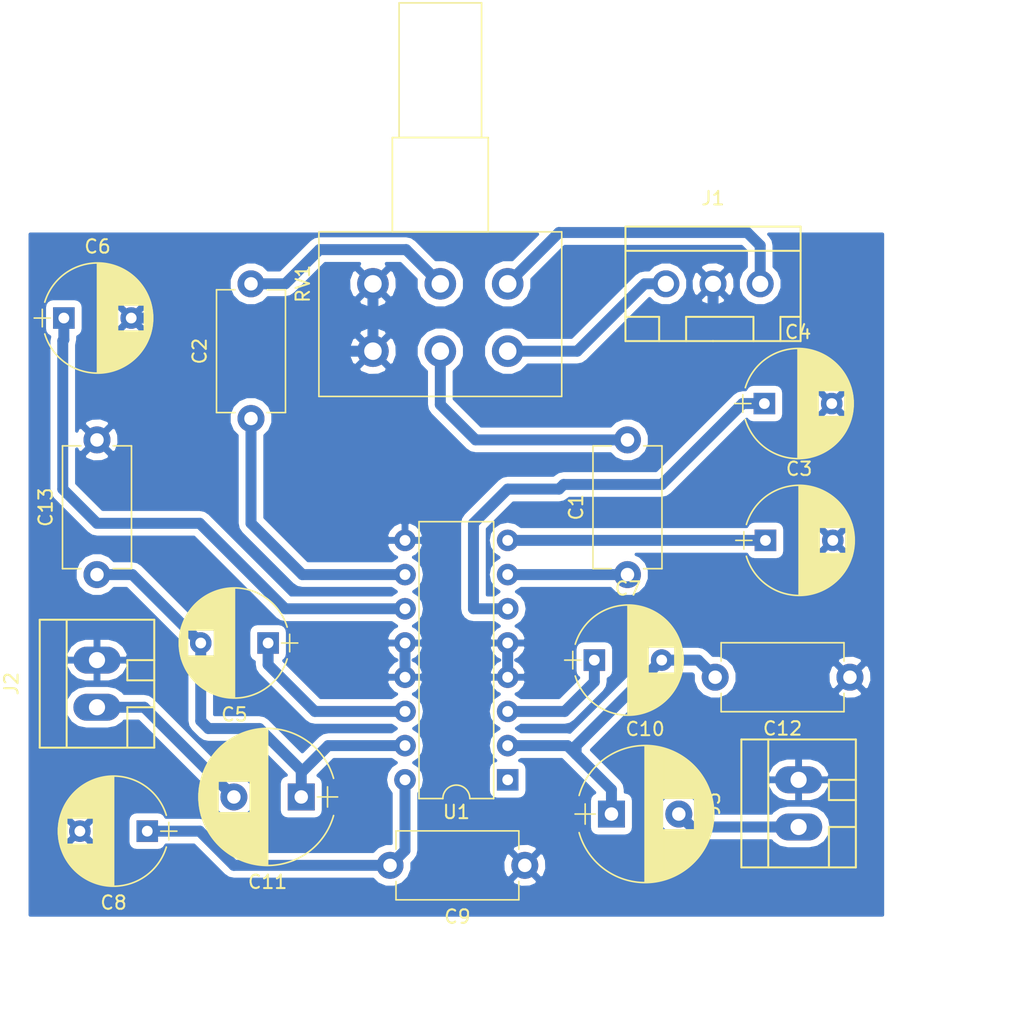
<source format=kicad_pcb>
(kicad_pcb (version 4) (host pcbnew 4.0.7-e2-6376~61~ubuntu18.04.1)

  (general
    (links 37)
    (no_connects 0)
    (area 23.155 7.934999 102.135715 85.250001)
    (thickness 1.6)
    (drawings 2)
    (tracks 75)
    (zones 0)
    (modules 18)
    (nets 19)
  )

  (page A4 portrait)
  (layers
    (0 F.Cu signal)
    (31 B.Cu signal)
    (32 B.Adhes user)
    (33 F.Adhes user)
    (34 B.Paste user)
    (35 F.Paste user)
    (36 B.SilkS user)
    (37 F.SilkS user)
    (38 B.Mask user)
    (39 F.Mask user)
    (40 Dwgs.User user)
    (41 Cmts.User user)
    (42 Eco1.User user)
    (43 Eco2.User user)
    (44 Edge.Cuts user)
    (45 Margin user)
    (46 B.CrtYd user)
    (47 F.CrtYd user)
    (48 B.Fab user)
    (49 F.Fab user)
  )

  (setup
    (last_trace_width 0.25)
    (user_trace_width 0.1524)
    (user_trace_width 0.3048)
    (user_trace_width 0.6096)
    (user_trace_width 0.8128)
    (user_trace_width 1.016)
    (user_trace_width 2.032)
    (trace_clearance 0.2)
    (zone_clearance 0.508)
    (zone_45_only no)
    (trace_min 0.1524)
    (segment_width 0.2)
    (edge_width 0.15)
    (via_size 0.6)
    (via_drill 0.4)
    (via_min_size 0.4)
    (via_min_drill 0.3)
    (uvia_size 0.3)
    (uvia_drill 0.1)
    (uvias_allowed no)
    (uvia_min_size 0)
    (uvia_min_drill 0)
    (pcb_text_width 0.3)
    (pcb_text_size 1.5 1.5)
    (mod_edge_width 0.15)
    (mod_text_size 1 1)
    (mod_text_width 0.15)
    (pad_size 1.524 1.524)
    (pad_drill 0.762)
    (pad_to_mask_clearance 0.2)
    (aux_axis_origin 0 0)
    (visible_elements FFFFFF7F)
    (pcbplotparams
      (layerselection 0x00000_80000000)
      (usegerberextensions false)
      (excludeedgelayer true)
      (linewidth 0.100000)
      (plotframeref false)
      (viasonmask false)
      (mode 1)
      (useauxorigin false)
      (hpglpennumber 1)
      (hpglpenspeed 20)
      (hpglpendiameter 15)
      (hpglpenoverlay 2)
      (psnegative false)
      (psa4output false)
      (plotreference true)
      (plotvalue true)
      (plotinvisibletext false)
      (padsonsilk false)
      (subtractmaskfromsilk false)
      (outputformat 4)
      (mirror true)
      (drillshape 1)
      (scaleselection 1)
      (outputdirectory ./))
  )

  (net 0 "")
  (net 1 "Net-(C1-Pad1)")
  (net 2 "Net-(C1-Pad2)")
  (net 3 "Net-(C2-Pad1)")
  (net 4 "Net-(C2-Pad2)")
  (net 5 "Net-(C3-Pad1)")
  (net 6 GND)
  (net 7 "Net-(C4-Pad1)")
  (net 8 "Net-(C5-Pad1)")
  (net 9 "Net-(C11-Pad1)")
  (net 10 "Net-(C6-Pad1)")
  (net 11 "Net-(C7-Pad1)")
  (net 12 "Net-(C10-Pad1)")
  (net 13 +5V)
  (net 14 "Net-(C10-Pad2)")
  (net 15 "Net-(C11-Pad2)")
  (net 16 "Net-(J1-Pad1)")
  (net 17 "Net-(J1-Pad3)")
  (net 18 "Net-(U1-Pad1)")

  (net_class Default "This is the default net class."
    (clearance 0.2)
    (trace_width 0.25)
    (via_dia 0.6)
    (via_drill 0.4)
    (uvia_dia 0.3)
    (uvia_drill 0.1)
    (add_net +5V)
    (add_net GND)
    (add_net "Net-(C1-Pad1)")
    (add_net "Net-(C1-Pad2)")
    (add_net "Net-(C10-Pad1)")
    (add_net "Net-(C10-Pad2)")
    (add_net "Net-(C11-Pad1)")
    (add_net "Net-(C11-Pad2)")
    (add_net "Net-(C2-Pad1)")
    (add_net "Net-(C2-Pad2)")
    (add_net "Net-(C3-Pad1)")
    (add_net "Net-(C4-Pad1)")
    (add_net "Net-(C5-Pad1)")
    (add_net "Net-(C6-Pad1)")
    (add_net "Net-(C7-Pad1)")
    (add_net "Net-(J1-Pad1)")
    (add_net "Net-(J1-Pad3)")
    (add_net "Net-(U1-Pad1)")
  )

  (module Capacitors_THT:C_Disc_D9.0mm_W5.0mm_P10.00mm (layer F.Cu) (tedit 597BC7C2) (tstamp 5B6366BB)
    (at 69.85 50.8 90)
    (descr "C, Disc series, Radial, pin pitch=10.00mm, , diameter*width=9*5.0mm^2, Capacitor, http://www.vishay.com/docs/28535/vy2series.pdf")
    (tags "C Disc series Radial pin pitch 10.00mm  diameter 9mm width 5.0mm Capacitor")
    (path /5B618B49)
    (fp_text reference C1 (at 5 -3.81 90) (layer F.SilkS)
      (effects (font (size 1 1) (thickness 0.15)))
    )
    (fp_text value 220n (at 5 3.81 90) (layer F.Fab)
      (effects (font (size 1 1) (thickness 0.15)))
    )
    (fp_line (start 0.5 -2.5) (end 0.5 2.5) (layer F.Fab) (width 0.1))
    (fp_line (start 0.5 2.5) (end 9.5 2.5) (layer F.Fab) (width 0.1))
    (fp_line (start 9.5 2.5) (end 9.5 -2.5) (layer F.Fab) (width 0.1))
    (fp_line (start 9.5 -2.5) (end 0.5 -2.5) (layer F.Fab) (width 0.1))
    (fp_line (start 0.44 -2.56) (end 9.56 -2.56) (layer F.SilkS) (width 0.12))
    (fp_line (start 0.44 2.56) (end 9.56 2.56) (layer F.SilkS) (width 0.12))
    (fp_line (start 0.44 -2.56) (end 0.44 -1.195) (layer F.SilkS) (width 0.12))
    (fp_line (start 0.44 1.195) (end 0.44 2.56) (layer F.SilkS) (width 0.12))
    (fp_line (start 9.56 -2.56) (end 9.56 -1.195) (layer F.SilkS) (width 0.12))
    (fp_line (start 9.56 1.195) (end 9.56 2.56) (layer F.SilkS) (width 0.12))
    (fp_line (start -1.25 -2.85) (end -1.25 2.85) (layer F.CrtYd) (width 0.05))
    (fp_line (start -1.25 2.85) (end 11.25 2.85) (layer F.CrtYd) (width 0.05))
    (fp_line (start 11.25 2.85) (end 11.25 -2.85) (layer F.CrtYd) (width 0.05))
    (fp_line (start 11.25 -2.85) (end -1.25 -2.85) (layer F.CrtYd) (width 0.05))
    (fp_text user %R (at 5 0 90) (layer F.Fab)
      (effects (font (size 1 1) (thickness 0.15)))
    )
    (pad 1 thru_hole circle (at 0 0 90) (size 2 2) (drill 1) (layers *.Cu *.Mask)
      (net 1 "Net-(C1-Pad1)"))
    (pad 2 thru_hole circle (at 10 0 90) (size 2 2) (drill 1) (layers *.Cu *.Mask)
      (net 2 "Net-(C1-Pad2)"))
    (model ${KISYS3DMOD}/Capacitors_THT.3dshapes/C_Disc_D9.0mm_W5.0mm_P10.00mm.wrl
      (at (xyz 0 0 0))
      (scale (xyz 1 1 1))
      (rotate (xyz 0 0 0))
    )
  )

  (module Capacitors_THT:C_Disc_D9.0mm_W5.0mm_P10.00mm (layer F.Cu) (tedit 597BC7C2) (tstamp 5B6366D0)
    (at 41.91 39.21 90)
    (descr "C, Disc series, Radial, pin pitch=10.00mm, , diameter*width=9*5.0mm^2, Capacitor, http://www.vishay.com/docs/28535/vy2series.pdf")
    (tags "C Disc series Radial pin pitch 10.00mm  diameter 9mm width 5.0mm Capacitor")
    (path /5B618A8F)
    (fp_text reference C2 (at 5 -3.81 90) (layer F.SilkS)
      (effects (font (size 1 1) (thickness 0.15)))
    )
    (fp_text value 220n (at 5 3.81 90) (layer F.Fab)
      (effects (font (size 1 1) (thickness 0.15)))
    )
    (fp_line (start 0.5 -2.5) (end 0.5 2.5) (layer F.Fab) (width 0.1))
    (fp_line (start 0.5 2.5) (end 9.5 2.5) (layer F.Fab) (width 0.1))
    (fp_line (start 9.5 2.5) (end 9.5 -2.5) (layer F.Fab) (width 0.1))
    (fp_line (start 9.5 -2.5) (end 0.5 -2.5) (layer F.Fab) (width 0.1))
    (fp_line (start 0.44 -2.56) (end 9.56 -2.56) (layer F.SilkS) (width 0.12))
    (fp_line (start 0.44 2.56) (end 9.56 2.56) (layer F.SilkS) (width 0.12))
    (fp_line (start 0.44 -2.56) (end 0.44 -1.195) (layer F.SilkS) (width 0.12))
    (fp_line (start 0.44 1.195) (end 0.44 2.56) (layer F.SilkS) (width 0.12))
    (fp_line (start 9.56 -2.56) (end 9.56 -1.195) (layer F.SilkS) (width 0.12))
    (fp_line (start 9.56 1.195) (end 9.56 2.56) (layer F.SilkS) (width 0.12))
    (fp_line (start -1.25 -2.85) (end -1.25 2.85) (layer F.CrtYd) (width 0.05))
    (fp_line (start -1.25 2.85) (end 11.25 2.85) (layer F.CrtYd) (width 0.05))
    (fp_line (start 11.25 2.85) (end 11.25 -2.85) (layer F.CrtYd) (width 0.05))
    (fp_line (start 11.25 -2.85) (end -1.25 -2.85) (layer F.CrtYd) (width 0.05))
    (fp_text user %R (at 5 0 90) (layer F.Fab)
      (effects (font (size 1 1) (thickness 0.15)))
    )
    (pad 1 thru_hole circle (at 0 0 90) (size 2 2) (drill 1) (layers *.Cu *.Mask)
      (net 3 "Net-(C2-Pad1)"))
    (pad 2 thru_hole circle (at 10 0 90) (size 2 2) (drill 1) (layers *.Cu *.Mask)
      (net 4 "Net-(C2-Pad2)"))
    (model ${KISYS3DMOD}/Capacitors_THT.3dshapes/C_Disc_D9.0mm_W5.0mm_P10.00mm.wrl
      (at (xyz 0 0 0))
      (scale (xyz 1 1 1))
      (rotate (xyz 0 0 0))
    )
  )

  (module Capacitors_THT:CP_Radial_D8.0mm_P5.00mm (layer F.Cu) (tedit 597BC7C2) (tstamp 5B63677B)
    (at 80.09 48.26)
    (descr "CP, Radial series, Radial, pin pitch=5.00mm, , diameter=8mm, Electrolytic Capacitor")
    (tags "CP Radial series Radial pin pitch 5.00mm  diameter 8mm Electrolytic Capacitor")
    (path /5B6172FC)
    (fp_text reference C3 (at 2.5 -5.31) (layer F.SilkS)
      (effects (font (size 1 1) (thickness 0.15)))
    )
    (fp_text value 100mF (at 2.5 5.31) (layer F.Fab)
      (effects (font (size 1 1) (thickness 0.15)))
    )
    (fp_arc (start 2.5 0) (end -1.416082 -1.18) (angle 146.5) (layer F.SilkS) (width 0.12))
    (fp_arc (start 2.5 0) (end -1.416082 1.18) (angle -146.5) (layer F.SilkS) (width 0.12))
    (fp_arc (start 2.5 0) (end 6.416082 -1.18) (angle 33.5) (layer F.SilkS) (width 0.12))
    (fp_circle (center 2.5 0) (end 6.5 0) (layer F.Fab) (width 0.1))
    (fp_line (start -2.2 0) (end -1 0) (layer F.Fab) (width 0.1))
    (fp_line (start -1.6 -0.65) (end -1.6 0.65) (layer F.Fab) (width 0.1))
    (fp_line (start 2.5 -4.05) (end 2.5 4.05) (layer F.SilkS) (width 0.12))
    (fp_line (start 2.54 -4.05) (end 2.54 4.05) (layer F.SilkS) (width 0.12))
    (fp_line (start 2.58 -4.05) (end 2.58 4.05) (layer F.SilkS) (width 0.12))
    (fp_line (start 2.62 -4.049) (end 2.62 4.049) (layer F.SilkS) (width 0.12))
    (fp_line (start 2.66 -4.047) (end 2.66 4.047) (layer F.SilkS) (width 0.12))
    (fp_line (start 2.7 -4.046) (end 2.7 4.046) (layer F.SilkS) (width 0.12))
    (fp_line (start 2.74 -4.043) (end 2.74 4.043) (layer F.SilkS) (width 0.12))
    (fp_line (start 2.78 -4.041) (end 2.78 4.041) (layer F.SilkS) (width 0.12))
    (fp_line (start 2.82 -4.038) (end 2.82 4.038) (layer F.SilkS) (width 0.12))
    (fp_line (start 2.86 -4.035) (end 2.86 4.035) (layer F.SilkS) (width 0.12))
    (fp_line (start 2.9 -4.031) (end 2.9 4.031) (layer F.SilkS) (width 0.12))
    (fp_line (start 2.94 -4.027) (end 2.94 4.027) (layer F.SilkS) (width 0.12))
    (fp_line (start 2.98 -4.022) (end 2.98 4.022) (layer F.SilkS) (width 0.12))
    (fp_line (start 3.02 -4.017) (end 3.02 4.017) (layer F.SilkS) (width 0.12))
    (fp_line (start 3.06 -4.012) (end 3.06 4.012) (layer F.SilkS) (width 0.12))
    (fp_line (start 3.1 -4.006) (end 3.1 4.006) (layer F.SilkS) (width 0.12))
    (fp_line (start 3.14 -4) (end 3.14 4) (layer F.SilkS) (width 0.12))
    (fp_line (start 3.18 -3.994) (end 3.18 3.994) (layer F.SilkS) (width 0.12))
    (fp_line (start 3.221 -3.987) (end 3.221 3.987) (layer F.SilkS) (width 0.12))
    (fp_line (start 3.261 -3.979) (end 3.261 3.979) (layer F.SilkS) (width 0.12))
    (fp_line (start 3.301 -3.971) (end 3.301 3.971) (layer F.SilkS) (width 0.12))
    (fp_line (start 3.341 -3.963) (end 3.341 3.963) (layer F.SilkS) (width 0.12))
    (fp_line (start 3.381 -3.955) (end 3.381 3.955) (layer F.SilkS) (width 0.12))
    (fp_line (start 3.421 -3.946) (end 3.421 3.946) (layer F.SilkS) (width 0.12))
    (fp_line (start 3.461 -3.936) (end 3.461 3.936) (layer F.SilkS) (width 0.12))
    (fp_line (start 3.501 -3.926) (end 3.501 3.926) (layer F.SilkS) (width 0.12))
    (fp_line (start 3.541 -3.916) (end 3.541 3.916) (layer F.SilkS) (width 0.12))
    (fp_line (start 3.581 -3.905) (end 3.581 3.905) (layer F.SilkS) (width 0.12))
    (fp_line (start 3.621 -3.894) (end 3.621 3.894) (layer F.SilkS) (width 0.12))
    (fp_line (start 3.661 -3.883) (end 3.661 3.883) (layer F.SilkS) (width 0.12))
    (fp_line (start 3.701 -3.87) (end 3.701 3.87) (layer F.SilkS) (width 0.12))
    (fp_line (start 3.741 -3.858) (end 3.741 3.858) (layer F.SilkS) (width 0.12))
    (fp_line (start 3.781 -3.845) (end 3.781 3.845) (layer F.SilkS) (width 0.12))
    (fp_line (start 3.821 -3.832) (end 3.821 3.832) (layer F.SilkS) (width 0.12))
    (fp_line (start 3.861 -3.818) (end 3.861 3.818) (layer F.SilkS) (width 0.12))
    (fp_line (start 3.901 -3.803) (end 3.901 3.803) (layer F.SilkS) (width 0.12))
    (fp_line (start 3.941 -3.789) (end 3.941 3.789) (layer F.SilkS) (width 0.12))
    (fp_line (start 3.981 -3.773) (end 3.981 3.773) (layer F.SilkS) (width 0.12))
    (fp_line (start 4.021 -3.758) (end 4.021 -0.98) (layer F.SilkS) (width 0.12))
    (fp_line (start 4.021 0.98) (end 4.021 3.758) (layer F.SilkS) (width 0.12))
    (fp_line (start 4.061 -3.741) (end 4.061 -0.98) (layer F.SilkS) (width 0.12))
    (fp_line (start 4.061 0.98) (end 4.061 3.741) (layer F.SilkS) (width 0.12))
    (fp_line (start 4.101 -3.725) (end 4.101 -0.98) (layer F.SilkS) (width 0.12))
    (fp_line (start 4.101 0.98) (end 4.101 3.725) (layer F.SilkS) (width 0.12))
    (fp_line (start 4.141 -3.707) (end 4.141 -0.98) (layer F.SilkS) (width 0.12))
    (fp_line (start 4.141 0.98) (end 4.141 3.707) (layer F.SilkS) (width 0.12))
    (fp_line (start 4.181 -3.69) (end 4.181 -0.98) (layer F.SilkS) (width 0.12))
    (fp_line (start 4.181 0.98) (end 4.181 3.69) (layer F.SilkS) (width 0.12))
    (fp_line (start 4.221 -3.671) (end 4.221 -0.98) (layer F.SilkS) (width 0.12))
    (fp_line (start 4.221 0.98) (end 4.221 3.671) (layer F.SilkS) (width 0.12))
    (fp_line (start 4.261 -3.652) (end 4.261 -0.98) (layer F.SilkS) (width 0.12))
    (fp_line (start 4.261 0.98) (end 4.261 3.652) (layer F.SilkS) (width 0.12))
    (fp_line (start 4.301 -3.633) (end 4.301 -0.98) (layer F.SilkS) (width 0.12))
    (fp_line (start 4.301 0.98) (end 4.301 3.633) (layer F.SilkS) (width 0.12))
    (fp_line (start 4.341 -3.613) (end 4.341 -0.98) (layer F.SilkS) (width 0.12))
    (fp_line (start 4.341 0.98) (end 4.341 3.613) (layer F.SilkS) (width 0.12))
    (fp_line (start 4.381 -3.593) (end 4.381 -0.98) (layer F.SilkS) (width 0.12))
    (fp_line (start 4.381 0.98) (end 4.381 3.593) (layer F.SilkS) (width 0.12))
    (fp_line (start 4.421 -3.572) (end 4.421 -0.98) (layer F.SilkS) (width 0.12))
    (fp_line (start 4.421 0.98) (end 4.421 3.572) (layer F.SilkS) (width 0.12))
    (fp_line (start 4.461 -3.55) (end 4.461 -0.98) (layer F.SilkS) (width 0.12))
    (fp_line (start 4.461 0.98) (end 4.461 3.55) (layer F.SilkS) (width 0.12))
    (fp_line (start 4.501 -3.528) (end 4.501 -0.98) (layer F.SilkS) (width 0.12))
    (fp_line (start 4.501 0.98) (end 4.501 3.528) (layer F.SilkS) (width 0.12))
    (fp_line (start 4.541 -3.505) (end 4.541 -0.98) (layer F.SilkS) (width 0.12))
    (fp_line (start 4.541 0.98) (end 4.541 3.505) (layer F.SilkS) (width 0.12))
    (fp_line (start 4.581 -3.482) (end 4.581 -0.98) (layer F.SilkS) (width 0.12))
    (fp_line (start 4.581 0.98) (end 4.581 3.482) (layer F.SilkS) (width 0.12))
    (fp_line (start 4.621 -3.458) (end 4.621 -0.98) (layer F.SilkS) (width 0.12))
    (fp_line (start 4.621 0.98) (end 4.621 3.458) (layer F.SilkS) (width 0.12))
    (fp_line (start 4.661 -3.434) (end 4.661 -0.98) (layer F.SilkS) (width 0.12))
    (fp_line (start 4.661 0.98) (end 4.661 3.434) (layer F.SilkS) (width 0.12))
    (fp_line (start 4.701 -3.408) (end 4.701 -0.98) (layer F.SilkS) (width 0.12))
    (fp_line (start 4.701 0.98) (end 4.701 3.408) (layer F.SilkS) (width 0.12))
    (fp_line (start 4.741 -3.383) (end 4.741 -0.98) (layer F.SilkS) (width 0.12))
    (fp_line (start 4.741 0.98) (end 4.741 3.383) (layer F.SilkS) (width 0.12))
    (fp_line (start 4.781 -3.356) (end 4.781 -0.98) (layer F.SilkS) (width 0.12))
    (fp_line (start 4.781 0.98) (end 4.781 3.356) (layer F.SilkS) (width 0.12))
    (fp_line (start 4.821 -3.329) (end 4.821 -0.98) (layer F.SilkS) (width 0.12))
    (fp_line (start 4.821 0.98) (end 4.821 3.329) (layer F.SilkS) (width 0.12))
    (fp_line (start 4.861 -3.301) (end 4.861 -0.98) (layer F.SilkS) (width 0.12))
    (fp_line (start 4.861 0.98) (end 4.861 3.301) (layer F.SilkS) (width 0.12))
    (fp_line (start 4.901 -3.272) (end 4.901 -0.98) (layer F.SilkS) (width 0.12))
    (fp_line (start 4.901 0.98) (end 4.901 3.272) (layer F.SilkS) (width 0.12))
    (fp_line (start 4.941 -3.243) (end 4.941 -0.98) (layer F.SilkS) (width 0.12))
    (fp_line (start 4.941 0.98) (end 4.941 3.243) (layer F.SilkS) (width 0.12))
    (fp_line (start 4.981 -3.213) (end 4.981 -0.98) (layer F.SilkS) (width 0.12))
    (fp_line (start 4.981 0.98) (end 4.981 3.213) (layer F.SilkS) (width 0.12))
    (fp_line (start 5.021 -3.182) (end 5.021 -0.98) (layer F.SilkS) (width 0.12))
    (fp_line (start 5.021 0.98) (end 5.021 3.182) (layer F.SilkS) (width 0.12))
    (fp_line (start 5.061 -3.15) (end 5.061 -0.98) (layer F.SilkS) (width 0.12))
    (fp_line (start 5.061 0.98) (end 5.061 3.15) (layer F.SilkS) (width 0.12))
    (fp_line (start 5.101 -3.118) (end 5.101 -0.98) (layer F.SilkS) (width 0.12))
    (fp_line (start 5.101 0.98) (end 5.101 3.118) (layer F.SilkS) (width 0.12))
    (fp_line (start 5.141 -3.084) (end 5.141 -0.98) (layer F.SilkS) (width 0.12))
    (fp_line (start 5.141 0.98) (end 5.141 3.084) (layer F.SilkS) (width 0.12))
    (fp_line (start 5.181 -3.05) (end 5.181 -0.98) (layer F.SilkS) (width 0.12))
    (fp_line (start 5.181 0.98) (end 5.181 3.05) (layer F.SilkS) (width 0.12))
    (fp_line (start 5.221 -3.015) (end 5.221 -0.98) (layer F.SilkS) (width 0.12))
    (fp_line (start 5.221 0.98) (end 5.221 3.015) (layer F.SilkS) (width 0.12))
    (fp_line (start 5.261 -2.979) (end 5.261 -0.98) (layer F.SilkS) (width 0.12))
    (fp_line (start 5.261 0.98) (end 5.261 2.979) (layer F.SilkS) (width 0.12))
    (fp_line (start 5.301 -2.942) (end 5.301 -0.98) (layer F.SilkS) (width 0.12))
    (fp_line (start 5.301 0.98) (end 5.301 2.942) (layer F.SilkS) (width 0.12))
    (fp_line (start 5.341 -2.904) (end 5.341 -0.98) (layer F.SilkS) (width 0.12))
    (fp_line (start 5.341 0.98) (end 5.341 2.904) (layer F.SilkS) (width 0.12))
    (fp_line (start 5.381 -2.865) (end 5.381 -0.98) (layer F.SilkS) (width 0.12))
    (fp_line (start 5.381 0.98) (end 5.381 2.865) (layer F.SilkS) (width 0.12))
    (fp_line (start 5.421 -2.824) (end 5.421 -0.98) (layer F.SilkS) (width 0.12))
    (fp_line (start 5.421 0.98) (end 5.421 2.824) (layer F.SilkS) (width 0.12))
    (fp_line (start 5.461 -2.783) (end 5.461 -0.98) (layer F.SilkS) (width 0.12))
    (fp_line (start 5.461 0.98) (end 5.461 2.783) (layer F.SilkS) (width 0.12))
    (fp_line (start 5.501 -2.74) (end 5.501 -0.98) (layer F.SilkS) (width 0.12))
    (fp_line (start 5.501 0.98) (end 5.501 2.74) (layer F.SilkS) (width 0.12))
    (fp_line (start 5.541 -2.697) (end 5.541 -0.98) (layer F.SilkS) (width 0.12))
    (fp_line (start 5.541 0.98) (end 5.541 2.697) (layer F.SilkS) (width 0.12))
    (fp_line (start 5.581 -2.652) (end 5.581 -0.98) (layer F.SilkS) (width 0.12))
    (fp_line (start 5.581 0.98) (end 5.581 2.652) (layer F.SilkS) (width 0.12))
    (fp_line (start 5.621 -2.605) (end 5.621 -0.98) (layer F.SilkS) (width 0.12))
    (fp_line (start 5.621 0.98) (end 5.621 2.605) (layer F.SilkS) (width 0.12))
    (fp_line (start 5.661 -2.557) (end 5.661 -0.98) (layer F.SilkS) (width 0.12))
    (fp_line (start 5.661 0.98) (end 5.661 2.557) (layer F.SilkS) (width 0.12))
    (fp_line (start 5.701 -2.508) (end 5.701 -0.98) (layer F.SilkS) (width 0.12))
    (fp_line (start 5.701 0.98) (end 5.701 2.508) (layer F.SilkS) (width 0.12))
    (fp_line (start 5.741 -2.457) (end 5.741 -0.98) (layer F.SilkS) (width 0.12))
    (fp_line (start 5.741 0.98) (end 5.741 2.457) (layer F.SilkS) (width 0.12))
    (fp_line (start 5.781 -2.404) (end 5.781 -0.98) (layer F.SilkS) (width 0.12))
    (fp_line (start 5.781 0.98) (end 5.781 2.404) (layer F.SilkS) (width 0.12))
    (fp_line (start 5.821 -2.349) (end 5.821 -0.98) (layer F.SilkS) (width 0.12))
    (fp_line (start 5.821 0.98) (end 5.821 2.349) (layer F.SilkS) (width 0.12))
    (fp_line (start 5.861 -2.293) (end 5.861 -0.98) (layer F.SilkS) (width 0.12))
    (fp_line (start 5.861 0.98) (end 5.861 2.293) (layer F.SilkS) (width 0.12))
    (fp_line (start 5.901 -2.234) (end 5.901 -0.98) (layer F.SilkS) (width 0.12))
    (fp_line (start 5.901 0.98) (end 5.901 2.234) (layer F.SilkS) (width 0.12))
    (fp_line (start 5.941 -2.173) (end 5.941 -0.98) (layer F.SilkS) (width 0.12))
    (fp_line (start 5.941 0.98) (end 5.941 2.173) (layer F.SilkS) (width 0.12))
    (fp_line (start 5.981 -2.109) (end 5.981 2.109) (layer F.SilkS) (width 0.12))
    (fp_line (start 6.021 -2.043) (end 6.021 2.043) (layer F.SilkS) (width 0.12))
    (fp_line (start 6.061 -1.974) (end 6.061 1.974) (layer F.SilkS) (width 0.12))
    (fp_line (start 6.101 -1.902) (end 6.101 1.902) (layer F.SilkS) (width 0.12))
    (fp_line (start 6.141 -1.826) (end 6.141 1.826) (layer F.SilkS) (width 0.12))
    (fp_line (start 6.181 -1.745) (end 6.181 1.745) (layer F.SilkS) (width 0.12))
    (fp_line (start 6.221 -1.66) (end 6.221 1.66) (layer F.SilkS) (width 0.12))
    (fp_line (start 6.261 -1.57) (end 6.261 1.57) (layer F.SilkS) (width 0.12))
    (fp_line (start 6.301 -1.473) (end 6.301 1.473) (layer F.SilkS) (width 0.12))
    (fp_line (start 6.341 -1.369) (end 6.341 1.369) (layer F.SilkS) (width 0.12))
    (fp_line (start 6.381 -1.254) (end 6.381 1.254) (layer F.SilkS) (width 0.12))
    (fp_line (start 6.421 -1.127) (end 6.421 1.127) (layer F.SilkS) (width 0.12))
    (fp_line (start 6.461 -0.983) (end 6.461 0.983) (layer F.SilkS) (width 0.12))
    (fp_line (start 6.501 -0.814) (end 6.501 0.814) (layer F.SilkS) (width 0.12))
    (fp_line (start 6.541 -0.598) (end 6.541 0.598) (layer F.SilkS) (width 0.12))
    (fp_line (start 6.581 -0.246) (end 6.581 0.246) (layer F.SilkS) (width 0.12))
    (fp_line (start -2.2 0) (end -1 0) (layer F.SilkS) (width 0.12))
    (fp_line (start -1.6 -0.65) (end -1.6 0.65) (layer F.SilkS) (width 0.12))
    (fp_line (start -1.85 -4.35) (end -1.85 4.35) (layer F.CrtYd) (width 0.05))
    (fp_line (start -1.85 4.35) (end 6.85 4.35) (layer F.CrtYd) (width 0.05))
    (fp_line (start 6.85 4.35) (end 6.85 -4.35) (layer F.CrtYd) (width 0.05))
    (fp_line (start 6.85 -4.35) (end -1.85 -4.35) (layer F.CrtYd) (width 0.05))
    (fp_text user %R (at 2.5 0) (layer F.Fab)
      (effects (font (size 1 1) (thickness 0.15)))
    )
    (pad 1 thru_hole rect (at 0 0) (size 1.6 1.6) (drill 0.8) (layers *.Cu *.Mask)
      (net 5 "Net-(C3-Pad1)"))
    (pad 2 thru_hole circle (at 5 0) (size 1.6 1.6) (drill 0.8) (layers *.Cu *.Mask)
      (net 6 GND))
    (model ${KISYS3DMOD}/Capacitors_THT.3dshapes/CP_Radial_D8.0mm_P5.00mm.wrl
      (at (xyz 0 0 0))
      (scale (xyz 1 1 1))
      (rotate (xyz 0 0 0))
    )
  )

  (module Capacitors_THT:CP_Radial_D8.0mm_P5.00mm (layer F.Cu) (tedit 597BC7C2) (tstamp 5B636826)
    (at 80.01 38.1)
    (descr "CP, Radial series, Radial, pin pitch=5.00mm, , diameter=8mm, Electrolytic Capacitor")
    (tags "CP Radial series Radial pin pitch 5.00mm  diameter 8mm Electrolytic Capacitor")
    (path /5B6172D9)
    (fp_text reference C4 (at 2.5 -5.31) (layer F.SilkS)
      (effects (font (size 1 1) (thickness 0.15)))
    )
    (fp_text value 100mF (at 2.5 5.31) (layer F.Fab)
      (effects (font (size 1 1) (thickness 0.15)))
    )
    (fp_arc (start 2.5 0) (end -1.416082 -1.18) (angle 146.5) (layer F.SilkS) (width 0.12))
    (fp_arc (start 2.5 0) (end -1.416082 1.18) (angle -146.5) (layer F.SilkS) (width 0.12))
    (fp_arc (start 2.5 0) (end 6.416082 -1.18) (angle 33.5) (layer F.SilkS) (width 0.12))
    (fp_circle (center 2.5 0) (end 6.5 0) (layer F.Fab) (width 0.1))
    (fp_line (start -2.2 0) (end -1 0) (layer F.Fab) (width 0.1))
    (fp_line (start -1.6 -0.65) (end -1.6 0.65) (layer F.Fab) (width 0.1))
    (fp_line (start 2.5 -4.05) (end 2.5 4.05) (layer F.SilkS) (width 0.12))
    (fp_line (start 2.54 -4.05) (end 2.54 4.05) (layer F.SilkS) (width 0.12))
    (fp_line (start 2.58 -4.05) (end 2.58 4.05) (layer F.SilkS) (width 0.12))
    (fp_line (start 2.62 -4.049) (end 2.62 4.049) (layer F.SilkS) (width 0.12))
    (fp_line (start 2.66 -4.047) (end 2.66 4.047) (layer F.SilkS) (width 0.12))
    (fp_line (start 2.7 -4.046) (end 2.7 4.046) (layer F.SilkS) (width 0.12))
    (fp_line (start 2.74 -4.043) (end 2.74 4.043) (layer F.SilkS) (width 0.12))
    (fp_line (start 2.78 -4.041) (end 2.78 4.041) (layer F.SilkS) (width 0.12))
    (fp_line (start 2.82 -4.038) (end 2.82 4.038) (layer F.SilkS) (width 0.12))
    (fp_line (start 2.86 -4.035) (end 2.86 4.035) (layer F.SilkS) (width 0.12))
    (fp_line (start 2.9 -4.031) (end 2.9 4.031) (layer F.SilkS) (width 0.12))
    (fp_line (start 2.94 -4.027) (end 2.94 4.027) (layer F.SilkS) (width 0.12))
    (fp_line (start 2.98 -4.022) (end 2.98 4.022) (layer F.SilkS) (width 0.12))
    (fp_line (start 3.02 -4.017) (end 3.02 4.017) (layer F.SilkS) (width 0.12))
    (fp_line (start 3.06 -4.012) (end 3.06 4.012) (layer F.SilkS) (width 0.12))
    (fp_line (start 3.1 -4.006) (end 3.1 4.006) (layer F.SilkS) (width 0.12))
    (fp_line (start 3.14 -4) (end 3.14 4) (layer F.SilkS) (width 0.12))
    (fp_line (start 3.18 -3.994) (end 3.18 3.994) (layer F.SilkS) (width 0.12))
    (fp_line (start 3.221 -3.987) (end 3.221 3.987) (layer F.SilkS) (width 0.12))
    (fp_line (start 3.261 -3.979) (end 3.261 3.979) (layer F.SilkS) (width 0.12))
    (fp_line (start 3.301 -3.971) (end 3.301 3.971) (layer F.SilkS) (width 0.12))
    (fp_line (start 3.341 -3.963) (end 3.341 3.963) (layer F.SilkS) (width 0.12))
    (fp_line (start 3.381 -3.955) (end 3.381 3.955) (layer F.SilkS) (width 0.12))
    (fp_line (start 3.421 -3.946) (end 3.421 3.946) (layer F.SilkS) (width 0.12))
    (fp_line (start 3.461 -3.936) (end 3.461 3.936) (layer F.SilkS) (width 0.12))
    (fp_line (start 3.501 -3.926) (end 3.501 3.926) (layer F.SilkS) (width 0.12))
    (fp_line (start 3.541 -3.916) (end 3.541 3.916) (layer F.SilkS) (width 0.12))
    (fp_line (start 3.581 -3.905) (end 3.581 3.905) (layer F.SilkS) (width 0.12))
    (fp_line (start 3.621 -3.894) (end 3.621 3.894) (layer F.SilkS) (width 0.12))
    (fp_line (start 3.661 -3.883) (end 3.661 3.883) (layer F.SilkS) (width 0.12))
    (fp_line (start 3.701 -3.87) (end 3.701 3.87) (layer F.SilkS) (width 0.12))
    (fp_line (start 3.741 -3.858) (end 3.741 3.858) (layer F.SilkS) (width 0.12))
    (fp_line (start 3.781 -3.845) (end 3.781 3.845) (layer F.SilkS) (width 0.12))
    (fp_line (start 3.821 -3.832) (end 3.821 3.832) (layer F.SilkS) (width 0.12))
    (fp_line (start 3.861 -3.818) (end 3.861 3.818) (layer F.SilkS) (width 0.12))
    (fp_line (start 3.901 -3.803) (end 3.901 3.803) (layer F.SilkS) (width 0.12))
    (fp_line (start 3.941 -3.789) (end 3.941 3.789) (layer F.SilkS) (width 0.12))
    (fp_line (start 3.981 -3.773) (end 3.981 3.773) (layer F.SilkS) (width 0.12))
    (fp_line (start 4.021 -3.758) (end 4.021 -0.98) (layer F.SilkS) (width 0.12))
    (fp_line (start 4.021 0.98) (end 4.021 3.758) (layer F.SilkS) (width 0.12))
    (fp_line (start 4.061 -3.741) (end 4.061 -0.98) (layer F.SilkS) (width 0.12))
    (fp_line (start 4.061 0.98) (end 4.061 3.741) (layer F.SilkS) (width 0.12))
    (fp_line (start 4.101 -3.725) (end 4.101 -0.98) (layer F.SilkS) (width 0.12))
    (fp_line (start 4.101 0.98) (end 4.101 3.725) (layer F.SilkS) (width 0.12))
    (fp_line (start 4.141 -3.707) (end 4.141 -0.98) (layer F.SilkS) (width 0.12))
    (fp_line (start 4.141 0.98) (end 4.141 3.707) (layer F.SilkS) (width 0.12))
    (fp_line (start 4.181 -3.69) (end 4.181 -0.98) (layer F.SilkS) (width 0.12))
    (fp_line (start 4.181 0.98) (end 4.181 3.69) (layer F.SilkS) (width 0.12))
    (fp_line (start 4.221 -3.671) (end 4.221 -0.98) (layer F.SilkS) (width 0.12))
    (fp_line (start 4.221 0.98) (end 4.221 3.671) (layer F.SilkS) (width 0.12))
    (fp_line (start 4.261 -3.652) (end 4.261 -0.98) (layer F.SilkS) (width 0.12))
    (fp_line (start 4.261 0.98) (end 4.261 3.652) (layer F.SilkS) (width 0.12))
    (fp_line (start 4.301 -3.633) (end 4.301 -0.98) (layer F.SilkS) (width 0.12))
    (fp_line (start 4.301 0.98) (end 4.301 3.633) (layer F.SilkS) (width 0.12))
    (fp_line (start 4.341 -3.613) (end 4.341 -0.98) (layer F.SilkS) (width 0.12))
    (fp_line (start 4.341 0.98) (end 4.341 3.613) (layer F.SilkS) (width 0.12))
    (fp_line (start 4.381 -3.593) (end 4.381 -0.98) (layer F.SilkS) (width 0.12))
    (fp_line (start 4.381 0.98) (end 4.381 3.593) (layer F.SilkS) (width 0.12))
    (fp_line (start 4.421 -3.572) (end 4.421 -0.98) (layer F.SilkS) (width 0.12))
    (fp_line (start 4.421 0.98) (end 4.421 3.572) (layer F.SilkS) (width 0.12))
    (fp_line (start 4.461 -3.55) (end 4.461 -0.98) (layer F.SilkS) (width 0.12))
    (fp_line (start 4.461 0.98) (end 4.461 3.55) (layer F.SilkS) (width 0.12))
    (fp_line (start 4.501 -3.528) (end 4.501 -0.98) (layer F.SilkS) (width 0.12))
    (fp_line (start 4.501 0.98) (end 4.501 3.528) (layer F.SilkS) (width 0.12))
    (fp_line (start 4.541 -3.505) (end 4.541 -0.98) (layer F.SilkS) (width 0.12))
    (fp_line (start 4.541 0.98) (end 4.541 3.505) (layer F.SilkS) (width 0.12))
    (fp_line (start 4.581 -3.482) (end 4.581 -0.98) (layer F.SilkS) (width 0.12))
    (fp_line (start 4.581 0.98) (end 4.581 3.482) (layer F.SilkS) (width 0.12))
    (fp_line (start 4.621 -3.458) (end 4.621 -0.98) (layer F.SilkS) (width 0.12))
    (fp_line (start 4.621 0.98) (end 4.621 3.458) (layer F.SilkS) (width 0.12))
    (fp_line (start 4.661 -3.434) (end 4.661 -0.98) (layer F.SilkS) (width 0.12))
    (fp_line (start 4.661 0.98) (end 4.661 3.434) (layer F.SilkS) (width 0.12))
    (fp_line (start 4.701 -3.408) (end 4.701 -0.98) (layer F.SilkS) (width 0.12))
    (fp_line (start 4.701 0.98) (end 4.701 3.408) (layer F.SilkS) (width 0.12))
    (fp_line (start 4.741 -3.383) (end 4.741 -0.98) (layer F.SilkS) (width 0.12))
    (fp_line (start 4.741 0.98) (end 4.741 3.383) (layer F.SilkS) (width 0.12))
    (fp_line (start 4.781 -3.356) (end 4.781 -0.98) (layer F.SilkS) (width 0.12))
    (fp_line (start 4.781 0.98) (end 4.781 3.356) (layer F.SilkS) (width 0.12))
    (fp_line (start 4.821 -3.329) (end 4.821 -0.98) (layer F.SilkS) (width 0.12))
    (fp_line (start 4.821 0.98) (end 4.821 3.329) (layer F.SilkS) (width 0.12))
    (fp_line (start 4.861 -3.301) (end 4.861 -0.98) (layer F.SilkS) (width 0.12))
    (fp_line (start 4.861 0.98) (end 4.861 3.301) (layer F.SilkS) (width 0.12))
    (fp_line (start 4.901 -3.272) (end 4.901 -0.98) (layer F.SilkS) (width 0.12))
    (fp_line (start 4.901 0.98) (end 4.901 3.272) (layer F.SilkS) (width 0.12))
    (fp_line (start 4.941 -3.243) (end 4.941 -0.98) (layer F.SilkS) (width 0.12))
    (fp_line (start 4.941 0.98) (end 4.941 3.243) (layer F.SilkS) (width 0.12))
    (fp_line (start 4.981 -3.213) (end 4.981 -0.98) (layer F.SilkS) (width 0.12))
    (fp_line (start 4.981 0.98) (end 4.981 3.213) (layer F.SilkS) (width 0.12))
    (fp_line (start 5.021 -3.182) (end 5.021 -0.98) (layer F.SilkS) (width 0.12))
    (fp_line (start 5.021 0.98) (end 5.021 3.182) (layer F.SilkS) (width 0.12))
    (fp_line (start 5.061 -3.15) (end 5.061 -0.98) (layer F.SilkS) (width 0.12))
    (fp_line (start 5.061 0.98) (end 5.061 3.15) (layer F.SilkS) (width 0.12))
    (fp_line (start 5.101 -3.118) (end 5.101 -0.98) (layer F.SilkS) (width 0.12))
    (fp_line (start 5.101 0.98) (end 5.101 3.118) (layer F.SilkS) (width 0.12))
    (fp_line (start 5.141 -3.084) (end 5.141 -0.98) (layer F.SilkS) (width 0.12))
    (fp_line (start 5.141 0.98) (end 5.141 3.084) (layer F.SilkS) (width 0.12))
    (fp_line (start 5.181 -3.05) (end 5.181 -0.98) (layer F.SilkS) (width 0.12))
    (fp_line (start 5.181 0.98) (end 5.181 3.05) (layer F.SilkS) (width 0.12))
    (fp_line (start 5.221 -3.015) (end 5.221 -0.98) (layer F.SilkS) (width 0.12))
    (fp_line (start 5.221 0.98) (end 5.221 3.015) (layer F.SilkS) (width 0.12))
    (fp_line (start 5.261 -2.979) (end 5.261 -0.98) (layer F.SilkS) (width 0.12))
    (fp_line (start 5.261 0.98) (end 5.261 2.979) (layer F.SilkS) (width 0.12))
    (fp_line (start 5.301 -2.942) (end 5.301 -0.98) (layer F.SilkS) (width 0.12))
    (fp_line (start 5.301 0.98) (end 5.301 2.942) (layer F.SilkS) (width 0.12))
    (fp_line (start 5.341 -2.904) (end 5.341 -0.98) (layer F.SilkS) (width 0.12))
    (fp_line (start 5.341 0.98) (end 5.341 2.904) (layer F.SilkS) (width 0.12))
    (fp_line (start 5.381 -2.865) (end 5.381 -0.98) (layer F.SilkS) (width 0.12))
    (fp_line (start 5.381 0.98) (end 5.381 2.865) (layer F.SilkS) (width 0.12))
    (fp_line (start 5.421 -2.824) (end 5.421 -0.98) (layer F.SilkS) (width 0.12))
    (fp_line (start 5.421 0.98) (end 5.421 2.824) (layer F.SilkS) (width 0.12))
    (fp_line (start 5.461 -2.783) (end 5.461 -0.98) (layer F.SilkS) (width 0.12))
    (fp_line (start 5.461 0.98) (end 5.461 2.783) (layer F.SilkS) (width 0.12))
    (fp_line (start 5.501 -2.74) (end 5.501 -0.98) (layer F.SilkS) (width 0.12))
    (fp_line (start 5.501 0.98) (end 5.501 2.74) (layer F.SilkS) (width 0.12))
    (fp_line (start 5.541 -2.697) (end 5.541 -0.98) (layer F.SilkS) (width 0.12))
    (fp_line (start 5.541 0.98) (end 5.541 2.697) (layer F.SilkS) (width 0.12))
    (fp_line (start 5.581 -2.652) (end 5.581 -0.98) (layer F.SilkS) (width 0.12))
    (fp_line (start 5.581 0.98) (end 5.581 2.652) (layer F.SilkS) (width 0.12))
    (fp_line (start 5.621 -2.605) (end 5.621 -0.98) (layer F.SilkS) (width 0.12))
    (fp_line (start 5.621 0.98) (end 5.621 2.605) (layer F.SilkS) (width 0.12))
    (fp_line (start 5.661 -2.557) (end 5.661 -0.98) (layer F.SilkS) (width 0.12))
    (fp_line (start 5.661 0.98) (end 5.661 2.557) (layer F.SilkS) (width 0.12))
    (fp_line (start 5.701 -2.508) (end 5.701 -0.98) (layer F.SilkS) (width 0.12))
    (fp_line (start 5.701 0.98) (end 5.701 2.508) (layer F.SilkS) (width 0.12))
    (fp_line (start 5.741 -2.457) (end 5.741 -0.98) (layer F.SilkS) (width 0.12))
    (fp_line (start 5.741 0.98) (end 5.741 2.457) (layer F.SilkS) (width 0.12))
    (fp_line (start 5.781 -2.404) (end 5.781 -0.98) (layer F.SilkS) (width 0.12))
    (fp_line (start 5.781 0.98) (end 5.781 2.404) (layer F.SilkS) (width 0.12))
    (fp_line (start 5.821 -2.349) (end 5.821 -0.98) (layer F.SilkS) (width 0.12))
    (fp_line (start 5.821 0.98) (end 5.821 2.349) (layer F.SilkS) (width 0.12))
    (fp_line (start 5.861 -2.293) (end 5.861 -0.98) (layer F.SilkS) (width 0.12))
    (fp_line (start 5.861 0.98) (end 5.861 2.293) (layer F.SilkS) (width 0.12))
    (fp_line (start 5.901 -2.234) (end 5.901 -0.98) (layer F.SilkS) (width 0.12))
    (fp_line (start 5.901 0.98) (end 5.901 2.234) (layer F.SilkS) (width 0.12))
    (fp_line (start 5.941 -2.173) (end 5.941 -0.98) (layer F.SilkS) (width 0.12))
    (fp_line (start 5.941 0.98) (end 5.941 2.173) (layer F.SilkS) (width 0.12))
    (fp_line (start 5.981 -2.109) (end 5.981 2.109) (layer F.SilkS) (width 0.12))
    (fp_line (start 6.021 -2.043) (end 6.021 2.043) (layer F.SilkS) (width 0.12))
    (fp_line (start 6.061 -1.974) (end 6.061 1.974) (layer F.SilkS) (width 0.12))
    (fp_line (start 6.101 -1.902) (end 6.101 1.902) (layer F.SilkS) (width 0.12))
    (fp_line (start 6.141 -1.826) (end 6.141 1.826) (layer F.SilkS) (width 0.12))
    (fp_line (start 6.181 -1.745) (end 6.181 1.745) (layer F.SilkS) (width 0.12))
    (fp_line (start 6.221 -1.66) (end 6.221 1.66) (layer F.SilkS) (width 0.12))
    (fp_line (start 6.261 -1.57) (end 6.261 1.57) (layer F.SilkS) (width 0.12))
    (fp_line (start 6.301 -1.473) (end 6.301 1.473) (layer F.SilkS) (width 0.12))
    (fp_line (start 6.341 -1.369) (end 6.341 1.369) (layer F.SilkS) (width 0.12))
    (fp_line (start 6.381 -1.254) (end 6.381 1.254) (layer F.SilkS) (width 0.12))
    (fp_line (start 6.421 -1.127) (end 6.421 1.127) (layer F.SilkS) (width 0.12))
    (fp_line (start 6.461 -0.983) (end 6.461 0.983) (layer F.SilkS) (width 0.12))
    (fp_line (start 6.501 -0.814) (end 6.501 0.814) (layer F.SilkS) (width 0.12))
    (fp_line (start 6.541 -0.598) (end 6.541 0.598) (layer F.SilkS) (width 0.12))
    (fp_line (start 6.581 -0.246) (end 6.581 0.246) (layer F.SilkS) (width 0.12))
    (fp_line (start -2.2 0) (end -1 0) (layer F.SilkS) (width 0.12))
    (fp_line (start -1.6 -0.65) (end -1.6 0.65) (layer F.SilkS) (width 0.12))
    (fp_line (start -1.85 -4.35) (end -1.85 4.35) (layer F.CrtYd) (width 0.05))
    (fp_line (start -1.85 4.35) (end 6.85 4.35) (layer F.CrtYd) (width 0.05))
    (fp_line (start 6.85 4.35) (end 6.85 -4.35) (layer F.CrtYd) (width 0.05))
    (fp_line (start 6.85 -4.35) (end -1.85 -4.35) (layer F.CrtYd) (width 0.05))
    (fp_text user %R (at 2.5 0) (layer F.Fab)
      (effects (font (size 1 1) (thickness 0.15)))
    )
    (pad 1 thru_hole rect (at 0 0) (size 1.6 1.6) (drill 0.8) (layers *.Cu *.Mask)
      (net 7 "Net-(C4-Pad1)"))
    (pad 2 thru_hole circle (at 5 0) (size 1.6 1.6) (drill 0.8) (layers *.Cu *.Mask)
      (net 6 GND))
    (model ${KISYS3DMOD}/Capacitors_THT.3dshapes/CP_Radial_D8.0mm_P5.00mm.wrl
      (at (xyz 0 0 0))
      (scale (xyz 1 1 1))
      (rotate (xyz 0 0 0))
    )
  )

  (module Capacitors_THT:CP_Radial_D8.0mm_P5.00mm (layer F.Cu) (tedit 597BC7C2) (tstamp 5B6368D1)
    (at 43.18 55.88 180)
    (descr "CP, Radial series, Radial, pin pitch=5.00mm, , diameter=8mm, Electrolytic Capacitor")
    (tags "CP Radial series Radial pin pitch 5.00mm  diameter 8mm Electrolytic Capacitor")
    (path /5B6171B3)
    (fp_text reference C5 (at 2.5 -5.31 180) (layer F.SilkS)
      (effects (font (size 1 1) (thickness 0.15)))
    )
    (fp_text value 100mF (at 2.5 5.31 180) (layer F.Fab)
      (effects (font (size 1 1) (thickness 0.15)))
    )
    (fp_arc (start 2.5 0) (end -1.416082 -1.18) (angle 146.5) (layer F.SilkS) (width 0.12))
    (fp_arc (start 2.5 0) (end -1.416082 1.18) (angle -146.5) (layer F.SilkS) (width 0.12))
    (fp_arc (start 2.5 0) (end 6.416082 -1.18) (angle 33.5) (layer F.SilkS) (width 0.12))
    (fp_circle (center 2.5 0) (end 6.5 0) (layer F.Fab) (width 0.1))
    (fp_line (start -2.2 0) (end -1 0) (layer F.Fab) (width 0.1))
    (fp_line (start -1.6 -0.65) (end -1.6 0.65) (layer F.Fab) (width 0.1))
    (fp_line (start 2.5 -4.05) (end 2.5 4.05) (layer F.SilkS) (width 0.12))
    (fp_line (start 2.54 -4.05) (end 2.54 4.05) (layer F.SilkS) (width 0.12))
    (fp_line (start 2.58 -4.05) (end 2.58 4.05) (layer F.SilkS) (width 0.12))
    (fp_line (start 2.62 -4.049) (end 2.62 4.049) (layer F.SilkS) (width 0.12))
    (fp_line (start 2.66 -4.047) (end 2.66 4.047) (layer F.SilkS) (width 0.12))
    (fp_line (start 2.7 -4.046) (end 2.7 4.046) (layer F.SilkS) (width 0.12))
    (fp_line (start 2.74 -4.043) (end 2.74 4.043) (layer F.SilkS) (width 0.12))
    (fp_line (start 2.78 -4.041) (end 2.78 4.041) (layer F.SilkS) (width 0.12))
    (fp_line (start 2.82 -4.038) (end 2.82 4.038) (layer F.SilkS) (width 0.12))
    (fp_line (start 2.86 -4.035) (end 2.86 4.035) (layer F.SilkS) (width 0.12))
    (fp_line (start 2.9 -4.031) (end 2.9 4.031) (layer F.SilkS) (width 0.12))
    (fp_line (start 2.94 -4.027) (end 2.94 4.027) (layer F.SilkS) (width 0.12))
    (fp_line (start 2.98 -4.022) (end 2.98 4.022) (layer F.SilkS) (width 0.12))
    (fp_line (start 3.02 -4.017) (end 3.02 4.017) (layer F.SilkS) (width 0.12))
    (fp_line (start 3.06 -4.012) (end 3.06 4.012) (layer F.SilkS) (width 0.12))
    (fp_line (start 3.1 -4.006) (end 3.1 4.006) (layer F.SilkS) (width 0.12))
    (fp_line (start 3.14 -4) (end 3.14 4) (layer F.SilkS) (width 0.12))
    (fp_line (start 3.18 -3.994) (end 3.18 3.994) (layer F.SilkS) (width 0.12))
    (fp_line (start 3.221 -3.987) (end 3.221 3.987) (layer F.SilkS) (width 0.12))
    (fp_line (start 3.261 -3.979) (end 3.261 3.979) (layer F.SilkS) (width 0.12))
    (fp_line (start 3.301 -3.971) (end 3.301 3.971) (layer F.SilkS) (width 0.12))
    (fp_line (start 3.341 -3.963) (end 3.341 3.963) (layer F.SilkS) (width 0.12))
    (fp_line (start 3.381 -3.955) (end 3.381 3.955) (layer F.SilkS) (width 0.12))
    (fp_line (start 3.421 -3.946) (end 3.421 3.946) (layer F.SilkS) (width 0.12))
    (fp_line (start 3.461 -3.936) (end 3.461 3.936) (layer F.SilkS) (width 0.12))
    (fp_line (start 3.501 -3.926) (end 3.501 3.926) (layer F.SilkS) (width 0.12))
    (fp_line (start 3.541 -3.916) (end 3.541 3.916) (layer F.SilkS) (width 0.12))
    (fp_line (start 3.581 -3.905) (end 3.581 3.905) (layer F.SilkS) (width 0.12))
    (fp_line (start 3.621 -3.894) (end 3.621 3.894) (layer F.SilkS) (width 0.12))
    (fp_line (start 3.661 -3.883) (end 3.661 3.883) (layer F.SilkS) (width 0.12))
    (fp_line (start 3.701 -3.87) (end 3.701 3.87) (layer F.SilkS) (width 0.12))
    (fp_line (start 3.741 -3.858) (end 3.741 3.858) (layer F.SilkS) (width 0.12))
    (fp_line (start 3.781 -3.845) (end 3.781 3.845) (layer F.SilkS) (width 0.12))
    (fp_line (start 3.821 -3.832) (end 3.821 3.832) (layer F.SilkS) (width 0.12))
    (fp_line (start 3.861 -3.818) (end 3.861 3.818) (layer F.SilkS) (width 0.12))
    (fp_line (start 3.901 -3.803) (end 3.901 3.803) (layer F.SilkS) (width 0.12))
    (fp_line (start 3.941 -3.789) (end 3.941 3.789) (layer F.SilkS) (width 0.12))
    (fp_line (start 3.981 -3.773) (end 3.981 3.773) (layer F.SilkS) (width 0.12))
    (fp_line (start 4.021 -3.758) (end 4.021 -0.98) (layer F.SilkS) (width 0.12))
    (fp_line (start 4.021 0.98) (end 4.021 3.758) (layer F.SilkS) (width 0.12))
    (fp_line (start 4.061 -3.741) (end 4.061 -0.98) (layer F.SilkS) (width 0.12))
    (fp_line (start 4.061 0.98) (end 4.061 3.741) (layer F.SilkS) (width 0.12))
    (fp_line (start 4.101 -3.725) (end 4.101 -0.98) (layer F.SilkS) (width 0.12))
    (fp_line (start 4.101 0.98) (end 4.101 3.725) (layer F.SilkS) (width 0.12))
    (fp_line (start 4.141 -3.707) (end 4.141 -0.98) (layer F.SilkS) (width 0.12))
    (fp_line (start 4.141 0.98) (end 4.141 3.707) (layer F.SilkS) (width 0.12))
    (fp_line (start 4.181 -3.69) (end 4.181 -0.98) (layer F.SilkS) (width 0.12))
    (fp_line (start 4.181 0.98) (end 4.181 3.69) (layer F.SilkS) (width 0.12))
    (fp_line (start 4.221 -3.671) (end 4.221 -0.98) (layer F.SilkS) (width 0.12))
    (fp_line (start 4.221 0.98) (end 4.221 3.671) (layer F.SilkS) (width 0.12))
    (fp_line (start 4.261 -3.652) (end 4.261 -0.98) (layer F.SilkS) (width 0.12))
    (fp_line (start 4.261 0.98) (end 4.261 3.652) (layer F.SilkS) (width 0.12))
    (fp_line (start 4.301 -3.633) (end 4.301 -0.98) (layer F.SilkS) (width 0.12))
    (fp_line (start 4.301 0.98) (end 4.301 3.633) (layer F.SilkS) (width 0.12))
    (fp_line (start 4.341 -3.613) (end 4.341 -0.98) (layer F.SilkS) (width 0.12))
    (fp_line (start 4.341 0.98) (end 4.341 3.613) (layer F.SilkS) (width 0.12))
    (fp_line (start 4.381 -3.593) (end 4.381 -0.98) (layer F.SilkS) (width 0.12))
    (fp_line (start 4.381 0.98) (end 4.381 3.593) (layer F.SilkS) (width 0.12))
    (fp_line (start 4.421 -3.572) (end 4.421 -0.98) (layer F.SilkS) (width 0.12))
    (fp_line (start 4.421 0.98) (end 4.421 3.572) (layer F.SilkS) (width 0.12))
    (fp_line (start 4.461 -3.55) (end 4.461 -0.98) (layer F.SilkS) (width 0.12))
    (fp_line (start 4.461 0.98) (end 4.461 3.55) (layer F.SilkS) (width 0.12))
    (fp_line (start 4.501 -3.528) (end 4.501 -0.98) (layer F.SilkS) (width 0.12))
    (fp_line (start 4.501 0.98) (end 4.501 3.528) (layer F.SilkS) (width 0.12))
    (fp_line (start 4.541 -3.505) (end 4.541 -0.98) (layer F.SilkS) (width 0.12))
    (fp_line (start 4.541 0.98) (end 4.541 3.505) (layer F.SilkS) (width 0.12))
    (fp_line (start 4.581 -3.482) (end 4.581 -0.98) (layer F.SilkS) (width 0.12))
    (fp_line (start 4.581 0.98) (end 4.581 3.482) (layer F.SilkS) (width 0.12))
    (fp_line (start 4.621 -3.458) (end 4.621 -0.98) (layer F.SilkS) (width 0.12))
    (fp_line (start 4.621 0.98) (end 4.621 3.458) (layer F.SilkS) (width 0.12))
    (fp_line (start 4.661 -3.434) (end 4.661 -0.98) (layer F.SilkS) (width 0.12))
    (fp_line (start 4.661 0.98) (end 4.661 3.434) (layer F.SilkS) (width 0.12))
    (fp_line (start 4.701 -3.408) (end 4.701 -0.98) (layer F.SilkS) (width 0.12))
    (fp_line (start 4.701 0.98) (end 4.701 3.408) (layer F.SilkS) (width 0.12))
    (fp_line (start 4.741 -3.383) (end 4.741 -0.98) (layer F.SilkS) (width 0.12))
    (fp_line (start 4.741 0.98) (end 4.741 3.383) (layer F.SilkS) (width 0.12))
    (fp_line (start 4.781 -3.356) (end 4.781 -0.98) (layer F.SilkS) (width 0.12))
    (fp_line (start 4.781 0.98) (end 4.781 3.356) (layer F.SilkS) (width 0.12))
    (fp_line (start 4.821 -3.329) (end 4.821 -0.98) (layer F.SilkS) (width 0.12))
    (fp_line (start 4.821 0.98) (end 4.821 3.329) (layer F.SilkS) (width 0.12))
    (fp_line (start 4.861 -3.301) (end 4.861 -0.98) (layer F.SilkS) (width 0.12))
    (fp_line (start 4.861 0.98) (end 4.861 3.301) (layer F.SilkS) (width 0.12))
    (fp_line (start 4.901 -3.272) (end 4.901 -0.98) (layer F.SilkS) (width 0.12))
    (fp_line (start 4.901 0.98) (end 4.901 3.272) (layer F.SilkS) (width 0.12))
    (fp_line (start 4.941 -3.243) (end 4.941 -0.98) (layer F.SilkS) (width 0.12))
    (fp_line (start 4.941 0.98) (end 4.941 3.243) (layer F.SilkS) (width 0.12))
    (fp_line (start 4.981 -3.213) (end 4.981 -0.98) (layer F.SilkS) (width 0.12))
    (fp_line (start 4.981 0.98) (end 4.981 3.213) (layer F.SilkS) (width 0.12))
    (fp_line (start 5.021 -3.182) (end 5.021 -0.98) (layer F.SilkS) (width 0.12))
    (fp_line (start 5.021 0.98) (end 5.021 3.182) (layer F.SilkS) (width 0.12))
    (fp_line (start 5.061 -3.15) (end 5.061 -0.98) (layer F.SilkS) (width 0.12))
    (fp_line (start 5.061 0.98) (end 5.061 3.15) (layer F.SilkS) (width 0.12))
    (fp_line (start 5.101 -3.118) (end 5.101 -0.98) (layer F.SilkS) (width 0.12))
    (fp_line (start 5.101 0.98) (end 5.101 3.118) (layer F.SilkS) (width 0.12))
    (fp_line (start 5.141 -3.084) (end 5.141 -0.98) (layer F.SilkS) (width 0.12))
    (fp_line (start 5.141 0.98) (end 5.141 3.084) (layer F.SilkS) (width 0.12))
    (fp_line (start 5.181 -3.05) (end 5.181 -0.98) (layer F.SilkS) (width 0.12))
    (fp_line (start 5.181 0.98) (end 5.181 3.05) (layer F.SilkS) (width 0.12))
    (fp_line (start 5.221 -3.015) (end 5.221 -0.98) (layer F.SilkS) (width 0.12))
    (fp_line (start 5.221 0.98) (end 5.221 3.015) (layer F.SilkS) (width 0.12))
    (fp_line (start 5.261 -2.979) (end 5.261 -0.98) (layer F.SilkS) (width 0.12))
    (fp_line (start 5.261 0.98) (end 5.261 2.979) (layer F.SilkS) (width 0.12))
    (fp_line (start 5.301 -2.942) (end 5.301 -0.98) (layer F.SilkS) (width 0.12))
    (fp_line (start 5.301 0.98) (end 5.301 2.942) (layer F.SilkS) (width 0.12))
    (fp_line (start 5.341 -2.904) (end 5.341 -0.98) (layer F.SilkS) (width 0.12))
    (fp_line (start 5.341 0.98) (end 5.341 2.904) (layer F.SilkS) (width 0.12))
    (fp_line (start 5.381 -2.865) (end 5.381 -0.98) (layer F.SilkS) (width 0.12))
    (fp_line (start 5.381 0.98) (end 5.381 2.865) (layer F.SilkS) (width 0.12))
    (fp_line (start 5.421 -2.824) (end 5.421 -0.98) (layer F.SilkS) (width 0.12))
    (fp_line (start 5.421 0.98) (end 5.421 2.824) (layer F.SilkS) (width 0.12))
    (fp_line (start 5.461 -2.783) (end 5.461 -0.98) (layer F.SilkS) (width 0.12))
    (fp_line (start 5.461 0.98) (end 5.461 2.783) (layer F.SilkS) (width 0.12))
    (fp_line (start 5.501 -2.74) (end 5.501 -0.98) (layer F.SilkS) (width 0.12))
    (fp_line (start 5.501 0.98) (end 5.501 2.74) (layer F.SilkS) (width 0.12))
    (fp_line (start 5.541 -2.697) (end 5.541 -0.98) (layer F.SilkS) (width 0.12))
    (fp_line (start 5.541 0.98) (end 5.541 2.697) (layer F.SilkS) (width 0.12))
    (fp_line (start 5.581 -2.652) (end 5.581 -0.98) (layer F.SilkS) (width 0.12))
    (fp_line (start 5.581 0.98) (end 5.581 2.652) (layer F.SilkS) (width 0.12))
    (fp_line (start 5.621 -2.605) (end 5.621 -0.98) (layer F.SilkS) (width 0.12))
    (fp_line (start 5.621 0.98) (end 5.621 2.605) (layer F.SilkS) (width 0.12))
    (fp_line (start 5.661 -2.557) (end 5.661 -0.98) (layer F.SilkS) (width 0.12))
    (fp_line (start 5.661 0.98) (end 5.661 2.557) (layer F.SilkS) (width 0.12))
    (fp_line (start 5.701 -2.508) (end 5.701 -0.98) (layer F.SilkS) (width 0.12))
    (fp_line (start 5.701 0.98) (end 5.701 2.508) (layer F.SilkS) (width 0.12))
    (fp_line (start 5.741 -2.457) (end 5.741 -0.98) (layer F.SilkS) (width 0.12))
    (fp_line (start 5.741 0.98) (end 5.741 2.457) (layer F.SilkS) (width 0.12))
    (fp_line (start 5.781 -2.404) (end 5.781 -0.98) (layer F.SilkS) (width 0.12))
    (fp_line (start 5.781 0.98) (end 5.781 2.404) (layer F.SilkS) (width 0.12))
    (fp_line (start 5.821 -2.349) (end 5.821 -0.98) (layer F.SilkS) (width 0.12))
    (fp_line (start 5.821 0.98) (end 5.821 2.349) (layer F.SilkS) (width 0.12))
    (fp_line (start 5.861 -2.293) (end 5.861 -0.98) (layer F.SilkS) (width 0.12))
    (fp_line (start 5.861 0.98) (end 5.861 2.293) (layer F.SilkS) (width 0.12))
    (fp_line (start 5.901 -2.234) (end 5.901 -0.98) (layer F.SilkS) (width 0.12))
    (fp_line (start 5.901 0.98) (end 5.901 2.234) (layer F.SilkS) (width 0.12))
    (fp_line (start 5.941 -2.173) (end 5.941 -0.98) (layer F.SilkS) (width 0.12))
    (fp_line (start 5.941 0.98) (end 5.941 2.173) (layer F.SilkS) (width 0.12))
    (fp_line (start 5.981 -2.109) (end 5.981 2.109) (layer F.SilkS) (width 0.12))
    (fp_line (start 6.021 -2.043) (end 6.021 2.043) (layer F.SilkS) (width 0.12))
    (fp_line (start 6.061 -1.974) (end 6.061 1.974) (layer F.SilkS) (width 0.12))
    (fp_line (start 6.101 -1.902) (end 6.101 1.902) (layer F.SilkS) (width 0.12))
    (fp_line (start 6.141 -1.826) (end 6.141 1.826) (layer F.SilkS) (width 0.12))
    (fp_line (start 6.181 -1.745) (end 6.181 1.745) (layer F.SilkS) (width 0.12))
    (fp_line (start 6.221 -1.66) (end 6.221 1.66) (layer F.SilkS) (width 0.12))
    (fp_line (start 6.261 -1.57) (end 6.261 1.57) (layer F.SilkS) (width 0.12))
    (fp_line (start 6.301 -1.473) (end 6.301 1.473) (layer F.SilkS) (width 0.12))
    (fp_line (start 6.341 -1.369) (end 6.341 1.369) (layer F.SilkS) (width 0.12))
    (fp_line (start 6.381 -1.254) (end 6.381 1.254) (layer F.SilkS) (width 0.12))
    (fp_line (start 6.421 -1.127) (end 6.421 1.127) (layer F.SilkS) (width 0.12))
    (fp_line (start 6.461 -0.983) (end 6.461 0.983) (layer F.SilkS) (width 0.12))
    (fp_line (start 6.501 -0.814) (end 6.501 0.814) (layer F.SilkS) (width 0.12))
    (fp_line (start 6.541 -0.598) (end 6.541 0.598) (layer F.SilkS) (width 0.12))
    (fp_line (start 6.581 -0.246) (end 6.581 0.246) (layer F.SilkS) (width 0.12))
    (fp_line (start -2.2 0) (end -1 0) (layer F.SilkS) (width 0.12))
    (fp_line (start -1.6 -0.65) (end -1.6 0.65) (layer F.SilkS) (width 0.12))
    (fp_line (start -1.85 -4.35) (end -1.85 4.35) (layer F.CrtYd) (width 0.05))
    (fp_line (start -1.85 4.35) (end 6.85 4.35) (layer F.CrtYd) (width 0.05))
    (fp_line (start 6.85 4.35) (end 6.85 -4.35) (layer F.CrtYd) (width 0.05))
    (fp_line (start 6.85 -4.35) (end -1.85 -4.35) (layer F.CrtYd) (width 0.05))
    (fp_text user %R (at 2.5 0 180) (layer F.Fab)
      (effects (font (size 1 1) (thickness 0.15)))
    )
    (pad 1 thru_hole rect (at 0 0 180) (size 1.6 1.6) (drill 0.8) (layers *.Cu *.Mask)
      (net 8 "Net-(C5-Pad1)"))
    (pad 2 thru_hole circle (at 5 0 180) (size 1.6 1.6) (drill 0.8) (layers *.Cu *.Mask)
      (net 9 "Net-(C11-Pad1)"))
    (model ${KISYS3DMOD}/Capacitors_THT.3dshapes/CP_Radial_D8.0mm_P5.00mm.wrl
      (at (xyz 0 0 0))
      (scale (xyz 1 1 1))
      (rotate (xyz 0 0 0))
    )
  )

  (module Capacitors_THT:CP_Radial_D8.0mm_P5.00mm (layer F.Cu) (tedit 597BC7C2) (tstamp 5B63697C)
    (at 28.02 31.75)
    (descr "CP, Radial series, Radial, pin pitch=5.00mm, , diameter=8mm, Electrolytic Capacitor")
    (tags "CP Radial series Radial pin pitch 5.00mm  diameter 8mm Electrolytic Capacitor")
    (path /5B6172B3)
    (fp_text reference C6 (at 2.5 -5.31) (layer F.SilkS)
      (effects (font (size 1 1) (thickness 0.15)))
    )
    (fp_text value 100mF (at 2.5 5.31) (layer F.Fab)
      (effects (font (size 1 1) (thickness 0.15)))
    )
    (fp_arc (start 2.5 0) (end -1.416082 -1.18) (angle 146.5) (layer F.SilkS) (width 0.12))
    (fp_arc (start 2.5 0) (end -1.416082 1.18) (angle -146.5) (layer F.SilkS) (width 0.12))
    (fp_arc (start 2.5 0) (end 6.416082 -1.18) (angle 33.5) (layer F.SilkS) (width 0.12))
    (fp_circle (center 2.5 0) (end 6.5 0) (layer F.Fab) (width 0.1))
    (fp_line (start -2.2 0) (end -1 0) (layer F.Fab) (width 0.1))
    (fp_line (start -1.6 -0.65) (end -1.6 0.65) (layer F.Fab) (width 0.1))
    (fp_line (start 2.5 -4.05) (end 2.5 4.05) (layer F.SilkS) (width 0.12))
    (fp_line (start 2.54 -4.05) (end 2.54 4.05) (layer F.SilkS) (width 0.12))
    (fp_line (start 2.58 -4.05) (end 2.58 4.05) (layer F.SilkS) (width 0.12))
    (fp_line (start 2.62 -4.049) (end 2.62 4.049) (layer F.SilkS) (width 0.12))
    (fp_line (start 2.66 -4.047) (end 2.66 4.047) (layer F.SilkS) (width 0.12))
    (fp_line (start 2.7 -4.046) (end 2.7 4.046) (layer F.SilkS) (width 0.12))
    (fp_line (start 2.74 -4.043) (end 2.74 4.043) (layer F.SilkS) (width 0.12))
    (fp_line (start 2.78 -4.041) (end 2.78 4.041) (layer F.SilkS) (width 0.12))
    (fp_line (start 2.82 -4.038) (end 2.82 4.038) (layer F.SilkS) (width 0.12))
    (fp_line (start 2.86 -4.035) (end 2.86 4.035) (layer F.SilkS) (width 0.12))
    (fp_line (start 2.9 -4.031) (end 2.9 4.031) (layer F.SilkS) (width 0.12))
    (fp_line (start 2.94 -4.027) (end 2.94 4.027) (layer F.SilkS) (width 0.12))
    (fp_line (start 2.98 -4.022) (end 2.98 4.022) (layer F.SilkS) (width 0.12))
    (fp_line (start 3.02 -4.017) (end 3.02 4.017) (layer F.SilkS) (width 0.12))
    (fp_line (start 3.06 -4.012) (end 3.06 4.012) (layer F.SilkS) (width 0.12))
    (fp_line (start 3.1 -4.006) (end 3.1 4.006) (layer F.SilkS) (width 0.12))
    (fp_line (start 3.14 -4) (end 3.14 4) (layer F.SilkS) (width 0.12))
    (fp_line (start 3.18 -3.994) (end 3.18 3.994) (layer F.SilkS) (width 0.12))
    (fp_line (start 3.221 -3.987) (end 3.221 3.987) (layer F.SilkS) (width 0.12))
    (fp_line (start 3.261 -3.979) (end 3.261 3.979) (layer F.SilkS) (width 0.12))
    (fp_line (start 3.301 -3.971) (end 3.301 3.971) (layer F.SilkS) (width 0.12))
    (fp_line (start 3.341 -3.963) (end 3.341 3.963) (layer F.SilkS) (width 0.12))
    (fp_line (start 3.381 -3.955) (end 3.381 3.955) (layer F.SilkS) (width 0.12))
    (fp_line (start 3.421 -3.946) (end 3.421 3.946) (layer F.SilkS) (width 0.12))
    (fp_line (start 3.461 -3.936) (end 3.461 3.936) (layer F.SilkS) (width 0.12))
    (fp_line (start 3.501 -3.926) (end 3.501 3.926) (layer F.SilkS) (width 0.12))
    (fp_line (start 3.541 -3.916) (end 3.541 3.916) (layer F.SilkS) (width 0.12))
    (fp_line (start 3.581 -3.905) (end 3.581 3.905) (layer F.SilkS) (width 0.12))
    (fp_line (start 3.621 -3.894) (end 3.621 3.894) (layer F.SilkS) (width 0.12))
    (fp_line (start 3.661 -3.883) (end 3.661 3.883) (layer F.SilkS) (width 0.12))
    (fp_line (start 3.701 -3.87) (end 3.701 3.87) (layer F.SilkS) (width 0.12))
    (fp_line (start 3.741 -3.858) (end 3.741 3.858) (layer F.SilkS) (width 0.12))
    (fp_line (start 3.781 -3.845) (end 3.781 3.845) (layer F.SilkS) (width 0.12))
    (fp_line (start 3.821 -3.832) (end 3.821 3.832) (layer F.SilkS) (width 0.12))
    (fp_line (start 3.861 -3.818) (end 3.861 3.818) (layer F.SilkS) (width 0.12))
    (fp_line (start 3.901 -3.803) (end 3.901 3.803) (layer F.SilkS) (width 0.12))
    (fp_line (start 3.941 -3.789) (end 3.941 3.789) (layer F.SilkS) (width 0.12))
    (fp_line (start 3.981 -3.773) (end 3.981 3.773) (layer F.SilkS) (width 0.12))
    (fp_line (start 4.021 -3.758) (end 4.021 -0.98) (layer F.SilkS) (width 0.12))
    (fp_line (start 4.021 0.98) (end 4.021 3.758) (layer F.SilkS) (width 0.12))
    (fp_line (start 4.061 -3.741) (end 4.061 -0.98) (layer F.SilkS) (width 0.12))
    (fp_line (start 4.061 0.98) (end 4.061 3.741) (layer F.SilkS) (width 0.12))
    (fp_line (start 4.101 -3.725) (end 4.101 -0.98) (layer F.SilkS) (width 0.12))
    (fp_line (start 4.101 0.98) (end 4.101 3.725) (layer F.SilkS) (width 0.12))
    (fp_line (start 4.141 -3.707) (end 4.141 -0.98) (layer F.SilkS) (width 0.12))
    (fp_line (start 4.141 0.98) (end 4.141 3.707) (layer F.SilkS) (width 0.12))
    (fp_line (start 4.181 -3.69) (end 4.181 -0.98) (layer F.SilkS) (width 0.12))
    (fp_line (start 4.181 0.98) (end 4.181 3.69) (layer F.SilkS) (width 0.12))
    (fp_line (start 4.221 -3.671) (end 4.221 -0.98) (layer F.SilkS) (width 0.12))
    (fp_line (start 4.221 0.98) (end 4.221 3.671) (layer F.SilkS) (width 0.12))
    (fp_line (start 4.261 -3.652) (end 4.261 -0.98) (layer F.SilkS) (width 0.12))
    (fp_line (start 4.261 0.98) (end 4.261 3.652) (layer F.SilkS) (width 0.12))
    (fp_line (start 4.301 -3.633) (end 4.301 -0.98) (layer F.SilkS) (width 0.12))
    (fp_line (start 4.301 0.98) (end 4.301 3.633) (layer F.SilkS) (width 0.12))
    (fp_line (start 4.341 -3.613) (end 4.341 -0.98) (layer F.SilkS) (width 0.12))
    (fp_line (start 4.341 0.98) (end 4.341 3.613) (layer F.SilkS) (width 0.12))
    (fp_line (start 4.381 -3.593) (end 4.381 -0.98) (layer F.SilkS) (width 0.12))
    (fp_line (start 4.381 0.98) (end 4.381 3.593) (layer F.SilkS) (width 0.12))
    (fp_line (start 4.421 -3.572) (end 4.421 -0.98) (layer F.SilkS) (width 0.12))
    (fp_line (start 4.421 0.98) (end 4.421 3.572) (layer F.SilkS) (width 0.12))
    (fp_line (start 4.461 -3.55) (end 4.461 -0.98) (layer F.SilkS) (width 0.12))
    (fp_line (start 4.461 0.98) (end 4.461 3.55) (layer F.SilkS) (width 0.12))
    (fp_line (start 4.501 -3.528) (end 4.501 -0.98) (layer F.SilkS) (width 0.12))
    (fp_line (start 4.501 0.98) (end 4.501 3.528) (layer F.SilkS) (width 0.12))
    (fp_line (start 4.541 -3.505) (end 4.541 -0.98) (layer F.SilkS) (width 0.12))
    (fp_line (start 4.541 0.98) (end 4.541 3.505) (layer F.SilkS) (width 0.12))
    (fp_line (start 4.581 -3.482) (end 4.581 -0.98) (layer F.SilkS) (width 0.12))
    (fp_line (start 4.581 0.98) (end 4.581 3.482) (layer F.SilkS) (width 0.12))
    (fp_line (start 4.621 -3.458) (end 4.621 -0.98) (layer F.SilkS) (width 0.12))
    (fp_line (start 4.621 0.98) (end 4.621 3.458) (layer F.SilkS) (width 0.12))
    (fp_line (start 4.661 -3.434) (end 4.661 -0.98) (layer F.SilkS) (width 0.12))
    (fp_line (start 4.661 0.98) (end 4.661 3.434) (layer F.SilkS) (width 0.12))
    (fp_line (start 4.701 -3.408) (end 4.701 -0.98) (layer F.SilkS) (width 0.12))
    (fp_line (start 4.701 0.98) (end 4.701 3.408) (layer F.SilkS) (width 0.12))
    (fp_line (start 4.741 -3.383) (end 4.741 -0.98) (layer F.SilkS) (width 0.12))
    (fp_line (start 4.741 0.98) (end 4.741 3.383) (layer F.SilkS) (width 0.12))
    (fp_line (start 4.781 -3.356) (end 4.781 -0.98) (layer F.SilkS) (width 0.12))
    (fp_line (start 4.781 0.98) (end 4.781 3.356) (layer F.SilkS) (width 0.12))
    (fp_line (start 4.821 -3.329) (end 4.821 -0.98) (layer F.SilkS) (width 0.12))
    (fp_line (start 4.821 0.98) (end 4.821 3.329) (layer F.SilkS) (width 0.12))
    (fp_line (start 4.861 -3.301) (end 4.861 -0.98) (layer F.SilkS) (width 0.12))
    (fp_line (start 4.861 0.98) (end 4.861 3.301) (layer F.SilkS) (width 0.12))
    (fp_line (start 4.901 -3.272) (end 4.901 -0.98) (layer F.SilkS) (width 0.12))
    (fp_line (start 4.901 0.98) (end 4.901 3.272) (layer F.SilkS) (width 0.12))
    (fp_line (start 4.941 -3.243) (end 4.941 -0.98) (layer F.SilkS) (width 0.12))
    (fp_line (start 4.941 0.98) (end 4.941 3.243) (layer F.SilkS) (width 0.12))
    (fp_line (start 4.981 -3.213) (end 4.981 -0.98) (layer F.SilkS) (width 0.12))
    (fp_line (start 4.981 0.98) (end 4.981 3.213) (layer F.SilkS) (width 0.12))
    (fp_line (start 5.021 -3.182) (end 5.021 -0.98) (layer F.SilkS) (width 0.12))
    (fp_line (start 5.021 0.98) (end 5.021 3.182) (layer F.SilkS) (width 0.12))
    (fp_line (start 5.061 -3.15) (end 5.061 -0.98) (layer F.SilkS) (width 0.12))
    (fp_line (start 5.061 0.98) (end 5.061 3.15) (layer F.SilkS) (width 0.12))
    (fp_line (start 5.101 -3.118) (end 5.101 -0.98) (layer F.SilkS) (width 0.12))
    (fp_line (start 5.101 0.98) (end 5.101 3.118) (layer F.SilkS) (width 0.12))
    (fp_line (start 5.141 -3.084) (end 5.141 -0.98) (layer F.SilkS) (width 0.12))
    (fp_line (start 5.141 0.98) (end 5.141 3.084) (layer F.SilkS) (width 0.12))
    (fp_line (start 5.181 -3.05) (end 5.181 -0.98) (layer F.SilkS) (width 0.12))
    (fp_line (start 5.181 0.98) (end 5.181 3.05) (layer F.SilkS) (width 0.12))
    (fp_line (start 5.221 -3.015) (end 5.221 -0.98) (layer F.SilkS) (width 0.12))
    (fp_line (start 5.221 0.98) (end 5.221 3.015) (layer F.SilkS) (width 0.12))
    (fp_line (start 5.261 -2.979) (end 5.261 -0.98) (layer F.SilkS) (width 0.12))
    (fp_line (start 5.261 0.98) (end 5.261 2.979) (layer F.SilkS) (width 0.12))
    (fp_line (start 5.301 -2.942) (end 5.301 -0.98) (layer F.SilkS) (width 0.12))
    (fp_line (start 5.301 0.98) (end 5.301 2.942) (layer F.SilkS) (width 0.12))
    (fp_line (start 5.341 -2.904) (end 5.341 -0.98) (layer F.SilkS) (width 0.12))
    (fp_line (start 5.341 0.98) (end 5.341 2.904) (layer F.SilkS) (width 0.12))
    (fp_line (start 5.381 -2.865) (end 5.381 -0.98) (layer F.SilkS) (width 0.12))
    (fp_line (start 5.381 0.98) (end 5.381 2.865) (layer F.SilkS) (width 0.12))
    (fp_line (start 5.421 -2.824) (end 5.421 -0.98) (layer F.SilkS) (width 0.12))
    (fp_line (start 5.421 0.98) (end 5.421 2.824) (layer F.SilkS) (width 0.12))
    (fp_line (start 5.461 -2.783) (end 5.461 -0.98) (layer F.SilkS) (width 0.12))
    (fp_line (start 5.461 0.98) (end 5.461 2.783) (layer F.SilkS) (width 0.12))
    (fp_line (start 5.501 -2.74) (end 5.501 -0.98) (layer F.SilkS) (width 0.12))
    (fp_line (start 5.501 0.98) (end 5.501 2.74) (layer F.SilkS) (width 0.12))
    (fp_line (start 5.541 -2.697) (end 5.541 -0.98) (layer F.SilkS) (width 0.12))
    (fp_line (start 5.541 0.98) (end 5.541 2.697) (layer F.SilkS) (width 0.12))
    (fp_line (start 5.581 -2.652) (end 5.581 -0.98) (layer F.SilkS) (width 0.12))
    (fp_line (start 5.581 0.98) (end 5.581 2.652) (layer F.SilkS) (width 0.12))
    (fp_line (start 5.621 -2.605) (end 5.621 -0.98) (layer F.SilkS) (width 0.12))
    (fp_line (start 5.621 0.98) (end 5.621 2.605) (layer F.SilkS) (width 0.12))
    (fp_line (start 5.661 -2.557) (end 5.661 -0.98) (layer F.SilkS) (width 0.12))
    (fp_line (start 5.661 0.98) (end 5.661 2.557) (layer F.SilkS) (width 0.12))
    (fp_line (start 5.701 -2.508) (end 5.701 -0.98) (layer F.SilkS) (width 0.12))
    (fp_line (start 5.701 0.98) (end 5.701 2.508) (layer F.SilkS) (width 0.12))
    (fp_line (start 5.741 -2.457) (end 5.741 -0.98) (layer F.SilkS) (width 0.12))
    (fp_line (start 5.741 0.98) (end 5.741 2.457) (layer F.SilkS) (width 0.12))
    (fp_line (start 5.781 -2.404) (end 5.781 -0.98) (layer F.SilkS) (width 0.12))
    (fp_line (start 5.781 0.98) (end 5.781 2.404) (layer F.SilkS) (width 0.12))
    (fp_line (start 5.821 -2.349) (end 5.821 -0.98) (layer F.SilkS) (width 0.12))
    (fp_line (start 5.821 0.98) (end 5.821 2.349) (layer F.SilkS) (width 0.12))
    (fp_line (start 5.861 -2.293) (end 5.861 -0.98) (layer F.SilkS) (width 0.12))
    (fp_line (start 5.861 0.98) (end 5.861 2.293) (layer F.SilkS) (width 0.12))
    (fp_line (start 5.901 -2.234) (end 5.901 -0.98) (layer F.SilkS) (width 0.12))
    (fp_line (start 5.901 0.98) (end 5.901 2.234) (layer F.SilkS) (width 0.12))
    (fp_line (start 5.941 -2.173) (end 5.941 -0.98) (layer F.SilkS) (width 0.12))
    (fp_line (start 5.941 0.98) (end 5.941 2.173) (layer F.SilkS) (width 0.12))
    (fp_line (start 5.981 -2.109) (end 5.981 2.109) (layer F.SilkS) (width 0.12))
    (fp_line (start 6.021 -2.043) (end 6.021 2.043) (layer F.SilkS) (width 0.12))
    (fp_line (start 6.061 -1.974) (end 6.061 1.974) (layer F.SilkS) (width 0.12))
    (fp_line (start 6.101 -1.902) (end 6.101 1.902) (layer F.SilkS) (width 0.12))
    (fp_line (start 6.141 -1.826) (end 6.141 1.826) (layer F.SilkS) (width 0.12))
    (fp_line (start 6.181 -1.745) (end 6.181 1.745) (layer F.SilkS) (width 0.12))
    (fp_line (start 6.221 -1.66) (end 6.221 1.66) (layer F.SilkS) (width 0.12))
    (fp_line (start 6.261 -1.57) (end 6.261 1.57) (layer F.SilkS) (width 0.12))
    (fp_line (start 6.301 -1.473) (end 6.301 1.473) (layer F.SilkS) (width 0.12))
    (fp_line (start 6.341 -1.369) (end 6.341 1.369) (layer F.SilkS) (width 0.12))
    (fp_line (start 6.381 -1.254) (end 6.381 1.254) (layer F.SilkS) (width 0.12))
    (fp_line (start 6.421 -1.127) (end 6.421 1.127) (layer F.SilkS) (width 0.12))
    (fp_line (start 6.461 -0.983) (end 6.461 0.983) (layer F.SilkS) (width 0.12))
    (fp_line (start 6.501 -0.814) (end 6.501 0.814) (layer F.SilkS) (width 0.12))
    (fp_line (start 6.541 -0.598) (end 6.541 0.598) (layer F.SilkS) (width 0.12))
    (fp_line (start 6.581 -0.246) (end 6.581 0.246) (layer F.SilkS) (width 0.12))
    (fp_line (start -2.2 0) (end -1 0) (layer F.SilkS) (width 0.12))
    (fp_line (start -1.6 -0.65) (end -1.6 0.65) (layer F.SilkS) (width 0.12))
    (fp_line (start -1.85 -4.35) (end -1.85 4.35) (layer F.CrtYd) (width 0.05))
    (fp_line (start -1.85 4.35) (end 6.85 4.35) (layer F.CrtYd) (width 0.05))
    (fp_line (start 6.85 4.35) (end 6.85 -4.35) (layer F.CrtYd) (width 0.05))
    (fp_line (start 6.85 -4.35) (end -1.85 -4.35) (layer F.CrtYd) (width 0.05))
    (fp_text user %R (at 2.5 0) (layer F.Fab)
      (effects (font (size 1 1) (thickness 0.15)))
    )
    (pad 1 thru_hole rect (at 0 0) (size 1.6 1.6) (drill 0.8) (layers *.Cu *.Mask)
      (net 10 "Net-(C6-Pad1)"))
    (pad 2 thru_hole circle (at 5 0) (size 1.6 1.6) (drill 0.8) (layers *.Cu *.Mask)
      (net 6 GND))
    (model ${KISYS3DMOD}/Capacitors_THT.3dshapes/CP_Radial_D8.0mm_P5.00mm.wrl
      (at (xyz 0 0 0))
      (scale (xyz 1 1 1))
      (rotate (xyz 0 0 0))
    )
  )

  (module Capacitors_THT:CP_Radial_D8.0mm_P5.00mm (layer F.Cu) (tedit 597BC7C2) (tstamp 5B636A27)
    (at 67.39 57.15)
    (descr "CP, Radial series, Radial, pin pitch=5.00mm, , diameter=8mm, Electrolytic Capacitor")
    (tags "CP Radial series Radial pin pitch 5.00mm  diameter 8mm Electrolytic Capacitor")
    (path /5B61725C)
    (fp_text reference C7 (at 2.5 -5.31) (layer F.SilkS)
      (effects (font (size 1 1) (thickness 0.15)))
    )
    (fp_text value 100mF (at 2.5 5.31) (layer F.Fab)
      (effects (font (size 1 1) (thickness 0.15)))
    )
    (fp_arc (start 2.5 0) (end -1.416082 -1.18) (angle 146.5) (layer F.SilkS) (width 0.12))
    (fp_arc (start 2.5 0) (end -1.416082 1.18) (angle -146.5) (layer F.SilkS) (width 0.12))
    (fp_arc (start 2.5 0) (end 6.416082 -1.18) (angle 33.5) (layer F.SilkS) (width 0.12))
    (fp_circle (center 2.5 0) (end 6.5 0) (layer F.Fab) (width 0.1))
    (fp_line (start -2.2 0) (end -1 0) (layer F.Fab) (width 0.1))
    (fp_line (start -1.6 -0.65) (end -1.6 0.65) (layer F.Fab) (width 0.1))
    (fp_line (start 2.5 -4.05) (end 2.5 4.05) (layer F.SilkS) (width 0.12))
    (fp_line (start 2.54 -4.05) (end 2.54 4.05) (layer F.SilkS) (width 0.12))
    (fp_line (start 2.58 -4.05) (end 2.58 4.05) (layer F.SilkS) (width 0.12))
    (fp_line (start 2.62 -4.049) (end 2.62 4.049) (layer F.SilkS) (width 0.12))
    (fp_line (start 2.66 -4.047) (end 2.66 4.047) (layer F.SilkS) (width 0.12))
    (fp_line (start 2.7 -4.046) (end 2.7 4.046) (layer F.SilkS) (width 0.12))
    (fp_line (start 2.74 -4.043) (end 2.74 4.043) (layer F.SilkS) (width 0.12))
    (fp_line (start 2.78 -4.041) (end 2.78 4.041) (layer F.SilkS) (width 0.12))
    (fp_line (start 2.82 -4.038) (end 2.82 4.038) (layer F.SilkS) (width 0.12))
    (fp_line (start 2.86 -4.035) (end 2.86 4.035) (layer F.SilkS) (width 0.12))
    (fp_line (start 2.9 -4.031) (end 2.9 4.031) (layer F.SilkS) (width 0.12))
    (fp_line (start 2.94 -4.027) (end 2.94 4.027) (layer F.SilkS) (width 0.12))
    (fp_line (start 2.98 -4.022) (end 2.98 4.022) (layer F.SilkS) (width 0.12))
    (fp_line (start 3.02 -4.017) (end 3.02 4.017) (layer F.SilkS) (width 0.12))
    (fp_line (start 3.06 -4.012) (end 3.06 4.012) (layer F.SilkS) (width 0.12))
    (fp_line (start 3.1 -4.006) (end 3.1 4.006) (layer F.SilkS) (width 0.12))
    (fp_line (start 3.14 -4) (end 3.14 4) (layer F.SilkS) (width 0.12))
    (fp_line (start 3.18 -3.994) (end 3.18 3.994) (layer F.SilkS) (width 0.12))
    (fp_line (start 3.221 -3.987) (end 3.221 3.987) (layer F.SilkS) (width 0.12))
    (fp_line (start 3.261 -3.979) (end 3.261 3.979) (layer F.SilkS) (width 0.12))
    (fp_line (start 3.301 -3.971) (end 3.301 3.971) (layer F.SilkS) (width 0.12))
    (fp_line (start 3.341 -3.963) (end 3.341 3.963) (layer F.SilkS) (width 0.12))
    (fp_line (start 3.381 -3.955) (end 3.381 3.955) (layer F.SilkS) (width 0.12))
    (fp_line (start 3.421 -3.946) (end 3.421 3.946) (layer F.SilkS) (width 0.12))
    (fp_line (start 3.461 -3.936) (end 3.461 3.936) (layer F.SilkS) (width 0.12))
    (fp_line (start 3.501 -3.926) (end 3.501 3.926) (layer F.SilkS) (width 0.12))
    (fp_line (start 3.541 -3.916) (end 3.541 3.916) (layer F.SilkS) (width 0.12))
    (fp_line (start 3.581 -3.905) (end 3.581 3.905) (layer F.SilkS) (width 0.12))
    (fp_line (start 3.621 -3.894) (end 3.621 3.894) (layer F.SilkS) (width 0.12))
    (fp_line (start 3.661 -3.883) (end 3.661 3.883) (layer F.SilkS) (width 0.12))
    (fp_line (start 3.701 -3.87) (end 3.701 3.87) (layer F.SilkS) (width 0.12))
    (fp_line (start 3.741 -3.858) (end 3.741 3.858) (layer F.SilkS) (width 0.12))
    (fp_line (start 3.781 -3.845) (end 3.781 3.845) (layer F.SilkS) (width 0.12))
    (fp_line (start 3.821 -3.832) (end 3.821 3.832) (layer F.SilkS) (width 0.12))
    (fp_line (start 3.861 -3.818) (end 3.861 3.818) (layer F.SilkS) (width 0.12))
    (fp_line (start 3.901 -3.803) (end 3.901 3.803) (layer F.SilkS) (width 0.12))
    (fp_line (start 3.941 -3.789) (end 3.941 3.789) (layer F.SilkS) (width 0.12))
    (fp_line (start 3.981 -3.773) (end 3.981 3.773) (layer F.SilkS) (width 0.12))
    (fp_line (start 4.021 -3.758) (end 4.021 -0.98) (layer F.SilkS) (width 0.12))
    (fp_line (start 4.021 0.98) (end 4.021 3.758) (layer F.SilkS) (width 0.12))
    (fp_line (start 4.061 -3.741) (end 4.061 -0.98) (layer F.SilkS) (width 0.12))
    (fp_line (start 4.061 0.98) (end 4.061 3.741) (layer F.SilkS) (width 0.12))
    (fp_line (start 4.101 -3.725) (end 4.101 -0.98) (layer F.SilkS) (width 0.12))
    (fp_line (start 4.101 0.98) (end 4.101 3.725) (layer F.SilkS) (width 0.12))
    (fp_line (start 4.141 -3.707) (end 4.141 -0.98) (layer F.SilkS) (width 0.12))
    (fp_line (start 4.141 0.98) (end 4.141 3.707) (layer F.SilkS) (width 0.12))
    (fp_line (start 4.181 -3.69) (end 4.181 -0.98) (layer F.SilkS) (width 0.12))
    (fp_line (start 4.181 0.98) (end 4.181 3.69) (layer F.SilkS) (width 0.12))
    (fp_line (start 4.221 -3.671) (end 4.221 -0.98) (layer F.SilkS) (width 0.12))
    (fp_line (start 4.221 0.98) (end 4.221 3.671) (layer F.SilkS) (width 0.12))
    (fp_line (start 4.261 -3.652) (end 4.261 -0.98) (layer F.SilkS) (width 0.12))
    (fp_line (start 4.261 0.98) (end 4.261 3.652) (layer F.SilkS) (width 0.12))
    (fp_line (start 4.301 -3.633) (end 4.301 -0.98) (layer F.SilkS) (width 0.12))
    (fp_line (start 4.301 0.98) (end 4.301 3.633) (layer F.SilkS) (width 0.12))
    (fp_line (start 4.341 -3.613) (end 4.341 -0.98) (layer F.SilkS) (width 0.12))
    (fp_line (start 4.341 0.98) (end 4.341 3.613) (layer F.SilkS) (width 0.12))
    (fp_line (start 4.381 -3.593) (end 4.381 -0.98) (layer F.SilkS) (width 0.12))
    (fp_line (start 4.381 0.98) (end 4.381 3.593) (layer F.SilkS) (width 0.12))
    (fp_line (start 4.421 -3.572) (end 4.421 -0.98) (layer F.SilkS) (width 0.12))
    (fp_line (start 4.421 0.98) (end 4.421 3.572) (layer F.SilkS) (width 0.12))
    (fp_line (start 4.461 -3.55) (end 4.461 -0.98) (layer F.SilkS) (width 0.12))
    (fp_line (start 4.461 0.98) (end 4.461 3.55) (layer F.SilkS) (width 0.12))
    (fp_line (start 4.501 -3.528) (end 4.501 -0.98) (layer F.SilkS) (width 0.12))
    (fp_line (start 4.501 0.98) (end 4.501 3.528) (layer F.SilkS) (width 0.12))
    (fp_line (start 4.541 -3.505) (end 4.541 -0.98) (layer F.SilkS) (width 0.12))
    (fp_line (start 4.541 0.98) (end 4.541 3.505) (layer F.SilkS) (width 0.12))
    (fp_line (start 4.581 -3.482) (end 4.581 -0.98) (layer F.SilkS) (width 0.12))
    (fp_line (start 4.581 0.98) (end 4.581 3.482) (layer F.SilkS) (width 0.12))
    (fp_line (start 4.621 -3.458) (end 4.621 -0.98) (layer F.SilkS) (width 0.12))
    (fp_line (start 4.621 0.98) (end 4.621 3.458) (layer F.SilkS) (width 0.12))
    (fp_line (start 4.661 -3.434) (end 4.661 -0.98) (layer F.SilkS) (width 0.12))
    (fp_line (start 4.661 0.98) (end 4.661 3.434) (layer F.SilkS) (width 0.12))
    (fp_line (start 4.701 -3.408) (end 4.701 -0.98) (layer F.SilkS) (width 0.12))
    (fp_line (start 4.701 0.98) (end 4.701 3.408) (layer F.SilkS) (width 0.12))
    (fp_line (start 4.741 -3.383) (end 4.741 -0.98) (layer F.SilkS) (width 0.12))
    (fp_line (start 4.741 0.98) (end 4.741 3.383) (layer F.SilkS) (width 0.12))
    (fp_line (start 4.781 -3.356) (end 4.781 -0.98) (layer F.SilkS) (width 0.12))
    (fp_line (start 4.781 0.98) (end 4.781 3.356) (layer F.SilkS) (width 0.12))
    (fp_line (start 4.821 -3.329) (end 4.821 -0.98) (layer F.SilkS) (width 0.12))
    (fp_line (start 4.821 0.98) (end 4.821 3.329) (layer F.SilkS) (width 0.12))
    (fp_line (start 4.861 -3.301) (end 4.861 -0.98) (layer F.SilkS) (width 0.12))
    (fp_line (start 4.861 0.98) (end 4.861 3.301) (layer F.SilkS) (width 0.12))
    (fp_line (start 4.901 -3.272) (end 4.901 -0.98) (layer F.SilkS) (width 0.12))
    (fp_line (start 4.901 0.98) (end 4.901 3.272) (layer F.SilkS) (width 0.12))
    (fp_line (start 4.941 -3.243) (end 4.941 -0.98) (layer F.SilkS) (width 0.12))
    (fp_line (start 4.941 0.98) (end 4.941 3.243) (layer F.SilkS) (width 0.12))
    (fp_line (start 4.981 -3.213) (end 4.981 -0.98) (layer F.SilkS) (width 0.12))
    (fp_line (start 4.981 0.98) (end 4.981 3.213) (layer F.SilkS) (width 0.12))
    (fp_line (start 5.021 -3.182) (end 5.021 -0.98) (layer F.SilkS) (width 0.12))
    (fp_line (start 5.021 0.98) (end 5.021 3.182) (layer F.SilkS) (width 0.12))
    (fp_line (start 5.061 -3.15) (end 5.061 -0.98) (layer F.SilkS) (width 0.12))
    (fp_line (start 5.061 0.98) (end 5.061 3.15) (layer F.SilkS) (width 0.12))
    (fp_line (start 5.101 -3.118) (end 5.101 -0.98) (layer F.SilkS) (width 0.12))
    (fp_line (start 5.101 0.98) (end 5.101 3.118) (layer F.SilkS) (width 0.12))
    (fp_line (start 5.141 -3.084) (end 5.141 -0.98) (layer F.SilkS) (width 0.12))
    (fp_line (start 5.141 0.98) (end 5.141 3.084) (layer F.SilkS) (width 0.12))
    (fp_line (start 5.181 -3.05) (end 5.181 -0.98) (layer F.SilkS) (width 0.12))
    (fp_line (start 5.181 0.98) (end 5.181 3.05) (layer F.SilkS) (width 0.12))
    (fp_line (start 5.221 -3.015) (end 5.221 -0.98) (layer F.SilkS) (width 0.12))
    (fp_line (start 5.221 0.98) (end 5.221 3.015) (layer F.SilkS) (width 0.12))
    (fp_line (start 5.261 -2.979) (end 5.261 -0.98) (layer F.SilkS) (width 0.12))
    (fp_line (start 5.261 0.98) (end 5.261 2.979) (layer F.SilkS) (width 0.12))
    (fp_line (start 5.301 -2.942) (end 5.301 -0.98) (layer F.SilkS) (width 0.12))
    (fp_line (start 5.301 0.98) (end 5.301 2.942) (layer F.SilkS) (width 0.12))
    (fp_line (start 5.341 -2.904) (end 5.341 -0.98) (layer F.SilkS) (width 0.12))
    (fp_line (start 5.341 0.98) (end 5.341 2.904) (layer F.SilkS) (width 0.12))
    (fp_line (start 5.381 -2.865) (end 5.381 -0.98) (layer F.SilkS) (width 0.12))
    (fp_line (start 5.381 0.98) (end 5.381 2.865) (layer F.SilkS) (width 0.12))
    (fp_line (start 5.421 -2.824) (end 5.421 -0.98) (layer F.SilkS) (width 0.12))
    (fp_line (start 5.421 0.98) (end 5.421 2.824) (layer F.SilkS) (width 0.12))
    (fp_line (start 5.461 -2.783) (end 5.461 -0.98) (layer F.SilkS) (width 0.12))
    (fp_line (start 5.461 0.98) (end 5.461 2.783) (layer F.SilkS) (width 0.12))
    (fp_line (start 5.501 -2.74) (end 5.501 -0.98) (layer F.SilkS) (width 0.12))
    (fp_line (start 5.501 0.98) (end 5.501 2.74) (layer F.SilkS) (width 0.12))
    (fp_line (start 5.541 -2.697) (end 5.541 -0.98) (layer F.SilkS) (width 0.12))
    (fp_line (start 5.541 0.98) (end 5.541 2.697) (layer F.SilkS) (width 0.12))
    (fp_line (start 5.581 -2.652) (end 5.581 -0.98) (layer F.SilkS) (width 0.12))
    (fp_line (start 5.581 0.98) (end 5.581 2.652) (layer F.SilkS) (width 0.12))
    (fp_line (start 5.621 -2.605) (end 5.621 -0.98) (layer F.SilkS) (width 0.12))
    (fp_line (start 5.621 0.98) (end 5.621 2.605) (layer F.SilkS) (width 0.12))
    (fp_line (start 5.661 -2.557) (end 5.661 -0.98) (layer F.SilkS) (width 0.12))
    (fp_line (start 5.661 0.98) (end 5.661 2.557) (layer F.SilkS) (width 0.12))
    (fp_line (start 5.701 -2.508) (end 5.701 -0.98) (layer F.SilkS) (width 0.12))
    (fp_line (start 5.701 0.98) (end 5.701 2.508) (layer F.SilkS) (width 0.12))
    (fp_line (start 5.741 -2.457) (end 5.741 -0.98) (layer F.SilkS) (width 0.12))
    (fp_line (start 5.741 0.98) (end 5.741 2.457) (layer F.SilkS) (width 0.12))
    (fp_line (start 5.781 -2.404) (end 5.781 -0.98) (layer F.SilkS) (width 0.12))
    (fp_line (start 5.781 0.98) (end 5.781 2.404) (layer F.SilkS) (width 0.12))
    (fp_line (start 5.821 -2.349) (end 5.821 -0.98) (layer F.SilkS) (width 0.12))
    (fp_line (start 5.821 0.98) (end 5.821 2.349) (layer F.SilkS) (width 0.12))
    (fp_line (start 5.861 -2.293) (end 5.861 -0.98) (layer F.SilkS) (width 0.12))
    (fp_line (start 5.861 0.98) (end 5.861 2.293) (layer F.SilkS) (width 0.12))
    (fp_line (start 5.901 -2.234) (end 5.901 -0.98) (layer F.SilkS) (width 0.12))
    (fp_line (start 5.901 0.98) (end 5.901 2.234) (layer F.SilkS) (width 0.12))
    (fp_line (start 5.941 -2.173) (end 5.941 -0.98) (layer F.SilkS) (width 0.12))
    (fp_line (start 5.941 0.98) (end 5.941 2.173) (layer F.SilkS) (width 0.12))
    (fp_line (start 5.981 -2.109) (end 5.981 2.109) (layer F.SilkS) (width 0.12))
    (fp_line (start 6.021 -2.043) (end 6.021 2.043) (layer F.SilkS) (width 0.12))
    (fp_line (start 6.061 -1.974) (end 6.061 1.974) (layer F.SilkS) (width 0.12))
    (fp_line (start 6.101 -1.902) (end 6.101 1.902) (layer F.SilkS) (width 0.12))
    (fp_line (start 6.141 -1.826) (end 6.141 1.826) (layer F.SilkS) (width 0.12))
    (fp_line (start 6.181 -1.745) (end 6.181 1.745) (layer F.SilkS) (width 0.12))
    (fp_line (start 6.221 -1.66) (end 6.221 1.66) (layer F.SilkS) (width 0.12))
    (fp_line (start 6.261 -1.57) (end 6.261 1.57) (layer F.SilkS) (width 0.12))
    (fp_line (start 6.301 -1.473) (end 6.301 1.473) (layer F.SilkS) (width 0.12))
    (fp_line (start 6.341 -1.369) (end 6.341 1.369) (layer F.SilkS) (width 0.12))
    (fp_line (start 6.381 -1.254) (end 6.381 1.254) (layer F.SilkS) (width 0.12))
    (fp_line (start 6.421 -1.127) (end 6.421 1.127) (layer F.SilkS) (width 0.12))
    (fp_line (start 6.461 -0.983) (end 6.461 0.983) (layer F.SilkS) (width 0.12))
    (fp_line (start 6.501 -0.814) (end 6.501 0.814) (layer F.SilkS) (width 0.12))
    (fp_line (start 6.541 -0.598) (end 6.541 0.598) (layer F.SilkS) (width 0.12))
    (fp_line (start 6.581 -0.246) (end 6.581 0.246) (layer F.SilkS) (width 0.12))
    (fp_line (start -2.2 0) (end -1 0) (layer F.SilkS) (width 0.12))
    (fp_line (start -1.6 -0.65) (end -1.6 0.65) (layer F.SilkS) (width 0.12))
    (fp_line (start -1.85 -4.35) (end -1.85 4.35) (layer F.CrtYd) (width 0.05))
    (fp_line (start -1.85 4.35) (end 6.85 4.35) (layer F.CrtYd) (width 0.05))
    (fp_line (start 6.85 4.35) (end 6.85 -4.35) (layer F.CrtYd) (width 0.05))
    (fp_line (start 6.85 -4.35) (end -1.85 -4.35) (layer F.CrtYd) (width 0.05))
    (fp_text user %R (at 2.5 0) (layer F.Fab)
      (effects (font (size 1 1) (thickness 0.15)))
    )
    (pad 1 thru_hole rect (at 0 0) (size 1.6 1.6) (drill 0.8) (layers *.Cu *.Mask)
      (net 11 "Net-(C7-Pad1)"))
    (pad 2 thru_hole circle (at 5 0) (size 1.6 1.6) (drill 0.8) (layers *.Cu *.Mask)
      (net 12 "Net-(C10-Pad1)"))
    (model ${KISYS3DMOD}/Capacitors_THT.3dshapes/CP_Radial_D8.0mm_P5.00mm.wrl
      (at (xyz 0 0 0))
      (scale (xyz 1 1 1))
      (rotate (xyz 0 0 0))
    )
  )

  (module Capacitors_THT:CP_Radial_D8.0mm_P5.00mm (layer F.Cu) (tedit 597BC7C2) (tstamp 5B636AD2)
    (at 34.21 69.85 180)
    (descr "CP, Radial series, Radial, pin pitch=5.00mm, , diameter=8mm, Electrolytic Capacitor")
    (tags "CP Radial series Radial pin pitch 5.00mm  diameter 8mm Electrolytic Capacitor")
    (path /5B617C59)
    (fp_text reference C8 (at 2.5 -5.31 180) (layer F.SilkS)
      (effects (font (size 1 1) (thickness 0.15)))
    )
    (fp_text value 100mF (at 2.5 5.31 180) (layer F.Fab)
      (effects (font (size 1 1) (thickness 0.15)))
    )
    (fp_arc (start 2.5 0) (end -1.416082 -1.18) (angle 146.5) (layer F.SilkS) (width 0.12))
    (fp_arc (start 2.5 0) (end -1.416082 1.18) (angle -146.5) (layer F.SilkS) (width 0.12))
    (fp_arc (start 2.5 0) (end 6.416082 -1.18) (angle 33.5) (layer F.SilkS) (width 0.12))
    (fp_circle (center 2.5 0) (end 6.5 0) (layer F.Fab) (width 0.1))
    (fp_line (start -2.2 0) (end -1 0) (layer F.Fab) (width 0.1))
    (fp_line (start -1.6 -0.65) (end -1.6 0.65) (layer F.Fab) (width 0.1))
    (fp_line (start 2.5 -4.05) (end 2.5 4.05) (layer F.SilkS) (width 0.12))
    (fp_line (start 2.54 -4.05) (end 2.54 4.05) (layer F.SilkS) (width 0.12))
    (fp_line (start 2.58 -4.05) (end 2.58 4.05) (layer F.SilkS) (width 0.12))
    (fp_line (start 2.62 -4.049) (end 2.62 4.049) (layer F.SilkS) (width 0.12))
    (fp_line (start 2.66 -4.047) (end 2.66 4.047) (layer F.SilkS) (width 0.12))
    (fp_line (start 2.7 -4.046) (end 2.7 4.046) (layer F.SilkS) (width 0.12))
    (fp_line (start 2.74 -4.043) (end 2.74 4.043) (layer F.SilkS) (width 0.12))
    (fp_line (start 2.78 -4.041) (end 2.78 4.041) (layer F.SilkS) (width 0.12))
    (fp_line (start 2.82 -4.038) (end 2.82 4.038) (layer F.SilkS) (width 0.12))
    (fp_line (start 2.86 -4.035) (end 2.86 4.035) (layer F.SilkS) (width 0.12))
    (fp_line (start 2.9 -4.031) (end 2.9 4.031) (layer F.SilkS) (width 0.12))
    (fp_line (start 2.94 -4.027) (end 2.94 4.027) (layer F.SilkS) (width 0.12))
    (fp_line (start 2.98 -4.022) (end 2.98 4.022) (layer F.SilkS) (width 0.12))
    (fp_line (start 3.02 -4.017) (end 3.02 4.017) (layer F.SilkS) (width 0.12))
    (fp_line (start 3.06 -4.012) (end 3.06 4.012) (layer F.SilkS) (width 0.12))
    (fp_line (start 3.1 -4.006) (end 3.1 4.006) (layer F.SilkS) (width 0.12))
    (fp_line (start 3.14 -4) (end 3.14 4) (layer F.SilkS) (width 0.12))
    (fp_line (start 3.18 -3.994) (end 3.18 3.994) (layer F.SilkS) (width 0.12))
    (fp_line (start 3.221 -3.987) (end 3.221 3.987) (layer F.SilkS) (width 0.12))
    (fp_line (start 3.261 -3.979) (end 3.261 3.979) (layer F.SilkS) (width 0.12))
    (fp_line (start 3.301 -3.971) (end 3.301 3.971) (layer F.SilkS) (width 0.12))
    (fp_line (start 3.341 -3.963) (end 3.341 3.963) (layer F.SilkS) (width 0.12))
    (fp_line (start 3.381 -3.955) (end 3.381 3.955) (layer F.SilkS) (width 0.12))
    (fp_line (start 3.421 -3.946) (end 3.421 3.946) (layer F.SilkS) (width 0.12))
    (fp_line (start 3.461 -3.936) (end 3.461 3.936) (layer F.SilkS) (width 0.12))
    (fp_line (start 3.501 -3.926) (end 3.501 3.926) (layer F.SilkS) (width 0.12))
    (fp_line (start 3.541 -3.916) (end 3.541 3.916) (layer F.SilkS) (width 0.12))
    (fp_line (start 3.581 -3.905) (end 3.581 3.905) (layer F.SilkS) (width 0.12))
    (fp_line (start 3.621 -3.894) (end 3.621 3.894) (layer F.SilkS) (width 0.12))
    (fp_line (start 3.661 -3.883) (end 3.661 3.883) (layer F.SilkS) (width 0.12))
    (fp_line (start 3.701 -3.87) (end 3.701 3.87) (layer F.SilkS) (width 0.12))
    (fp_line (start 3.741 -3.858) (end 3.741 3.858) (layer F.SilkS) (width 0.12))
    (fp_line (start 3.781 -3.845) (end 3.781 3.845) (layer F.SilkS) (width 0.12))
    (fp_line (start 3.821 -3.832) (end 3.821 3.832) (layer F.SilkS) (width 0.12))
    (fp_line (start 3.861 -3.818) (end 3.861 3.818) (layer F.SilkS) (width 0.12))
    (fp_line (start 3.901 -3.803) (end 3.901 3.803) (layer F.SilkS) (width 0.12))
    (fp_line (start 3.941 -3.789) (end 3.941 3.789) (layer F.SilkS) (width 0.12))
    (fp_line (start 3.981 -3.773) (end 3.981 3.773) (layer F.SilkS) (width 0.12))
    (fp_line (start 4.021 -3.758) (end 4.021 -0.98) (layer F.SilkS) (width 0.12))
    (fp_line (start 4.021 0.98) (end 4.021 3.758) (layer F.SilkS) (width 0.12))
    (fp_line (start 4.061 -3.741) (end 4.061 -0.98) (layer F.SilkS) (width 0.12))
    (fp_line (start 4.061 0.98) (end 4.061 3.741) (layer F.SilkS) (width 0.12))
    (fp_line (start 4.101 -3.725) (end 4.101 -0.98) (layer F.SilkS) (width 0.12))
    (fp_line (start 4.101 0.98) (end 4.101 3.725) (layer F.SilkS) (width 0.12))
    (fp_line (start 4.141 -3.707) (end 4.141 -0.98) (layer F.SilkS) (width 0.12))
    (fp_line (start 4.141 0.98) (end 4.141 3.707) (layer F.SilkS) (width 0.12))
    (fp_line (start 4.181 -3.69) (end 4.181 -0.98) (layer F.SilkS) (width 0.12))
    (fp_line (start 4.181 0.98) (end 4.181 3.69) (layer F.SilkS) (width 0.12))
    (fp_line (start 4.221 -3.671) (end 4.221 -0.98) (layer F.SilkS) (width 0.12))
    (fp_line (start 4.221 0.98) (end 4.221 3.671) (layer F.SilkS) (width 0.12))
    (fp_line (start 4.261 -3.652) (end 4.261 -0.98) (layer F.SilkS) (width 0.12))
    (fp_line (start 4.261 0.98) (end 4.261 3.652) (layer F.SilkS) (width 0.12))
    (fp_line (start 4.301 -3.633) (end 4.301 -0.98) (layer F.SilkS) (width 0.12))
    (fp_line (start 4.301 0.98) (end 4.301 3.633) (layer F.SilkS) (width 0.12))
    (fp_line (start 4.341 -3.613) (end 4.341 -0.98) (layer F.SilkS) (width 0.12))
    (fp_line (start 4.341 0.98) (end 4.341 3.613) (layer F.SilkS) (width 0.12))
    (fp_line (start 4.381 -3.593) (end 4.381 -0.98) (layer F.SilkS) (width 0.12))
    (fp_line (start 4.381 0.98) (end 4.381 3.593) (layer F.SilkS) (width 0.12))
    (fp_line (start 4.421 -3.572) (end 4.421 -0.98) (layer F.SilkS) (width 0.12))
    (fp_line (start 4.421 0.98) (end 4.421 3.572) (layer F.SilkS) (width 0.12))
    (fp_line (start 4.461 -3.55) (end 4.461 -0.98) (layer F.SilkS) (width 0.12))
    (fp_line (start 4.461 0.98) (end 4.461 3.55) (layer F.SilkS) (width 0.12))
    (fp_line (start 4.501 -3.528) (end 4.501 -0.98) (layer F.SilkS) (width 0.12))
    (fp_line (start 4.501 0.98) (end 4.501 3.528) (layer F.SilkS) (width 0.12))
    (fp_line (start 4.541 -3.505) (end 4.541 -0.98) (layer F.SilkS) (width 0.12))
    (fp_line (start 4.541 0.98) (end 4.541 3.505) (layer F.SilkS) (width 0.12))
    (fp_line (start 4.581 -3.482) (end 4.581 -0.98) (layer F.SilkS) (width 0.12))
    (fp_line (start 4.581 0.98) (end 4.581 3.482) (layer F.SilkS) (width 0.12))
    (fp_line (start 4.621 -3.458) (end 4.621 -0.98) (layer F.SilkS) (width 0.12))
    (fp_line (start 4.621 0.98) (end 4.621 3.458) (layer F.SilkS) (width 0.12))
    (fp_line (start 4.661 -3.434) (end 4.661 -0.98) (layer F.SilkS) (width 0.12))
    (fp_line (start 4.661 0.98) (end 4.661 3.434) (layer F.SilkS) (width 0.12))
    (fp_line (start 4.701 -3.408) (end 4.701 -0.98) (layer F.SilkS) (width 0.12))
    (fp_line (start 4.701 0.98) (end 4.701 3.408) (layer F.SilkS) (width 0.12))
    (fp_line (start 4.741 -3.383) (end 4.741 -0.98) (layer F.SilkS) (width 0.12))
    (fp_line (start 4.741 0.98) (end 4.741 3.383) (layer F.SilkS) (width 0.12))
    (fp_line (start 4.781 -3.356) (end 4.781 -0.98) (layer F.SilkS) (width 0.12))
    (fp_line (start 4.781 0.98) (end 4.781 3.356) (layer F.SilkS) (width 0.12))
    (fp_line (start 4.821 -3.329) (end 4.821 -0.98) (layer F.SilkS) (width 0.12))
    (fp_line (start 4.821 0.98) (end 4.821 3.329) (layer F.SilkS) (width 0.12))
    (fp_line (start 4.861 -3.301) (end 4.861 -0.98) (layer F.SilkS) (width 0.12))
    (fp_line (start 4.861 0.98) (end 4.861 3.301) (layer F.SilkS) (width 0.12))
    (fp_line (start 4.901 -3.272) (end 4.901 -0.98) (layer F.SilkS) (width 0.12))
    (fp_line (start 4.901 0.98) (end 4.901 3.272) (layer F.SilkS) (width 0.12))
    (fp_line (start 4.941 -3.243) (end 4.941 -0.98) (layer F.SilkS) (width 0.12))
    (fp_line (start 4.941 0.98) (end 4.941 3.243) (layer F.SilkS) (width 0.12))
    (fp_line (start 4.981 -3.213) (end 4.981 -0.98) (layer F.SilkS) (width 0.12))
    (fp_line (start 4.981 0.98) (end 4.981 3.213) (layer F.SilkS) (width 0.12))
    (fp_line (start 5.021 -3.182) (end 5.021 -0.98) (layer F.SilkS) (width 0.12))
    (fp_line (start 5.021 0.98) (end 5.021 3.182) (layer F.SilkS) (width 0.12))
    (fp_line (start 5.061 -3.15) (end 5.061 -0.98) (layer F.SilkS) (width 0.12))
    (fp_line (start 5.061 0.98) (end 5.061 3.15) (layer F.SilkS) (width 0.12))
    (fp_line (start 5.101 -3.118) (end 5.101 -0.98) (layer F.SilkS) (width 0.12))
    (fp_line (start 5.101 0.98) (end 5.101 3.118) (layer F.SilkS) (width 0.12))
    (fp_line (start 5.141 -3.084) (end 5.141 -0.98) (layer F.SilkS) (width 0.12))
    (fp_line (start 5.141 0.98) (end 5.141 3.084) (layer F.SilkS) (width 0.12))
    (fp_line (start 5.181 -3.05) (end 5.181 -0.98) (layer F.SilkS) (width 0.12))
    (fp_line (start 5.181 0.98) (end 5.181 3.05) (layer F.SilkS) (width 0.12))
    (fp_line (start 5.221 -3.015) (end 5.221 -0.98) (layer F.SilkS) (width 0.12))
    (fp_line (start 5.221 0.98) (end 5.221 3.015) (layer F.SilkS) (width 0.12))
    (fp_line (start 5.261 -2.979) (end 5.261 -0.98) (layer F.SilkS) (width 0.12))
    (fp_line (start 5.261 0.98) (end 5.261 2.979) (layer F.SilkS) (width 0.12))
    (fp_line (start 5.301 -2.942) (end 5.301 -0.98) (layer F.SilkS) (width 0.12))
    (fp_line (start 5.301 0.98) (end 5.301 2.942) (layer F.SilkS) (width 0.12))
    (fp_line (start 5.341 -2.904) (end 5.341 -0.98) (layer F.SilkS) (width 0.12))
    (fp_line (start 5.341 0.98) (end 5.341 2.904) (layer F.SilkS) (width 0.12))
    (fp_line (start 5.381 -2.865) (end 5.381 -0.98) (layer F.SilkS) (width 0.12))
    (fp_line (start 5.381 0.98) (end 5.381 2.865) (layer F.SilkS) (width 0.12))
    (fp_line (start 5.421 -2.824) (end 5.421 -0.98) (layer F.SilkS) (width 0.12))
    (fp_line (start 5.421 0.98) (end 5.421 2.824) (layer F.SilkS) (width 0.12))
    (fp_line (start 5.461 -2.783) (end 5.461 -0.98) (layer F.SilkS) (width 0.12))
    (fp_line (start 5.461 0.98) (end 5.461 2.783) (layer F.SilkS) (width 0.12))
    (fp_line (start 5.501 -2.74) (end 5.501 -0.98) (layer F.SilkS) (width 0.12))
    (fp_line (start 5.501 0.98) (end 5.501 2.74) (layer F.SilkS) (width 0.12))
    (fp_line (start 5.541 -2.697) (end 5.541 -0.98) (layer F.SilkS) (width 0.12))
    (fp_line (start 5.541 0.98) (end 5.541 2.697) (layer F.SilkS) (width 0.12))
    (fp_line (start 5.581 -2.652) (end 5.581 -0.98) (layer F.SilkS) (width 0.12))
    (fp_line (start 5.581 0.98) (end 5.581 2.652) (layer F.SilkS) (width 0.12))
    (fp_line (start 5.621 -2.605) (end 5.621 -0.98) (layer F.SilkS) (width 0.12))
    (fp_line (start 5.621 0.98) (end 5.621 2.605) (layer F.SilkS) (width 0.12))
    (fp_line (start 5.661 -2.557) (end 5.661 -0.98) (layer F.SilkS) (width 0.12))
    (fp_line (start 5.661 0.98) (end 5.661 2.557) (layer F.SilkS) (width 0.12))
    (fp_line (start 5.701 -2.508) (end 5.701 -0.98) (layer F.SilkS) (width 0.12))
    (fp_line (start 5.701 0.98) (end 5.701 2.508) (layer F.SilkS) (width 0.12))
    (fp_line (start 5.741 -2.457) (end 5.741 -0.98) (layer F.SilkS) (width 0.12))
    (fp_line (start 5.741 0.98) (end 5.741 2.457) (layer F.SilkS) (width 0.12))
    (fp_line (start 5.781 -2.404) (end 5.781 -0.98) (layer F.SilkS) (width 0.12))
    (fp_line (start 5.781 0.98) (end 5.781 2.404) (layer F.SilkS) (width 0.12))
    (fp_line (start 5.821 -2.349) (end 5.821 -0.98) (layer F.SilkS) (width 0.12))
    (fp_line (start 5.821 0.98) (end 5.821 2.349) (layer F.SilkS) (width 0.12))
    (fp_line (start 5.861 -2.293) (end 5.861 -0.98) (layer F.SilkS) (width 0.12))
    (fp_line (start 5.861 0.98) (end 5.861 2.293) (layer F.SilkS) (width 0.12))
    (fp_line (start 5.901 -2.234) (end 5.901 -0.98) (layer F.SilkS) (width 0.12))
    (fp_line (start 5.901 0.98) (end 5.901 2.234) (layer F.SilkS) (width 0.12))
    (fp_line (start 5.941 -2.173) (end 5.941 -0.98) (layer F.SilkS) (width 0.12))
    (fp_line (start 5.941 0.98) (end 5.941 2.173) (layer F.SilkS) (width 0.12))
    (fp_line (start 5.981 -2.109) (end 5.981 2.109) (layer F.SilkS) (width 0.12))
    (fp_line (start 6.021 -2.043) (end 6.021 2.043) (layer F.SilkS) (width 0.12))
    (fp_line (start 6.061 -1.974) (end 6.061 1.974) (layer F.SilkS) (width 0.12))
    (fp_line (start 6.101 -1.902) (end 6.101 1.902) (layer F.SilkS) (width 0.12))
    (fp_line (start 6.141 -1.826) (end 6.141 1.826) (layer F.SilkS) (width 0.12))
    (fp_line (start 6.181 -1.745) (end 6.181 1.745) (layer F.SilkS) (width 0.12))
    (fp_line (start 6.221 -1.66) (end 6.221 1.66) (layer F.SilkS) (width 0.12))
    (fp_line (start 6.261 -1.57) (end 6.261 1.57) (layer F.SilkS) (width 0.12))
    (fp_line (start 6.301 -1.473) (end 6.301 1.473) (layer F.SilkS) (width 0.12))
    (fp_line (start 6.341 -1.369) (end 6.341 1.369) (layer F.SilkS) (width 0.12))
    (fp_line (start 6.381 -1.254) (end 6.381 1.254) (layer F.SilkS) (width 0.12))
    (fp_line (start 6.421 -1.127) (end 6.421 1.127) (layer F.SilkS) (width 0.12))
    (fp_line (start 6.461 -0.983) (end 6.461 0.983) (layer F.SilkS) (width 0.12))
    (fp_line (start 6.501 -0.814) (end 6.501 0.814) (layer F.SilkS) (width 0.12))
    (fp_line (start 6.541 -0.598) (end 6.541 0.598) (layer F.SilkS) (width 0.12))
    (fp_line (start 6.581 -0.246) (end 6.581 0.246) (layer F.SilkS) (width 0.12))
    (fp_line (start -2.2 0) (end -1 0) (layer F.SilkS) (width 0.12))
    (fp_line (start -1.6 -0.65) (end -1.6 0.65) (layer F.SilkS) (width 0.12))
    (fp_line (start -1.85 -4.35) (end -1.85 4.35) (layer F.CrtYd) (width 0.05))
    (fp_line (start -1.85 4.35) (end 6.85 4.35) (layer F.CrtYd) (width 0.05))
    (fp_line (start 6.85 4.35) (end 6.85 -4.35) (layer F.CrtYd) (width 0.05))
    (fp_line (start 6.85 -4.35) (end -1.85 -4.35) (layer F.CrtYd) (width 0.05))
    (fp_text user %R (at 2.5 0 180) (layer F.Fab)
      (effects (font (size 1 1) (thickness 0.15)))
    )
    (pad 1 thru_hole rect (at 0 0 180) (size 1.6 1.6) (drill 0.8) (layers *.Cu *.Mask)
      (net 13 +5V))
    (pad 2 thru_hole circle (at 5 0 180) (size 1.6 1.6) (drill 0.8) (layers *.Cu *.Mask)
      (net 6 GND))
    (model ${KISYS3DMOD}/Capacitors_THT.3dshapes/CP_Radial_D8.0mm_P5.00mm.wrl
      (at (xyz 0 0 0))
      (scale (xyz 1 1 1))
      (rotate (xyz 0 0 0))
    )
  )

  (module Capacitors_THT:C_Disc_D9.0mm_W5.0mm_P10.00mm (layer F.Cu) (tedit 597BC7C2) (tstamp 5B636AE7)
    (at 62.23 72.39 180)
    (descr "C, Disc series, Radial, pin pitch=10.00mm, , diameter*width=9*5.0mm^2, Capacitor, http://www.vishay.com/docs/28535/vy2series.pdf")
    (tags "C Disc series Radial pin pitch 10.00mm  diameter 9mm width 5.0mm Capacitor")
    (path /5B617D4C)
    (fp_text reference C9 (at 5 -3.81 180) (layer F.SilkS)
      (effects (font (size 1 1) (thickness 0.15)))
    )
    (fp_text value 100n (at 5 3.81 180) (layer F.Fab)
      (effects (font (size 1 1) (thickness 0.15)))
    )
    (fp_line (start 0.5 -2.5) (end 0.5 2.5) (layer F.Fab) (width 0.1))
    (fp_line (start 0.5 2.5) (end 9.5 2.5) (layer F.Fab) (width 0.1))
    (fp_line (start 9.5 2.5) (end 9.5 -2.5) (layer F.Fab) (width 0.1))
    (fp_line (start 9.5 -2.5) (end 0.5 -2.5) (layer F.Fab) (width 0.1))
    (fp_line (start 0.44 -2.56) (end 9.56 -2.56) (layer F.SilkS) (width 0.12))
    (fp_line (start 0.44 2.56) (end 9.56 2.56) (layer F.SilkS) (width 0.12))
    (fp_line (start 0.44 -2.56) (end 0.44 -1.195) (layer F.SilkS) (width 0.12))
    (fp_line (start 0.44 1.195) (end 0.44 2.56) (layer F.SilkS) (width 0.12))
    (fp_line (start 9.56 -2.56) (end 9.56 -1.195) (layer F.SilkS) (width 0.12))
    (fp_line (start 9.56 1.195) (end 9.56 2.56) (layer F.SilkS) (width 0.12))
    (fp_line (start -1.25 -2.85) (end -1.25 2.85) (layer F.CrtYd) (width 0.05))
    (fp_line (start -1.25 2.85) (end 11.25 2.85) (layer F.CrtYd) (width 0.05))
    (fp_line (start 11.25 2.85) (end 11.25 -2.85) (layer F.CrtYd) (width 0.05))
    (fp_line (start 11.25 -2.85) (end -1.25 -2.85) (layer F.CrtYd) (width 0.05))
    (fp_text user %R (at 5 0 180) (layer F.Fab)
      (effects (font (size 1 1) (thickness 0.15)))
    )
    (pad 1 thru_hole circle (at 0 0 180) (size 2 2) (drill 1) (layers *.Cu *.Mask)
      (net 6 GND))
    (pad 2 thru_hole circle (at 10 0 180) (size 2 2) (drill 1) (layers *.Cu *.Mask)
      (net 13 +5V))
    (model ${KISYS3DMOD}/Capacitors_THT.3dshapes/C_Disc_D9.0mm_W5.0mm_P10.00mm.wrl
      (at (xyz 0 0 0))
      (scale (xyz 1 1 1))
      (rotate (xyz 0 0 0))
    )
  )

  (module Capacitors_THT:CP_Radial_D10.0mm_P5.00mm (layer F.Cu) (tedit 597BC7C2) (tstamp 5B636BB5)
    (at 68.66 68.58)
    (descr "CP, Radial series, Radial, pin pitch=5.00mm, , diameter=10mm, Electrolytic Capacitor")
    (tags "CP Radial series Radial pin pitch 5.00mm  diameter 10mm Electrolytic Capacitor")
    (path /5B6177CB)
    (fp_text reference C10 (at 2.5 -6.31) (layer F.SilkS)
      (effects (font (size 1 1) (thickness 0.15)))
    )
    (fp_text value 470mF (at 2.5 6.35) (layer F.Fab)
      (effects (font (size 1 1) (thickness 0.15)))
    )
    (fp_arc (start 2.5 0) (end -2.399357 -1.38) (angle 148.5) (layer F.SilkS) (width 0.12))
    (fp_arc (start 2.5 0) (end -2.399357 1.38) (angle -148.5) (layer F.SilkS) (width 0.12))
    (fp_arc (start 2.5 0) (end 7.399357 -1.38) (angle 31.5) (layer F.SilkS) (width 0.12))
    (fp_circle (center 2.5 0) (end 7.5 0) (layer F.Fab) (width 0.1))
    (fp_line (start -2.7 0) (end -1.2 0) (layer F.Fab) (width 0.1))
    (fp_line (start -1.95 -0.75) (end -1.95 0.75) (layer F.Fab) (width 0.1))
    (fp_line (start 2.5 -5.05) (end 2.5 5.05) (layer F.SilkS) (width 0.12))
    (fp_line (start 2.54 -5.05) (end 2.54 5.05) (layer F.SilkS) (width 0.12))
    (fp_line (start 2.58 -5.05) (end 2.58 5.05) (layer F.SilkS) (width 0.12))
    (fp_line (start 2.62 -5.049) (end 2.62 5.049) (layer F.SilkS) (width 0.12))
    (fp_line (start 2.66 -5.048) (end 2.66 5.048) (layer F.SilkS) (width 0.12))
    (fp_line (start 2.7 -5.047) (end 2.7 5.047) (layer F.SilkS) (width 0.12))
    (fp_line (start 2.74 -5.045) (end 2.74 5.045) (layer F.SilkS) (width 0.12))
    (fp_line (start 2.78 -5.043) (end 2.78 5.043) (layer F.SilkS) (width 0.12))
    (fp_line (start 2.82 -5.04) (end 2.82 5.04) (layer F.SilkS) (width 0.12))
    (fp_line (start 2.86 -5.038) (end 2.86 5.038) (layer F.SilkS) (width 0.12))
    (fp_line (start 2.9 -5.035) (end 2.9 5.035) (layer F.SilkS) (width 0.12))
    (fp_line (start 2.94 -5.031) (end 2.94 5.031) (layer F.SilkS) (width 0.12))
    (fp_line (start 2.98 -5.028) (end 2.98 5.028) (layer F.SilkS) (width 0.12))
    (fp_line (start 3.02 -5.024) (end 3.02 5.024) (layer F.SilkS) (width 0.12))
    (fp_line (start 3.06 -5.02) (end 3.06 5.02) (layer F.SilkS) (width 0.12))
    (fp_line (start 3.1 -5.015) (end 3.1 5.015) (layer F.SilkS) (width 0.12))
    (fp_line (start 3.14 -5.01) (end 3.14 5.01) (layer F.SilkS) (width 0.12))
    (fp_line (start 3.18 -5.005) (end 3.18 5.005) (layer F.SilkS) (width 0.12))
    (fp_line (start 3.221 -4.999) (end 3.221 4.999) (layer F.SilkS) (width 0.12))
    (fp_line (start 3.261 -4.993) (end 3.261 4.993) (layer F.SilkS) (width 0.12))
    (fp_line (start 3.301 -4.987) (end 3.301 4.987) (layer F.SilkS) (width 0.12))
    (fp_line (start 3.341 -4.981) (end 3.341 4.981) (layer F.SilkS) (width 0.12))
    (fp_line (start 3.381 -4.974) (end 3.381 4.974) (layer F.SilkS) (width 0.12))
    (fp_line (start 3.421 -4.967) (end 3.421 4.967) (layer F.SilkS) (width 0.12))
    (fp_line (start 3.461 -4.959) (end 3.461 4.959) (layer F.SilkS) (width 0.12))
    (fp_line (start 3.501 -4.951) (end 3.501 4.951) (layer F.SilkS) (width 0.12))
    (fp_line (start 3.541 -4.943) (end 3.541 4.943) (layer F.SilkS) (width 0.12))
    (fp_line (start 3.581 -4.935) (end 3.581 4.935) (layer F.SilkS) (width 0.12))
    (fp_line (start 3.621 -4.926) (end 3.621 4.926) (layer F.SilkS) (width 0.12))
    (fp_line (start 3.661 -4.917) (end 3.661 4.917) (layer F.SilkS) (width 0.12))
    (fp_line (start 3.701 -4.907) (end 3.701 4.907) (layer F.SilkS) (width 0.12))
    (fp_line (start 3.741 -4.897) (end 3.741 4.897) (layer F.SilkS) (width 0.12))
    (fp_line (start 3.781 -4.887) (end 3.781 4.887) (layer F.SilkS) (width 0.12))
    (fp_line (start 3.821 -4.876) (end 3.821 -1.181) (layer F.SilkS) (width 0.12))
    (fp_line (start 3.821 1.181) (end 3.821 4.876) (layer F.SilkS) (width 0.12))
    (fp_line (start 3.861 -4.865) (end 3.861 -1.181) (layer F.SilkS) (width 0.12))
    (fp_line (start 3.861 1.181) (end 3.861 4.865) (layer F.SilkS) (width 0.12))
    (fp_line (start 3.901 -4.854) (end 3.901 -1.181) (layer F.SilkS) (width 0.12))
    (fp_line (start 3.901 1.181) (end 3.901 4.854) (layer F.SilkS) (width 0.12))
    (fp_line (start 3.941 -4.843) (end 3.941 -1.181) (layer F.SilkS) (width 0.12))
    (fp_line (start 3.941 1.181) (end 3.941 4.843) (layer F.SilkS) (width 0.12))
    (fp_line (start 3.981 -4.831) (end 3.981 -1.181) (layer F.SilkS) (width 0.12))
    (fp_line (start 3.981 1.181) (end 3.981 4.831) (layer F.SilkS) (width 0.12))
    (fp_line (start 4.021 -4.818) (end 4.021 -1.181) (layer F.SilkS) (width 0.12))
    (fp_line (start 4.021 1.181) (end 4.021 4.818) (layer F.SilkS) (width 0.12))
    (fp_line (start 4.061 -4.806) (end 4.061 -1.181) (layer F.SilkS) (width 0.12))
    (fp_line (start 4.061 1.181) (end 4.061 4.806) (layer F.SilkS) (width 0.12))
    (fp_line (start 4.101 -4.792) (end 4.101 -1.181) (layer F.SilkS) (width 0.12))
    (fp_line (start 4.101 1.181) (end 4.101 4.792) (layer F.SilkS) (width 0.12))
    (fp_line (start 4.141 -4.779) (end 4.141 -1.181) (layer F.SilkS) (width 0.12))
    (fp_line (start 4.141 1.181) (end 4.141 4.779) (layer F.SilkS) (width 0.12))
    (fp_line (start 4.181 -4.765) (end 4.181 -1.181) (layer F.SilkS) (width 0.12))
    (fp_line (start 4.181 1.181) (end 4.181 4.765) (layer F.SilkS) (width 0.12))
    (fp_line (start 4.221 -4.751) (end 4.221 -1.181) (layer F.SilkS) (width 0.12))
    (fp_line (start 4.221 1.181) (end 4.221 4.751) (layer F.SilkS) (width 0.12))
    (fp_line (start 4.261 -4.737) (end 4.261 -1.181) (layer F.SilkS) (width 0.12))
    (fp_line (start 4.261 1.181) (end 4.261 4.737) (layer F.SilkS) (width 0.12))
    (fp_line (start 4.301 -4.722) (end 4.301 -1.181) (layer F.SilkS) (width 0.12))
    (fp_line (start 4.301 1.181) (end 4.301 4.722) (layer F.SilkS) (width 0.12))
    (fp_line (start 4.341 -4.706) (end 4.341 -1.181) (layer F.SilkS) (width 0.12))
    (fp_line (start 4.341 1.181) (end 4.341 4.706) (layer F.SilkS) (width 0.12))
    (fp_line (start 4.381 -4.691) (end 4.381 -1.181) (layer F.SilkS) (width 0.12))
    (fp_line (start 4.381 1.181) (end 4.381 4.691) (layer F.SilkS) (width 0.12))
    (fp_line (start 4.421 -4.674) (end 4.421 -1.181) (layer F.SilkS) (width 0.12))
    (fp_line (start 4.421 1.181) (end 4.421 4.674) (layer F.SilkS) (width 0.12))
    (fp_line (start 4.461 -4.658) (end 4.461 -1.181) (layer F.SilkS) (width 0.12))
    (fp_line (start 4.461 1.181) (end 4.461 4.658) (layer F.SilkS) (width 0.12))
    (fp_line (start 4.501 -4.641) (end 4.501 -1.181) (layer F.SilkS) (width 0.12))
    (fp_line (start 4.501 1.181) (end 4.501 4.641) (layer F.SilkS) (width 0.12))
    (fp_line (start 4.541 -4.624) (end 4.541 -1.181) (layer F.SilkS) (width 0.12))
    (fp_line (start 4.541 1.181) (end 4.541 4.624) (layer F.SilkS) (width 0.12))
    (fp_line (start 4.581 -4.606) (end 4.581 -1.181) (layer F.SilkS) (width 0.12))
    (fp_line (start 4.581 1.181) (end 4.581 4.606) (layer F.SilkS) (width 0.12))
    (fp_line (start 4.621 -4.588) (end 4.621 -1.181) (layer F.SilkS) (width 0.12))
    (fp_line (start 4.621 1.181) (end 4.621 4.588) (layer F.SilkS) (width 0.12))
    (fp_line (start 4.661 -4.569) (end 4.661 -1.181) (layer F.SilkS) (width 0.12))
    (fp_line (start 4.661 1.181) (end 4.661 4.569) (layer F.SilkS) (width 0.12))
    (fp_line (start 4.701 -4.55) (end 4.701 -1.181) (layer F.SilkS) (width 0.12))
    (fp_line (start 4.701 1.181) (end 4.701 4.55) (layer F.SilkS) (width 0.12))
    (fp_line (start 4.741 -4.531) (end 4.741 -1.181) (layer F.SilkS) (width 0.12))
    (fp_line (start 4.741 1.181) (end 4.741 4.531) (layer F.SilkS) (width 0.12))
    (fp_line (start 4.781 -4.511) (end 4.781 -1.181) (layer F.SilkS) (width 0.12))
    (fp_line (start 4.781 1.181) (end 4.781 4.511) (layer F.SilkS) (width 0.12))
    (fp_line (start 4.821 -4.491) (end 4.821 -1.181) (layer F.SilkS) (width 0.12))
    (fp_line (start 4.821 1.181) (end 4.821 4.491) (layer F.SilkS) (width 0.12))
    (fp_line (start 4.861 -4.47) (end 4.861 -1.181) (layer F.SilkS) (width 0.12))
    (fp_line (start 4.861 1.181) (end 4.861 4.47) (layer F.SilkS) (width 0.12))
    (fp_line (start 4.901 -4.449) (end 4.901 -1.181) (layer F.SilkS) (width 0.12))
    (fp_line (start 4.901 1.181) (end 4.901 4.449) (layer F.SilkS) (width 0.12))
    (fp_line (start 4.941 -4.428) (end 4.941 -1.181) (layer F.SilkS) (width 0.12))
    (fp_line (start 4.941 1.181) (end 4.941 4.428) (layer F.SilkS) (width 0.12))
    (fp_line (start 4.981 -4.405) (end 4.981 -1.181) (layer F.SilkS) (width 0.12))
    (fp_line (start 4.981 1.181) (end 4.981 4.405) (layer F.SilkS) (width 0.12))
    (fp_line (start 5.021 -4.383) (end 5.021 -1.181) (layer F.SilkS) (width 0.12))
    (fp_line (start 5.021 1.181) (end 5.021 4.383) (layer F.SilkS) (width 0.12))
    (fp_line (start 5.061 -4.36) (end 5.061 -1.181) (layer F.SilkS) (width 0.12))
    (fp_line (start 5.061 1.181) (end 5.061 4.36) (layer F.SilkS) (width 0.12))
    (fp_line (start 5.101 -4.336) (end 5.101 -1.181) (layer F.SilkS) (width 0.12))
    (fp_line (start 5.101 1.181) (end 5.101 4.336) (layer F.SilkS) (width 0.12))
    (fp_line (start 5.141 -4.312) (end 5.141 -1.181) (layer F.SilkS) (width 0.12))
    (fp_line (start 5.141 1.181) (end 5.141 4.312) (layer F.SilkS) (width 0.12))
    (fp_line (start 5.181 -4.288) (end 5.181 -1.181) (layer F.SilkS) (width 0.12))
    (fp_line (start 5.181 1.181) (end 5.181 4.288) (layer F.SilkS) (width 0.12))
    (fp_line (start 5.221 -4.263) (end 5.221 -1.181) (layer F.SilkS) (width 0.12))
    (fp_line (start 5.221 1.181) (end 5.221 4.263) (layer F.SilkS) (width 0.12))
    (fp_line (start 5.261 -4.237) (end 5.261 -1.181) (layer F.SilkS) (width 0.12))
    (fp_line (start 5.261 1.181) (end 5.261 4.237) (layer F.SilkS) (width 0.12))
    (fp_line (start 5.301 -4.211) (end 5.301 -1.181) (layer F.SilkS) (width 0.12))
    (fp_line (start 5.301 1.181) (end 5.301 4.211) (layer F.SilkS) (width 0.12))
    (fp_line (start 5.341 -4.185) (end 5.341 -1.181) (layer F.SilkS) (width 0.12))
    (fp_line (start 5.341 1.181) (end 5.341 4.185) (layer F.SilkS) (width 0.12))
    (fp_line (start 5.381 -4.157) (end 5.381 -1.181) (layer F.SilkS) (width 0.12))
    (fp_line (start 5.381 1.181) (end 5.381 4.157) (layer F.SilkS) (width 0.12))
    (fp_line (start 5.421 -4.13) (end 5.421 -1.181) (layer F.SilkS) (width 0.12))
    (fp_line (start 5.421 1.181) (end 5.421 4.13) (layer F.SilkS) (width 0.12))
    (fp_line (start 5.461 -4.101) (end 5.461 -1.181) (layer F.SilkS) (width 0.12))
    (fp_line (start 5.461 1.181) (end 5.461 4.101) (layer F.SilkS) (width 0.12))
    (fp_line (start 5.501 -4.072) (end 5.501 -1.181) (layer F.SilkS) (width 0.12))
    (fp_line (start 5.501 1.181) (end 5.501 4.072) (layer F.SilkS) (width 0.12))
    (fp_line (start 5.541 -4.043) (end 5.541 -1.181) (layer F.SilkS) (width 0.12))
    (fp_line (start 5.541 1.181) (end 5.541 4.043) (layer F.SilkS) (width 0.12))
    (fp_line (start 5.581 -4.013) (end 5.581 -1.181) (layer F.SilkS) (width 0.12))
    (fp_line (start 5.581 1.181) (end 5.581 4.013) (layer F.SilkS) (width 0.12))
    (fp_line (start 5.621 -3.982) (end 5.621 -1.181) (layer F.SilkS) (width 0.12))
    (fp_line (start 5.621 1.181) (end 5.621 3.982) (layer F.SilkS) (width 0.12))
    (fp_line (start 5.661 -3.951) (end 5.661 -1.181) (layer F.SilkS) (width 0.12))
    (fp_line (start 5.661 1.181) (end 5.661 3.951) (layer F.SilkS) (width 0.12))
    (fp_line (start 5.701 -3.919) (end 5.701 -1.181) (layer F.SilkS) (width 0.12))
    (fp_line (start 5.701 1.181) (end 5.701 3.919) (layer F.SilkS) (width 0.12))
    (fp_line (start 5.741 -3.886) (end 5.741 -1.181) (layer F.SilkS) (width 0.12))
    (fp_line (start 5.741 1.181) (end 5.741 3.886) (layer F.SilkS) (width 0.12))
    (fp_line (start 5.781 -3.853) (end 5.781 -1.181) (layer F.SilkS) (width 0.12))
    (fp_line (start 5.781 1.181) (end 5.781 3.853) (layer F.SilkS) (width 0.12))
    (fp_line (start 5.821 -3.819) (end 5.821 -1.181) (layer F.SilkS) (width 0.12))
    (fp_line (start 5.821 1.181) (end 5.821 3.819) (layer F.SilkS) (width 0.12))
    (fp_line (start 5.861 -3.784) (end 5.861 -1.181) (layer F.SilkS) (width 0.12))
    (fp_line (start 5.861 1.181) (end 5.861 3.784) (layer F.SilkS) (width 0.12))
    (fp_line (start 5.901 -3.748) (end 5.901 -1.181) (layer F.SilkS) (width 0.12))
    (fp_line (start 5.901 1.181) (end 5.901 3.748) (layer F.SilkS) (width 0.12))
    (fp_line (start 5.941 -3.712) (end 5.941 -1.181) (layer F.SilkS) (width 0.12))
    (fp_line (start 5.941 1.181) (end 5.941 3.712) (layer F.SilkS) (width 0.12))
    (fp_line (start 5.981 -3.675) (end 5.981 -1.181) (layer F.SilkS) (width 0.12))
    (fp_line (start 5.981 1.181) (end 5.981 3.675) (layer F.SilkS) (width 0.12))
    (fp_line (start 6.021 -3.637) (end 6.021 -1.181) (layer F.SilkS) (width 0.12))
    (fp_line (start 6.021 1.181) (end 6.021 3.637) (layer F.SilkS) (width 0.12))
    (fp_line (start 6.061 -3.598) (end 6.061 -1.181) (layer F.SilkS) (width 0.12))
    (fp_line (start 6.061 1.181) (end 6.061 3.598) (layer F.SilkS) (width 0.12))
    (fp_line (start 6.101 -3.559) (end 6.101 -1.181) (layer F.SilkS) (width 0.12))
    (fp_line (start 6.101 1.181) (end 6.101 3.559) (layer F.SilkS) (width 0.12))
    (fp_line (start 6.141 -3.518) (end 6.141 -1.181) (layer F.SilkS) (width 0.12))
    (fp_line (start 6.141 1.181) (end 6.141 3.518) (layer F.SilkS) (width 0.12))
    (fp_line (start 6.181 -3.477) (end 6.181 3.477) (layer F.SilkS) (width 0.12))
    (fp_line (start 6.221 -3.435) (end 6.221 3.435) (layer F.SilkS) (width 0.12))
    (fp_line (start 6.261 -3.391) (end 6.261 3.391) (layer F.SilkS) (width 0.12))
    (fp_line (start 6.301 -3.347) (end 6.301 3.347) (layer F.SilkS) (width 0.12))
    (fp_line (start 6.341 -3.302) (end 6.341 3.302) (layer F.SilkS) (width 0.12))
    (fp_line (start 6.381 -3.255) (end 6.381 3.255) (layer F.SilkS) (width 0.12))
    (fp_line (start 6.421 -3.207) (end 6.421 3.207) (layer F.SilkS) (width 0.12))
    (fp_line (start 6.461 -3.158) (end 6.461 3.158) (layer F.SilkS) (width 0.12))
    (fp_line (start 6.501 -3.108) (end 6.501 3.108) (layer F.SilkS) (width 0.12))
    (fp_line (start 6.541 -3.057) (end 6.541 3.057) (layer F.SilkS) (width 0.12))
    (fp_line (start 6.581 -3.004) (end 6.581 3.004) (layer F.SilkS) (width 0.12))
    (fp_line (start 6.621 -2.949) (end 6.621 2.949) (layer F.SilkS) (width 0.12))
    (fp_line (start 6.661 -2.894) (end 6.661 2.894) (layer F.SilkS) (width 0.12))
    (fp_line (start 6.701 -2.836) (end 6.701 2.836) (layer F.SilkS) (width 0.12))
    (fp_line (start 6.741 -2.777) (end 6.741 2.777) (layer F.SilkS) (width 0.12))
    (fp_line (start 6.781 -2.715) (end 6.781 2.715) (layer F.SilkS) (width 0.12))
    (fp_line (start 6.821 -2.652) (end 6.821 2.652) (layer F.SilkS) (width 0.12))
    (fp_line (start 6.861 -2.587) (end 6.861 2.587) (layer F.SilkS) (width 0.12))
    (fp_line (start 6.901 -2.519) (end 6.901 2.519) (layer F.SilkS) (width 0.12))
    (fp_line (start 6.941 -2.449) (end 6.941 2.449) (layer F.SilkS) (width 0.12))
    (fp_line (start 6.981 -2.377) (end 6.981 2.377) (layer F.SilkS) (width 0.12))
    (fp_line (start 7.021 -2.301) (end 7.021 2.301) (layer F.SilkS) (width 0.12))
    (fp_line (start 7.061 -2.222) (end 7.061 2.222) (layer F.SilkS) (width 0.12))
    (fp_line (start 7.101 -2.14) (end 7.101 2.14) (layer F.SilkS) (width 0.12))
    (fp_line (start 7.141 -2.053) (end 7.141 2.053) (layer F.SilkS) (width 0.12))
    (fp_line (start 7.181 -1.962) (end 7.181 1.962) (layer F.SilkS) (width 0.12))
    (fp_line (start 7.221 -1.866) (end 7.221 1.866) (layer F.SilkS) (width 0.12))
    (fp_line (start 7.261 -1.763) (end 7.261 1.763) (layer F.SilkS) (width 0.12))
    (fp_line (start 7.301 -1.654) (end 7.301 1.654) (layer F.SilkS) (width 0.12))
    (fp_line (start 7.341 -1.536) (end 7.341 1.536) (layer F.SilkS) (width 0.12))
    (fp_line (start 7.381 -1.407) (end 7.381 1.407) (layer F.SilkS) (width 0.12))
    (fp_line (start 7.421 -1.265) (end 7.421 1.265) (layer F.SilkS) (width 0.12))
    (fp_line (start 7.461 -1.104) (end 7.461 1.104) (layer F.SilkS) (width 0.12))
    (fp_line (start 7.501 -0.913) (end 7.501 0.913) (layer F.SilkS) (width 0.12))
    (fp_line (start 7.541 -0.672) (end 7.541 0.672) (layer F.SilkS) (width 0.12))
    (fp_line (start 7.581 -0.279) (end 7.581 0.279) (layer F.SilkS) (width 0.12))
    (fp_line (start -2.7 0) (end -1.2 0) (layer F.SilkS) (width 0.12))
    (fp_line (start -1.95 -0.75) (end -1.95 0.75) (layer F.SilkS) (width 0.12))
    (fp_line (start -2.85 -5.35) (end -2.85 5.35) (layer F.CrtYd) (width 0.05))
    (fp_line (start -2.85 5.35) (end 7.85 5.35) (layer F.CrtYd) (width 0.05))
    (fp_line (start 7.85 5.35) (end 7.85 -5.35) (layer F.CrtYd) (width 0.05))
    (fp_line (start 7.85 -5.35) (end -2.85 -5.35) (layer F.CrtYd) (width 0.05))
    (fp_text user %R (at 2.5 0) (layer F.Fab)
      (effects (font (size 1 1) (thickness 0.15)))
    )
    (pad 1 thru_hole rect (at 0 0) (size 2 2) (drill 1) (layers *.Cu *.Mask)
      (net 12 "Net-(C10-Pad1)"))
    (pad 2 thru_hole circle (at 5 0) (size 2 2) (drill 1) (layers *.Cu *.Mask)
      (net 14 "Net-(C10-Pad2)"))
    (model ${KISYS3DMOD}/Capacitors_THT.3dshapes/CP_Radial_D10.0mm_P5.00mm.wrl
      (at (xyz 0 0 0))
      (scale (xyz 1 1 1))
      (rotate (xyz 0 0 0))
    )
  )

  (module Capacitors_THT:CP_Radial_D10.0mm_P5.00mm (layer F.Cu) (tedit 597BC7C2) (tstamp 5B636C83)
    (at 45.64 67.31 180)
    (descr "CP, Radial series, Radial, pin pitch=5.00mm, , diameter=10mm, Electrolytic Capacitor")
    (tags "CP Radial series Radial pin pitch 5.00mm  diameter 10mm Electrolytic Capacitor")
    (path /5B617607)
    (fp_text reference C11 (at 2.5 -6.31 180) (layer F.SilkS)
      (effects (font (size 1 1) (thickness 0.15)))
    )
    (fp_text value 470mF (at 2.5 6.31 180) (layer F.Fab)
      (effects (font (size 1 1) (thickness 0.15)))
    )
    (fp_arc (start 2.5 0) (end -2.399357 -1.38) (angle 148.5) (layer F.SilkS) (width 0.12))
    (fp_arc (start 2.5 0) (end -2.399357 1.38) (angle -148.5) (layer F.SilkS) (width 0.12))
    (fp_arc (start 2.5 0) (end 7.399357 -1.38) (angle 31.5) (layer F.SilkS) (width 0.12))
    (fp_circle (center 2.5 0) (end 7.5 0) (layer F.Fab) (width 0.1))
    (fp_line (start -2.7 0) (end -1.2 0) (layer F.Fab) (width 0.1))
    (fp_line (start -1.95 -0.75) (end -1.95 0.75) (layer F.Fab) (width 0.1))
    (fp_line (start 2.5 -5.05) (end 2.5 5.05) (layer F.SilkS) (width 0.12))
    (fp_line (start 2.54 -5.05) (end 2.54 5.05) (layer F.SilkS) (width 0.12))
    (fp_line (start 2.58 -5.05) (end 2.58 5.05) (layer F.SilkS) (width 0.12))
    (fp_line (start 2.62 -5.049) (end 2.62 5.049) (layer F.SilkS) (width 0.12))
    (fp_line (start 2.66 -5.048) (end 2.66 5.048) (layer F.SilkS) (width 0.12))
    (fp_line (start 2.7 -5.047) (end 2.7 5.047) (layer F.SilkS) (width 0.12))
    (fp_line (start 2.74 -5.045) (end 2.74 5.045) (layer F.SilkS) (width 0.12))
    (fp_line (start 2.78 -5.043) (end 2.78 5.043) (layer F.SilkS) (width 0.12))
    (fp_line (start 2.82 -5.04) (end 2.82 5.04) (layer F.SilkS) (width 0.12))
    (fp_line (start 2.86 -5.038) (end 2.86 5.038) (layer F.SilkS) (width 0.12))
    (fp_line (start 2.9 -5.035) (end 2.9 5.035) (layer F.SilkS) (width 0.12))
    (fp_line (start 2.94 -5.031) (end 2.94 5.031) (layer F.SilkS) (width 0.12))
    (fp_line (start 2.98 -5.028) (end 2.98 5.028) (layer F.SilkS) (width 0.12))
    (fp_line (start 3.02 -5.024) (end 3.02 5.024) (layer F.SilkS) (width 0.12))
    (fp_line (start 3.06 -5.02) (end 3.06 5.02) (layer F.SilkS) (width 0.12))
    (fp_line (start 3.1 -5.015) (end 3.1 5.015) (layer F.SilkS) (width 0.12))
    (fp_line (start 3.14 -5.01) (end 3.14 5.01) (layer F.SilkS) (width 0.12))
    (fp_line (start 3.18 -5.005) (end 3.18 5.005) (layer F.SilkS) (width 0.12))
    (fp_line (start 3.221 -4.999) (end 3.221 4.999) (layer F.SilkS) (width 0.12))
    (fp_line (start 3.261 -4.993) (end 3.261 4.993) (layer F.SilkS) (width 0.12))
    (fp_line (start 3.301 -4.987) (end 3.301 4.987) (layer F.SilkS) (width 0.12))
    (fp_line (start 3.341 -4.981) (end 3.341 4.981) (layer F.SilkS) (width 0.12))
    (fp_line (start 3.381 -4.974) (end 3.381 4.974) (layer F.SilkS) (width 0.12))
    (fp_line (start 3.421 -4.967) (end 3.421 4.967) (layer F.SilkS) (width 0.12))
    (fp_line (start 3.461 -4.959) (end 3.461 4.959) (layer F.SilkS) (width 0.12))
    (fp_line (start 3.501 -4.951) (end 3.501 4.951) (layer F.SilkS) (width 0.12))
    (fp_line (start 3.541 -4.943) (end 3.541 4.943) (layer F.SilkS) (width 0.12))
    (fp_line (start 3.581 -4.935) (end 3.581 4.935) (layer F.SilkS) (width 0.12))
    (fp_line (start 3.621 -4.926) (end 3.621 4.926) (layer F.SilkS) (width 0.12))
    (fp_line (start 3.661 -4.917) (end 3.661 4.917) (layer F.SilkS) (width 0.12))
    (fp_line (start 3.701 -4.907) (end 3.701 4.907) (layer F.SilkS) (width 0.12))
    (fp_line (start 3.741 -4.897) (end 3.741 4.897) (layer F.SilkS) (width 0.12))
    (fp_line (start 3.781 -4.887) (end 3.781 4.887) (layer F.SilkS) (width 0.12))
    (fp_line (start 3.821 -4.876) (end 3.821 -1.181) (layer F.SilkS) (width 0.12))
    (fp_line (start 3.821 1.181) (end 3.821 4.876) (layer F.SilkS) (width 0.12))
    (fp_line (start 3.861 -4.865) (end 3.861 -1.181) (layer F.SilkS) (width 0.12))
    (fp_line (start 3.861 1.181) (end 3.861 4.865) (layer F.SilkS) (width 0.12))
    (fp_line (start 3.901 -4.854) (end 3.901 -1.181) (layer F.SilkS) (width 0.12))
    (fp_line (start 3.901 1.181) (end 3.901 4.854) (layer F.SilkS) (width 0.12))
    (fp_line (start 3.941 -4.843) (end 3.941 -1.181) (layer F.SilkS) (width 0.12))
    (fp_line (start 3.941 1.181) (end 3.941 4.843) (layer F.SilkS) (width 0.12))
    (fp_line (start 3.981 -4.831) (end 3.981 -1.181) (layer F.SilkS) (width 0.12))
    (fp_line (start 3.981 1.181) (end 3.981 4.831) (layer F.SilkS) (width 0.12))
    (fp_line (start 4.021 -4.818) (end 4.021 -1.181) (layer F.SilkS) (width 0.12))
    (fp_line (start 4.021 1.181) (end 4.021 4.818) (layer F.SilkS) (width 0.12))
    (fp_line (start 4.061 -4.806) (end 4.061 -1.181) (layer F.SilkS) (width 0.12))
    (fp_line (start 4.061 1.181) (end 4.061 4.806) (layer F.SilkS) (width 0.12))
    (fp_line (start 4.101 -4.792) (end 4.101 -1.181) (layer F.SilkS) (width 0.12))
    (fp_line (start 4.101 1.181) (end 4.101 4.792) (layer F.SilkS) (width 0.12))
    (fp_line (start 4.141 -4.779) (end 4.141 -1.181) (layer F.SilkS) (width 0.12))
    (fp_line (start 4.141 1.181) (end 4.141 4.779) (layer F.SilkS) (width 0.12))
    (fp_line (start 4.181 -4.765) (end 4.181 -1.181) (layer F.SilkS) (width 0.12))
    (fp_line (start 4.181 1.181) (end 4.181 4.765) (layer F.SilkS) (width 0.12))
    (fp_line (start 4.221 -4.751) (end 4.221 -1.181) (layer F.SilkS) (width 0.12))
    (fp_line (start 4.221 1.181) (end 4.221 4.751) (layer F.SilkS) (width 0.12))
    (fp_line (start 4.261 -4.737) (end 4.261 -1.181) (layer F.SilkS) (width 0.12))
    (fp_line (start 4.261 1.181) (end 4.261 4.737) (layer F.SilkS) (width 0.12))
    (fp_line (start 4.301 -4.722) (end 4.301 -1.181) (layer F.SilkS) (width 0.12))
    (fp_line (start 4.301 1.181) (end 4.301 4.722) (layer F.SilkS) (width 0.12))
    (fp_line (start 4.341 -4.706) (end 4.341 -1.181) (layer F.SilkS) (width 0.12))
    (fp_line (start 4.341 1.181) (end 4.341 4.706) (layer F.SilkS) (width 0.12))
    (fp_line (start 4.381 -4.691) (end 4.381 -1.181) (layer F.SilkS) (width 0.12))
    (fp_line (start 4.381 1.181) (end 4.381 4.691) (layer F.SilkS) (width 0.12))
    (fp_line (start 4.421 -4.674) (end 4.421 -1.181) (layer F.SilkS) (width 0.12))
    (fp_line (start 4.421 1.181) (end 4.421 4.674) (layer F.SilkS) (width 0.12))
    (fp_line (start 4.461 -4.658) (end 4.461 -1.181) (layer F.SilkS) (width 0.12))
    (fp_line (start 4.461 1.181) (end 4.461 4.658) (layer F.SilkS) (width 0.12))
    (fp_line (start 4.501 -4.641) (end 4.501 -1.181) (layer F.SilkS) (width 0.12))
    (fp_line (start 4.501 1.181) (end 4.501 4.641) (layer F.SilkS) (width 0.12))
    (fp_line (start 4.541 -4.624) (end 4.541 -1.181) (layer F.SilkS) (width 0.12))
    (fp_line (start 4.541 1.181) (end 4.541 4.624) (layer F.SilkS) (width 0.12))
    (fp_line (start 4.581 -4.606) (end 4.581 -1.181) (layer F.SilkS) (width 0.12))
    (fp_line (start 4.581 1.181) (end 4.581 4.606) (layer F.SilkS) (width 0.12))
    (fp_line (start 4.621 -4.588) (end 4.621 -1.181) (layer F.SilkS) (width 0.12))
    (fp_line (start 4.621 1.181) (end 4.621 4.588) (layer F.SilkS) (width 0.12))
    (fp_line (start 4.661 -4.569) (end 4.661 -1.181) (layer F.SilkS) (width 0.12))
    (fp_line (start 4.661 1.181) (end 4.661 4.569) (layer F.SilkS) (width 0.12))
    (fp_line (start 4.701 -4.55) (end 4.701 -1.181) (layer F.SilkS) (width 0.12))
    (fp_line (start 4.701 1.181) (end 4.701 4.55) (layer F.SilkS) (width 0.12))
    (fp_line (start 4.741 -4.531) (end 4.741 -1.181) (layer F.SilkS) (width 0.12))
    (fp_line (start 4.741 1.181) (end 4.741 4.531) (layer F.SilkS) (width 0.12))
    (fp_line (start 4.781 -4.511) (end 4.781 -1.181) (layer F.SilkS) (width 0.12))
    (fp_line (start 4.781 1.181) (end 4.781 4.511) (layer F.SilkS) (width 0.12))
    (fp_line (start 4.821 -4.491) (end 4.821 -1.181) (layer F.SilkS) (width 0.12))
    (fp_line (start 4.821 1.181) (end 4.821 4.491) (layer F.SilkS) (width 0.12))
    (fp_line (start 4.861 -4.47) (end 4.861 -1.181) (layer F.SilkS) (width 0.12))
    (fp_line (start 4.861 1.181) (end 4.861 4.47) (layer F.SilkS) (width 0.12))
    (fp_line (start 4.901 -4.449) (end 4.901 -1.181) (layer F.SilkS) (width 0.12))
    (fp_line (start 4.901 1.181) (end 4.901 4.449) (layer F.SilkS) (width 0.12))
    (fp_line (start 4.941 -4.428) (end 4.941 -1.181) (layer F.SilkS) (width 0.12))
    (fp_line (start 4.941 1.181) (end 4.941 4.428) (layer F.SilkS) (width 0.12))
    (fp_line (start 4.981 -4.405) (end 4.981 -1.181) (layer F.SilkS) (width 0.12))
    (fp_line (start 4.981 1.181) (end 4.981 4.405) (layer F.SilkS) (width 0.12))
    (fp_line (start 5.021 -4.383) (end 5.021 -1.181) (layer F.SilkS) (width 0.12))
    (fp_line (start 5.021 1.181) (end 5.021 4.383) (layer F.SilkS) (width 0.12))
    (fp_line (start 5.061 -4.36) (end 5.061 -1.181) (layer F.SilkS) (width 0.12))
    (fp_line (start 5.061 1.181) (end 5.061 4.36) (layer F.SilkS) (width 0.12))
    (fp_line (start 5.101 -4.336) (end 5.101 -1.181) (layer F.SilkS) (width 0.12))
    (fp_line (start 5.101 1.181) (end 5.101 4.336) (layer F.SilkS) (width 0.12))
    (fp_line (start 5.141 -4.312) (end 5.141 -1.181) (layer F.SilkS) (width 0.12))
    (fp_line (start 5.141 1.181) (end 5.141 4.312) (layer F.SilkS) (width 0.12))
    (fp_line (start 5.181 -4.288) (end 5.181 -1.181) (layer F.SilkS) (width 0.12))
    (fp_line (start 5.181 1.181) (end 5.181 4.288) (layer F.SilkS) (width 0.12))
    (fp_line (start 5.221 -4.263) (end 5.221 -1.181) (layer F.SilkS) (width 0.12))
    (fp_line (start 5.221 1.181) (end 5.221 4.263) (layer F.SilkS) (width 0.12))
    (fp_line (start 5.261 -4.237) (end 5.261 -1.181) (layer F.SilkS) (width 0.12))
    (fp_line (start 5.261 1.181) (end 5.261 4.237) (layer F.SilkS) (width 0.12))
    (fp_line (start 5.301 -4.211) (end 5.301 -1.181) (layer F.SilkS) (width 0.12))
    (fp_line (start 5.301 1.181) (end 5.301 4.211) (layer F.SilkS) (width 0.12))
    (fp_line (start 5.341 -4.185) (end 5.341 -1.181) (layer F.SilkS) (width 0.12))
    (fp_line (start 5.341 1.181) (end 5.341 4.185) (layer F.SilkS) (width 0.12))
    (fp_line (start 5.381 -4.157) (end 5.381 -1.181) (layer F.SilkS) (width 0.12))
    (fp_line (start 5.381 1.181) (end 5.381 4.157) (layer F.SilkS) (width 0.12))
    (fp_line (start 5.421 -4.13) (end 5.421 -1.181) (layer F.SilkS) (width 0.12))
    (fp_line (start 5.421 1.181) (end 5.421 4.13) (layer F.SilkS) (width 0.12))
    (fp_line (start 5.461 -4.101) (end 5.461 -1.181) (layer F.SilkS) (width 0.12))
    (fp_line (start 5.461 1.181) (end 5.461 4.101) (layer F.SilkS) (width 0.12))
    (fp_line (start 5.501 -4.072) (end 5.501 -1.181) (layer F.SilkS) (width 0.12))
    (fp_line (start 5.501 1.181) (end 5.501 4.072) (layer F.SilkS) (width 0.12))
    (fp_line (start 5.541 -4.043) (end 5.541 -1.181) (layer F.SilkS) (width 0.12))
    (fp_line (start 5.541 1.181) (end 5.541 4.043) (layer F.SilkS) (width 0.12))
    (fp_line (start 5.581 -4.013) (end 5.581 -1.181) (layer F.SilkS) (width 0.12))
    (fp_line (start 5.581 1.181) (end 5.581 4.013) (layer F.SilkS) (width 0.12))
    (fp_line (start 5.621 -3.982) (end 5.621 -1.181) (layer F.SilkS) (width 0.12))
    (fp_line (start 5.621 1.181) (end 5.621 3.982) (layer F.SilkS) (width 0.12))
    (fp_line (start 5.661 -3.951) (end 5.661 -1.181) (layer F.SilkS) (width 0.12))
    (fp_line (start 5.661 1.181) (end 5.661 3.951) (layer F.SilkS) (width 0.12))
    (fp_line (start 5.701 -3.919) (end 5.701 -1.181) (layer F.SilkS) (width 0.12))
    (fp_line (start 5.701 1.181) (end 5.701 3.919) (layer F.SilkS) (width 0.12))
    (fp_line (start 5.741 -3.886) (end 5.741 -1.181) (layer F.SilkS) (width 0.12))
    (fp_line (start 5.741 1.181) (end 5.741 3.886) (layer F.SilkS) (width 0.12))
    (fp_line (start 5.781 -3.853) (end 5.781 -1.181) (layer F.SilkS) (width 0.12))
    (fp_line (start 5.781 1.181) (end 5.781 3.853) (layer F.SilkS) (width 0.12))
    (fp_line (start 5.821 -3.819) (end 5.821 -1.181) (layer F.SilkS) (width 0.12))
    (fp_line (start 5.821 1.181) (end 5.821 3.819) (layer F.SilkS) (width 0.12))
    (fp_line (start 5.861 -3.784) (end 5.861 -1.181) (layer F.SilkS) (width 0.12))
    (fp_line (start 5.861 1.181) (end 5.861 3.784) (layer F.SilkS) (width 0.12))
    (fp_line (start 5.901 -3.748) (end 5.901 -1.181) (layer F.SilkS) (width 0.12))
    (fp_line (start 5.901 1.181) (end 5.901 3.748) (layer F.SilkS) (width 0.12))
    (fp_line (start 5.941 -3.712) (end 5.941 -1.181) (layer F.SilkS) (width 0.12))
    (fp_line (start 5.941 1.181) (end 5.941 3.712) (layer F.SilkS) (width 0.12))
    (fp_line (start 5.981 -3.675) (end 5.981 -1.181) (layer F.SilkS) (width 0.12))
    (fp_line (start 5.981 1.181) (end 5.981 3.675) (layer F.SilkS) (width 0.12))
    (fp_line (start 6.021 -3.637) (end 6.021 -1.181) (layer F.SilkS) (width 0.12))
    (fp_line (start 6.021 1.181) (end 6.021 3.637) (layer F.SilkS) (width 0.12))
    (fp_line (start 6.061 -3.598) (end 6.061 -1.181) (layer F.SilkS) (width 0.12))
    (fp_line (start 6.061 1.181) (end 6.061 3.598) (layer F.SilkS) (width 0.12))
    (fp_line (start 6.101 -3.559) (end 6.101 -1.181) (layer F.SilkS) (width 0.12))
    (fp_line (start 6.101 1.181) (end 6.101 3.559) (layer F.SilkS) (width 0.12))
    (fp_line (start 6.141 -3.518) (end 6.141 -1.181) (layer F.SilkS) (width 0.12))
    (fp_line (start 6.141 1.181) (end 6.141 3.518) (layer F.SilkS) (width 0.12))
    (fp_line (start 6.181 -3.477) (end 6.181 3.477) (layer F.SilkS) (width 0.12))
    (fp_line (start 6.221 -3.435) (end 6.221 3.435) (layer F.SilkS) (width 0.12))
    (fp_line (start 6.261 -3.391) (end 6.261 3.391) (layer F.SilkS) (width 0.12))
    (fp_line (start 6.301 -3.347) (end 6.301 3.347) (layer F.SilkS) (width 0.12))
    (fp_line (start 6.341 -3.302) (end 6.341 3.302) (layer F.SilkS) (width 0.12))
    (fp_line (start 6.381 -3.255) (end 6.381 3.255) (layer F.SilkS) (width 0.12))
    (fp_line (start 6.421 -3.207) (end 6.421 3.207) (layer F.SilkS) (width 0.12))
    (fp_line (start 6.461 -3.158) (end 6.461 3.158) (layer F.SilkS) (width 0.12))
    (fp_line (start 6.501 -3.108) (end 6.501 3.108) (layer F.SilkS) (width 0.12))
    (fp_line (start 6.541 -3.057) (end 6.541 3.057) (layer F.SilkS) (width 0.12))
    (fp_line (start 6.581 -3.004) (end 6.581 3.004) (layer F.SilkS) (width 0.12))
    (fp_line (start 6.621 -2.949) (end 6.621 2.949) (layer F.SilkS) (width 0.12))
    (fp_line (start 6.661 -2.894) (end 6.661 2.894) (layer F.SilkS) (width 0.12))
    (fp_line (start 6.701 -2.836) (end 6.701 2.836) (layer F.SilkS) (width 0.12))
    (fp_line (start 6.741 -2.777) (end 6.741 2.777) (layer F.SilkS) (width 0.12))
    (fp_line (start 6.781 -2.715) (end 6.781 2.715) (layer F.SilkS) (width 0.12))
    (fp_line (start 6.821 -2.652) (end 6.821 2.652) (layer F.SilkS) (width 0.12))
    (fp_line (start 6.861 -2.587) (end 6.861 2.587) (layer F.SilkS) (width 0.12))
    (fp_line (start 6.901 -2.519) (end 6.901 2.519) (layer F.SilkS) (width 0.12))
    (fp_line (start 6.941 -2.449) (end 6.941 2.449) (layer F.SilkS) (width 0.12))
    (fp_line (start 6.981 -2.377) (end 6.981 2.377) (layer F.SilkS) (width 0.12))
    (fp_line (start 7.021 -2.301) (end 7.021 2.301) (layer F.SilkS) (width 0.12))
    (fp_line (start 7.061 -2.222) (end 7.061 2.222) (layer F.SilkS) (width 0.12))
    (fp_line (start 7.101 -2.14) (end 7.101 2.14) (layer F.SilkS) (width 0.12))
    (fp_line (start 7.141 -2.053) (end 7.141 2.053) (layer F.SilkS) (width 0.12))
    (fp_line (start 7.181 -1.962) (end 7.181 1.962) (layer F.SilkS) (width 0.12))
    (fp_line (start 7.221 -1.866) (end 7.221 1.866) (layer F.SilkS) (width 0.12))
    (fp_line (start 7.261 -1.763) (end 7.261 1.763) (layer F.SilkS) (width 0.12))
    (fp_line (start 7.301 -1.654) (end 7.301 1.654) (layer F.SilkS) (width 0.12))
    (fp_line (start 7.341 -1.536) (end 7.341 1.536) (layer F.SilkS) (width 0.12))
    (fp_line (start 7.381 -1.407) (end 7.381 1.407) (layer F.SilkS) (width 0.12))
    (fp_line (start 7.421 -1.265) (end 7.421 1.265) (layer F.SilkS) (width 0.12))
    (fp_line (start 7.461 -1.104) (end 7.461 1.104) (layer F.SilkS) (width 0.12))
    (fp_line (start 7.501 -0.913) (end 7.501 0.913) (layer F.SilkS) (width 0.12))
    (fp_line (start 7.541 -0.672) (end 7.541 0.672) (layer F.SilkS) (width 0.12))
    (fp_line (start 7.581 -0.279) (end 7.581 0.279) (layer F.SilkS) (width 0.12))
    (fp_line (start -2.7 0) (end -1.2 0) (layer F.SilkS) (width 0.12))
    (fp_line (start -1.95 -0.75) (end -1.95 0.75) (layer F.SilkS) (width 0.12))
    (fp_line (start -2.85 -5.35) (end -2.85 5.35) (layer F.CrtYd) (width 0.05))
    (fp_line (start -2.85 5.35) (end 7.85 5.35) (layer F.CrtYd) (width 0.05))
    (fp_line (start 7.85 5.35) (end 7.85 -5.35) (layer F.CrtYd) (width 0.05))
    (fp_line (start 7.85 -5.35) (end -2.85 -5.35) (layer F.CrtYd) (width 0.05))
    (fp_text user %R (at 2.5 0 180) (layer F.Fab)
      (effects (font (size 1 1) (thickness 0.15)))
    )
    (pad 1 thru_hole rect (at 0 0 180) (size 2 2) (drill 1) (layers *.Cu *.Mask)
      (net 9 "Net-(C11-Pad1)"))
    (pad 2 thru_hole circle (at 5 0 180) (size 2 2) (drill 1) (layers *.Cu *.Mask)
      (net 15 "Net-(C11-Pad2)"))
    (model ${KISYS3DMOD}/Capacitors_THT.3dshapes/CP_Radial_D10.0mm_P5.00mm.wrl
      (at (xyz 0 0 0))
      (scale (xyz 1 1 1))
      (rotate (xyz 0 0 0))
    )
  )

  (module Capacitors_THT:C_Disc_D9.0mm_W5.0mm_P10.00mm (layer F.Cu) (tedit 597BC7C2) (tstamp 5B636C98)
    (at 86.36 58.42 180)
    (descr "C, Disc series, Radial, pin pitch=10.00mm, , diameter*width=9*5.0mm^2, Capacitor, http://www.vishay.com/docs/28535/vy2series.pdf")
    (tags "C Disc series Radial pin pitch 10.00mm  diameter 9mm width 5.0mm Capacitor")
    (path /5B618221)
    (fp_text reference C12 (at 5 -3.81 180) (layer F.SilkS)
      (effects (font (size 1 1) (thickness 0.15)))
    )
    (fp_text value 150n (at 5 3.81 180) (layer F.Fab)
      (effects (font (size 1 1) (thickness 0.15)))
    )
    (fp_line (start 0.5 -2.5) (end 0.5 2.5) (layer F.Fab) (width 0.1))
    (fp_line (start 0.5 2.5) (end 9.5 2.5) (layer F.Fab) (width 0.1))
    (fp_line (start 9.5 2.5) (end 9.5 -2.5) (layer F.Fab) (width 0.1))
    (fp_line (start 9.5 -2.5) (end 0.5 -2.5) (layer F.Fab) (width 0.1))
    (fp_line (start 0.44 -2.56) (end 9.56 -2.56) (layer F.SilkS) (width 0.12))
    (fp_line (start 0.44 2.56) (end 9.56 2.56) (layer F.SilkS) (width 0.12))
    (fp_line (start 0.44 -2.56) (end 0.44 -1.195) (layer F.SilkS) (width 0.12))
    (fp_line (start 0.44 1.195) (end 0.44 2.56) (layer F.SilkS) (width 0.12))
    (fp_line (start 9.56 -2.56) (end 9.56 -1.195) (layer F.SilkS) (width 0.12))
    (fp_line (start 9.56 1.195) (end 9.56 2.56) (layer F.SilkS) (width 0.12))
    (fp_line (start -1.25 -2.85) (end -1.25 2.85) (layer F.CrtYd) (width 0.05))
    (fp_line (start -1.25 2.85) (end 11.25 2.85) (layer F.CrtYd) (width 0.05))
    (fp_line (start 11.25 2.85) (end 11.25 -2.85) (layer F.CrtYd) (width 0.05))
    (fp_line (start 11.25 -2.85) (end -1.25 -2.85) (layer F.CrtYd) (width 0.05))
    (fp_text user %R (at 5 0 180) (layer F.Fab)
      (effects (font (size 1 1) (thickness 0.15)))
    )
    (pad 1 thru_hole circle (at 0 0 180) (size 2 2) (drill 1) (layers *.Cu *.Mask)
      (net 6 GND))
    (pad 2 thru_hole circle (at 10 0 180) (size 2 2) (drill 1) (layers *.Cu *.Mask)
      (net 12 "Net-(C10-Pad1)"))
    (model ${KISYS3DMOD}/Capacitors_THT.3dshapes/C_Disc_D9.0mm_W5.0mm_P10.00mm.wrl
      (at (xyz 0 0 0))
      (scale (xyz 1 1 1))
      (rotate (xyz 0 0 0))
    )
  )

  (module Capacitors_THT:C_Disc_D9.0mm_W5.0mm_P10.00mm (layer F.Cu) (tedit 597BC7C2) (tstamp 5B636CAD)
    (at 30.48 50.8 90)
    (descr "C, Disc series, Radial, pin pitch=10.00mm, , diameter*width=9*5.0mm^2, Capacitor, http://www.vishay.com/docs/28535/vy2series.pdf")
    (tags "C Disc series Radial pin pitch 10.00mm  diameter 9mm width 5.0mm Capacitor")
    (path /5B618274)
    (fp_text reference C13 (at 5 -3.81 90) (layer F.SilkS)
      (effects (font (size 1 1) (thickness 0.15)))
    )
    (fp_text value 150n (at 5 3.81 90) (layer F.Fab)
      (effects (font (size 1 1) (thickness 0.15)))
    )
    (fp_line (start 0.5 -2.5) (end 0.5 2.5) (layer F.Fab) (width 0.1))
    (fp_line (start 0.5 2.5) (end 9.5 2.5) (layer F.Fab) (width 0.1))
    (fp_line (start 9.5 2.5) (end 9.5 -2.5) (layer F.Fab) (width 0.1))
    (fp_line (start 9.5 -2.5) (end 0.5 -2.5) (layer F.Fab) (width 0.1))
    (fp_line (start 0.44 -2.56) (end 9.56 -2.56) (layer F.SilkS) (width 0.12))
    (fp_line (start 0.44 2.56) (end 9.56 2.56) (layer F.SilkS) (width 0.12))
    (fp_line (start 0.44 -2.56) (end 0.44 -1.195) (layer F.SilkS) (width 0.12))
    (fp_line (start 0.44 1.195) (end 0.44 2.56) (layer F.SilkS) (width 0.12))
    (fp_line (start 9.56 -2.56) (end 9.56 -1.195) (layer F.SilkS) (width 0.12))
    (fp_line (start 9.56 1.195) (end 9.56 2.56) (layer F.SilkS) (width 0.12))
    (fp_line (start -1.25 -2.85) (end -1.25 2.85) (layer F.CrtYd) (width 0.05))
    (fp_line (start -1.25 2.85) (end 11.25 2.85) (layer F.CrtYd) (width 0.05))
    (fp_line (start 11.25 2.85) (end 11.25 -2.85) (layer F.CrtYd) (width 0.05))
    (fp_line (start 11.25 -2.85) (end -1.25 -2.85) (layer F.CrtYd) (width 0.05))
    (fp_text user %R (at 5 0 90) (layer F.Fab)
      (effects (font (size 1 1) (thickness 0.15)))
    )
    (pad 1 thru_hole circle (at 0 0 90) (size 2 2) (drill 1) (layers *.Cu *.Mask)
      (net 9 "Net-(C11-Pad1)"))
    (pad 2 thru_hole circle (at 10 0 90) (size 2 2) (drill 1) (layers *.Cu *.Mask)
      (net 6 GND))
    (model ${KISYS3DMOD}/Capacitors_THT.3dshapes/C_Disc_D9.0mm_W5.0mm_P10.00mm.wrl
      (at (xyz 0 0 0))
      (scale (xyz 1 1 1))
      (rotate (xyz 0 0 0))
    )
  )

  (module Connectors_WAGO:WAGO_734_3pin_Straight (layer F.Cu) (tedit 0) (tstamp 5B636CC1)
    (at 76.2 29.21)
    (descr "WAGO, Serie 734, Socket, Stiftleiste, 3 polig, 3 pin, straight, gerade, Date 05Jul2010,")
    (tags "WAGO, Serie 734, Socket, Stiftleiste, 3 polig, 3 pin, straight, gerade, Date 05Jul2010,")
    (path /5B618544)
    (fp_text reference J1 (at 0 -6.35) (layer F.SilkS)
      (effects (font (size 1 1) (thickness 0.15)))
    )
    (fp_text value in (at 0 6.35) (layer F.Fab)
      (effects (font (size 1 1) (thickness 0.15)))
    )
    (fp_line (start -6.49986 -2.4511) (end 6.49986 -2.4511) (layer F.SilkS) (width 0.15))
    (fp_line (start 5.00126 4.24942) (end 5.00126 2.4511) (layer F.SilkS) (width 0.15))
    (fp_line (start 5.00126 2.4511) (end 6.49986 2.4511) (layer F.SilkS) (width 0.15))
    (fp_line (start -1.99898 4.24942) (end -1.99898 2.4511) (layer F.SilkS) (width 0.15))
    (fp_line (start -1.99898 2.4511) (end 2.99974 2.4511) (layer F.SilkS) (width 0.15))
    (fp_line (start 2.99974 2.4511) (end 2.99974 4.24942) (layer F.SilkS) (width 0.15))
    (fp_line (start -6.49986 2.4511) (end -4.0005 2.4511) (layer F.SilkS) (width 0.15))
    (fp_line (start -4.0005 2.4511) (end -4.0005 4.24942) (layer F.SilkS) (width 0.15))
    (fp_line (start 0 4.24942) (end -6.49986 4.24942) (layer F.SilkS) (width 0.15))
    (fp_line (start -6.49986 4.24942) (end -6.49986 -4.24942) (layer F.SilkS) (width 0.15))
    (fp_line (start -6.49986 -4.24942) (end 6.49986 -4.24942) (layer F.SilkS) (width 0.15))
    (fp_line (start 6.49986 -4.24942) (end 6.49986 4.24942) (layer F.SilkS) (width 0.15))
    (fp_line (start 6.49986 4.24942) (end 0 4.24942) (layer F.SilkS) (width 0.15))
    (pad 2 thru_hole circle (at 0 0) (size 1.99898 1.99898) (drill 1.19888) (layers *.Cu *.Mask)
      (net 6 GND))
    (pad 1 thru_hole circle (at -3.50012 0) (size 1.99898 1.99898) (drill 1.19888) (layers *.Cu *.Mask)
      (net 16 "Net-(J1-Pad1)"))
    (pad 3 thru_hole circle (at 3.50012 0) (size 1.99898 1.99898) (drill 1.19888) (layers *.Cu *.Mask)
      (net 17 "Net-(J1-Pad3)"))
  )

  (module Connectors_WAGO:WAGO_734_2pin_Straight_RuggedPads (layer F.Cu) (tedit 0) (tstamp 5B636CD1)
    (at 30.48 58.90006 90)
    (descr "WAGO, Serie 734, Socket, Stiftleiste, 2 polig, 2 pin, rugged Pads, straight, gerade, Date 05Jul2010,")
    (tags "WAGO, Serie 734, Socket, Stiftleiste, 2 polig, 2 pin, rugged Pads, straight, gerade, Date 05Jul2010,")
    (path /5B61792F)
    (fp_text reference J2 (at 0 -6.35 90) (layer F.SilkS)
      (effects (font (size 1 1) (thickness 0.15)))
    )
    (fp_text value SPK (at 0 6.35 90) (layer F.Fab)
      (effects (font (size 1 1) (thickness 0.15)))
    )
    (fp_line (start -4.7498 -2.25044) (end 4.7498 -2.25044) (layer F.SilkS) (width 0.15))
    (fp_line (start 0.24892 4.24942) (end 0.24892 2.25044) (layer F.SilkS) (width 0.15))
    (fp_line (start 0.24892 2.25044) (end 1.75006 2.25044) (layer F.SilkS) (width 0.15))
    (fp_line (start 1.75006 2.25044) (end 1.75006 4.24942) (layer F.SilkS) (width 0.15))
    (fp_line (start -4.7498 2.25044) (end -1.75006 2.25044) (layer F.SilkS) (width 0.15))
    (fp_line (start -1.75006 2.25044) (end -1.75006 4.20116) (layer F.SilkS) (width 0.15))
    (fp_line (start 4.7498 4.24942) (end 4.7498 -4.24942) (layer F.SilkS) (width 0.15))
    (fp_line (start 4.7498 -4.24942) (end -4.7498 -4.24942) (layer F.SilkS) (width 0.15))
    (fp_line (start -4.7498 -4.24942) (end -4.7498 4.24942) (layer F.SilkS) (width 0.15))
    (fp_line (start -4.7498 4.24942) (end 4.7498 4.24942) (layer F.SilkS) (width 0.15))
    (pad 2 thru_hole oval (at 1.75006 0 90) (size 1.99898 3.50012) (drill 1.19888) (layers *.Cu *.Mask)
      (net 6 GND))
    (pad 1 thru_hole oval (at -1.75006 0 90) (size 1.99898 3.50012) (drill 1.19888) (layers *.Cu *.Mask)
      (net 15 "Net-(C11-Pad2)"))
  )

  (module Connectors_WAGO:WAGO_734_2pin_Straight_RuggedPads (layer F.Cu) (tedit 0) (tstamp 5B636CE1)
    (at 82.55 67.79006 90)
    (descr "WAGO, Serie 734, Socket, Stiftleiste, 2 polig, 2 pin, rugged Pads, straight, gerade, Date 05Jul2010,")
    (tags "WAGO, Serie 734, Socket, Stiftleiste, 2 polig, 2 pin, rugged Pads, straight, gerade, Date 05Jul2010,")
    (path /5B617A7A)
    (fp_text reference J3 (at 0 -6.35 90) (layer F.SilkS)
      (effects (font (size 1 1) (thickness 0.15)))
    )
    (fp_text value SPK (at 0 6.35 90) (layer F.Fab)
      (effects (font (size 1 1) (thickness 0.15)))
    )
    (fp_line (start -4.7498 -2.25044) (end 4.7498 -2.25044) (layer F.SilkS) (width 0.15))
    (fp_line (start 0.24892 4.24942) (end 0.24892 2.25044) (layer F.SilkS) (width 0.15))
    (fp_line (start 0.24892 2.25044) (end 1.75006 2.25044) (layer F.SilkS) (width 0.15))
    (fp_line (start 1.75006 2.25044) (end 1.75006 4.24942) (layer F.SilkS) (width 0.15))
    (fp_line (start -4.7498 2.25044) (end -1.75006 2.25044) (layer F.SilkS) (width 0.15))
    (fp_line (start -1.75006 2.25044) (end -1.75006 4.20116) (layer F.SilkS) (width 0.15))
    (fp_line (start 4.7498 4.24942) (end 4.7498 -4.24942) (layer F.SilkS) (width 0.15))
    (fp_line (start 4.7498 -4.24942) (end -4.7498 -4.24942) (layer F.SilkS) (width 0.15))
    (fp_line (start -4.7498 -4.24942) (end -4.7498 4.24942) (layer F.SilkS) (width 0.15))
    (fp_line (start -4.7498 4.24942) (end 4.7498 4.24942) (layer F.SilkS) (width 0.15))
    (pad 2 thru_hole oval (at 1.75006 0 90) (size 1.99898 3.50012) (drill 1.19888) (layers *.Cu *.Mask)
      (net 6 GND))
    (pad 1 thru_hole oval (at -1.75006 0 90) (size 1.99898 3.50012) (drill 1.19888) (layers *.Cu *.Mask)
      (net 14 "Net-(C10-Pad2)"))
  )

  (module Potentiometers:Potentiometer_Alps_RK163_Double_Vertical (layer F.Cu) (tedit 58826D39) (tstamp 5B636D07)
    (at 60.96 29.21 90)
    (descr "Potentiometer, vertically mounted, Omeg PC16PU, Omeg PC16PU, Omeg PC16PU, Vishay/Spectrol 248GJ/249GJ Single, Vishay/Spectrol 248GJ/249GJ Single, Vishay/Spectrol 248GJ/249GJ Single, Vishay/Spectrol 248GH/249GH Single, Vishay/Spectrol 148/149 Single, Vishay/Spectrol 148/149 Single, Vishay/Spectrol 148/149 Single, Vishay/Spectrol 148A/149A Single with mounting plates, Vishay/Spectrol 148/149 Double, Vishay/Spectrol 148A/149A Double with mounting plates, Piher PC-16 Single, Piher PC-16 Single, Piher PC-16 Single, Piher PC-16SV Single, Piher PC-16 Double, Piher PC-16 Triple, Piher T16H Single, Piher T16L Single, Piher T16H Double, Alps RK163 Single, Alps RK163 Double, http://www.alps.com/prod/info/E/PDF/Potentiometer/MetalShaft/RK163/RK163.PDF")
    (tags "Potentiometer vertical  Omeg PC16PU  Omeg PC16PU  Omeg PC16PU  Vishay/Spectrol 248GJ/249GJ Single  Vishay/Spectrol 248GJ/249GJ Single  Vishay/Spectrol 248GJ/249GJ Single  Vishay/Spectrol 248GH/249GH Single  Vishay/Spectrol 148/149 Single  Vishay/Spectrol 148/149 Single  Vishay/Spectrol 148/149 Single  Vishay/Spectrol 148A/149A Single with mounting plates  Vishay/Spectrol 148/149 Double  Vishay/Spectrol 148A/149A Double with mounting plates  Piher PC-16 Single  Piher PC-16 Single  Piher PC-16 Single  Piher PC-16SV Single  Piher PC-16 Double  Piher PC-16 Triple  Piher T16H Single  Piher T16L Single  Piher T16H Double  Alps RK163 Single  Alps RK163 Double")
    (path /5B618EE9)
    (fp_text reference RV1 (at 0 -15.2 90) (layer F.SilkS)
      (effects (font (size 1 1) (thickness 0.15)))
    )
    (fp_text value POT_Dual (at 0 5.2 90) (layer F.Fab)
      (effects (font (size 1 1) (thickness 0.15)))
    )
    (fp_line (start -8.3 -13.95) (end -8.3 3.95) (layer F.Fab) (width 0.1))
    (fp_line (start -8.3 3.95) (end 3.8 3.95) (layer F.Fab) (width 0.1))
    (fp_line (start 3.8 3.95) (end 3.8 -13.95) (layer F.Fab) (width 0.1))
    (fp_line (start 3.8 -13.95) (end -8.3 -13.95) (layer F.Fab) (width 0.1))
    (fp_line (start 3.8 -8.5) (end 3.8 -1.5) (layer F.Fab) (width 0.1))
    (fp_line (start 3.8 -1.5) (end 10.8 -1.5) (layer F.Fab) (width 0.1))
    (fp_line (start 10.8 -1.5) (end 10.8 -8.5) (layer F.Fab) (width 0.1))
    (fp_line (start 10.8 -8.5) (end 3.8 -8.5) (layer F.Fab) (width 0.1))
    (fp_line (start 10.8 -8) (end 10.8 -2) (layer F.Fab) (width 0.1))
    (fp_line (start 10.8 -2) (end 20.8 -2) (layer F.Fab) (width 0.1))
    (fp_line (start 20.8 -2) (end 20.8 -8) (layer F.Fab) (width 0.1))
    (fp_line (start 20.8 -8) (end 10.8 -8) (layer F.Fab) (width 0.1))
    (fp_line (start -8.361 -14.01) (end 3.86 -14.01) (layer F.SilkS) (width 0.12))
    (fp_line (start -8.361 4.011) (end 3.86 4.011) (layer F.SilkS) (width 0.12))
    (fp_line (start -8.361 -14.01) (end -8.361 4.011) (layer F.SilkS) (width 0.12))
    (fp_line (start 3.86 -14.01) (end 3.86 4.011) (layer F.SilkS) (width 0.12))
    (fp_line (start 3.86 -8.56) (end 10.86 -8.56) (layer F.SilkS) (width 0.12))
    (fp_line (start 3.86 -1.44) (end 10.86 -1.44) (layer F.SilkS) (width 0.12))
    (fp_line (start 3.86 -8.56) (end 3.86 -1.44) (layer F.SilkS) (width 0.12))
    (fp_line (start 10.86 -8.56) (end 10.86 -1.44) (layer F.SilkS) (width 0.12))
    (fp_line (start 10.86 -8.06) (end 20.86 -8.06) (layer F.SilkS) (width 0.12))
    (fp_line (start 10.86 -1.94) (end 20.86 -1.94) (layer F.SilkS) (width 0.12))
    (fp_line (start 10.86 -8.06) (end 10.86 -1.94) (layer F.SilkS) (width 0.12))
    (fp_line (start 20.86 -8.06) (end 20.86 -1.94) (layer F.SilkS) (width 0.12))
    (fp_line (start -8.55 -14.2) (end -8.55 4.2) (layer F.CrtYd) (width 0.05))
    (fp_line (start -8.55 4.2) (end 21.05 4.2) (layer F.CrtYd) (width 0.05))
    (fp_line (start 21.05 4.2) (end 21.05 -14.2) (layer F.CrtYd) (width 0.05))
    (fp_line (start 21.05 -14.2) (end -8.55 -14.2) (layer F.CrtYd) (width 0.05))
    (pad 3 thru_hole circle (at 0 -10 90) (size 2.34 2.34) (drill 1.3) (layers *.Cu *.Mask)
      (net 6 GND))
    (pad 2 thru_hole circle (at 0 -5 90) (size 2.34 2.34) (drill 1.3) (layers *.Cu *.Mask)
      (net 4 "Net-(C2-Pad2)"))
    (pad 1 thru_hole circle (at 0 0 90) (size 2.34 2.34) (drill 1.3) (layers *.Cu *.Mask)
      (net 17 "Net-(J1-Pad3)"))
    (pad 6 thru_hole circle (at -5 -10 90) (size 2.34 2.34) (drill 1.3) (layers *.Cu *.Mask)
      (net 6 GND))
    (pad 5 thru_hole circle (at -5 -5 90) (size 2.34 2.34) (drill 1.3) (layers *.Cu *.Mask)
      (net 2 "Net-(C1-Pad2)"))
    (pad 4 thru_hole circle (at -5 0 90) (size 2.34 2.34) (drill 1.3) (layers *.Cu *.Mask)
      (net 16 "Net-(J1-Pad1)"))
    (model Potentiometers.3dshapes/Potentiometer_Alps_RK163_Double_Vertical.wrl
      (at (xyz 0 0 0))
      (scale (xyz 1 1 1))
      (rotate (xyz 0 0 0))
    )
  )

  (module Housings_DIP:DIP-16_W7.62mm (layer F.Cu) (tedit 58CC8E2D) (tstamp 5B636D2B)
    (at 60.96 66.04 180)
    (descr "16-lead dip package, row spacing 7.62 mm (300 mils)")
    (tags "DIL DIP PDIP 2.54mm 7.62mm 300mil")
    (path /5B61704C)
    (fp_text reference U1 (at 3.81 -2.39 180) (layer F.SilkS)
      (effects (font (size 1 1) (thickness 0.15)))
    )
    (fp_text value TEA2025 (at 3.81 20.17 180) (layer F.Fab)
      (effects (font (size 1 1) (thickness 0.15)))
    )
    (fp_text user %R (at 3.81 8.89 180) (layer F.Fab)
      (effects (font (size 1 1) (thickness 0.15)))
    )
    (fp_line (start 1.635 -1.27) (end 6.985 -1.27) (layer F.Fab) (width 0.1))
    (fp_line (start 6.985 -1.27) (end 6.985 19.05) (layer F.Fab) (width 0.1))
    (fp_line (start 6.985 19.05) (end 0.635 19.05) (layer F.Fab) (width 0.1))
    (fp_line (start 0.635 19.05) (end 0.635 -0.27) (layer F.Fab) (width 0.1))
    (fp_line (start 0.635 -0.27) (end 1.635 -1.27) (layer F.Fab) (width 0.1))
    (fp_line (start 2.81 -1.39) (end 1.04 -1.39) (layer F.SilkS) (width 0.12))
    (fp_line (start 1.04 -1.39) (end 1.04 19.17) (layer F.SilkS) (width 0.12))
    (fp_line (start 1.04 19.17) (end 6.58 19.17) (layer F.SilkS) (width 0.12))
    (fp_line (start 6.58 19.17) (end 6.58 -1.39) (layer F.SilkS) (width 0.12))
    (fp_line (start 6.58 -1.39) (end 4.81 -1.39) (layer F.SilkS) (width 0.12))
    (fp_line (start -1.1 -1.6) (end -1.1 19.3) (layer F.CrtYd) (width 0.05))
    (fp_line (start -1.1 19.3) (end 8.7 19.3) (layer F.CrtYd) (width 0.05))
    (fp_line (start 8.7 19.3) (end 8.7 -1.6) (layer F.CrtYd) (width 0.05))
    (fp_line (start 8.7 -1.6) (end -1.1 -1.6) (layer F.CrtYd) (width 0.05))
    (fp_arc (start 3.81 -1.39) (end 2.81 -1.39) (angle -180) (layer F.SilkS) (width 0.12))
    (pad 1 thru_hole rect (at 0 0 180) (size 1.6 1.6) (drill 0.8) (layers *.Cu *.Mask)
      (net 18 "Net-(U1-Pad1)"))
    (pad 9 thru_hole oval (at 7.62 17.78 180) (size 1.6 1.6) (drill 0.8) (layers *.Cu *.Mask)
      (net 6 GND))
    (pad 2 thru_hole oval (at 0 2.54 180) (size 1.6 1.6) (drill 0.8) (layers *.Cu *.Mask)
      (net 12 "Net-(C10-Pad1)"))
    (pad 10 thru_hole oval (at 7.62 15.24 180) (size 1.6 1.6) (drill 0.8) (layers *.Cu *.Mask)
      (net 3 "Net-(C2-Pad1)"))
    (pad 3 thru_hole oval (at 0 5.08 180) (size 1.6 1.6) (drill 0.8) (layers *.Cu *.Mask)
      (net 11 "Net-(C7-Pad1)"))
    (pad 11 thru_hole oval (at 7.62 12.7 180) (size 1.6 1.6) (drill 0.8) (layers *.Cu *.Mask)
      (net 10 "Net-(C6-Pad1)"))
    (pad 4 thru_hole oval (at 0 7.62 180) (size 1.6 1.6) (drill 0.8) (layers *.Cu *.Mask)
      (net 6 GND))
    (pad 12 thru_hole oval (at 7.62 10.16 180) (size 1.6 1.6) (drill 0.8) (layers *.Cu *.Mask)
      (net 6 GND))
    (pad 5 thru_hole oval (at 0 10.16 180) (size 1.6 1.6) (drill 0.8) (layers *.Cu *.Mask)
      (net 6 GND))
    (pad 13 thru_hole oval (at 7.62 7.62 180) (size 1.6 1.6) (drill 0.8) (layers *.Cu *.Mask)
      (net 6 GND))
    (pad 6 thru_hole oval (at 0 12.7 180) (size 1.6 1.6) (drill 0.8) (layers *.Cu *.Mask)
      (net 7 "Net-(C4-Pad1)"))
    (pad 14 thru_hole oval (at 7.62 5.08 180) (size 1.6 1.6) (drill 0.8) (layers *.Cu *.Mask)
      (net 8 "Net-(C5-Pad1)"))
    (pad 7 thru_hole oval (at 0 15.24 180) (size 1.6 1.6) (drill 0.8) (layers *.Cu *.Mask)
      (net 1 "Net-(C1-Pad1)"))
    (pad 15 thru_hole oval (at 7.62 2.54 180) (size 1.6 1.6) (drill 0.8) (layers *.Cu *.Mask)
      (net 9 "Net-(C11-Pad1)"))
    (pad 8 thru_hole oval (at 0 17.78 180) (size 1.6 1.6) (drill 0.8) (layers *.Cu *.Mask)
      (net 5 "Net-(C3-Pad1)"))
    (pad 16 thru_hole oval (at 7.62 0 180) (size 1.6 1.6) (drill 0.8) (layers *.Cu *.Mask)
      (net 13 +5V))
    (model ${KISYS3DMOD}/Housings_DIP.3dshapes/DIP-16_W7.62mm.wrl
      (at (xyz 0 0 0))
      (scale (xyz 1 1 1))
      (rotate (xyz 0 0 0))
    )
  )

  (dimension 62.23 (width 0.3) (layer Dwgs.User)
    (gr_text "2,4500 in" (at 56.515 83.9) (layer Dwgs.User)
      (effects (font (size 1.5 1.5) (thickness 0.3)))
    )
    (feature1 (pts (xy 25.4 76.2) (xy 25.4 85.25)))
    (feature2 (pts (xy 87.63 76.2) (xy 87.63 85.25)))
    (crossbar (pts (xy 87.63 82.55) (xy 25.4 82.55)))
    (arrow1a (pts (xy 25.4 82.55) (xy 26.526504 81.963579)))
    (arrow1b (pts (xy 25.4 82.55) (xy 26.526504 83.136421)))
    (arrow2a (pts (xy 87.63 82.55) (xy 86.503496 81.963579)))
    (arrow2b (pts (xy 87.63 82.55) (xy 86.503496 83.136421)))
  )
  (dimension 50.8 (width 0.3) (layer Dwgs.User)
    (gr_text "2,0000 in" (at 96.6 50.8 270) (layer Dwgs.User)
      (effects (font (size 1.5 1.5) (thickness 0.3)))
    )
    (feature1 (pts (xy 88.9 76.2) (xy 97.95 76.2)))
    (feature2 (pts (xy 88.9 25.4) (xy 97.95 25.4)))
    (crossbar (pts (xy 95.25 25.4) (xy 95.25 76.2)))
    (arrow1a (pts (xy 95.25 76.2) (xy 94.663579 75.073496)))
    (arrow1b (pts (xy 95.25 76.2) (xy 95.836421 75.073496)))
    (arrow2a (pts (xy 95.25 25.4) (xy 94.663579 26.526504)))
    (arrow2b (pts (xy 95.25 25.4) (xy 95.836421 26.526504)))
  )

  (segment (start 69.85 50.8) (end 60.96 50.8) (width 0.8128) (layer B.Cu) (net 1))
  (segment (start 55.96 38.18) (end 58.58 40.8) (width 0.8128) (layer B.Cu) (net 2))
  (segment (start 58.58 40.8) (end 69.85 40.8) (width 0.8128) (layer B.Cu) (net 2))
  (segment (start 55.96 34.21) (end 55.96 38.18) (width 0.8128) (layer B.Cu) (net 2))
  (segment (start 41.91 39.21) (end 41.91 46.99) (width 0.8128) (layer B.Cu) (net 3))
  (segment (start 41.91 46.99) (end 45.72 50.8) (width 0.8128) (layer B.Cu) (net 3))
  (segment (start 45.72 50.8) (end 53.34 50.8) (width 0.8128) (layer B.Cu) (net 3))
  (segment (start 41.91 29.21) (end 44.45 29.21) (width 0.8128) (layer B.Cu) (net 4))
  (segment (start 44.45 29.21) (end 46.99 26.67) (width 0.8128) (layer B.Cu) (net 4))
  (segment (start 53.42 26.67) (end 55.96 29.21) (width 0.8128) (layer B.Cu) (net 4))
  (segment (start 46.99 26.67) (end 53.42 26.67) (width 0.8128) (layer B.Cu) (net 4))
  (segment (start 60.96 48.26) (end 80.09 48.26) (width 0.8128) (layer B.Cu) (net 5))
  (segment (start 76.2 29.21) (end 76.2 33.02) (width 0.8128) (layer B.Cu) (net 6))
  (segment (start 38.1 34.29) (end 38.18 34.21) (width 0.8128) (layer B.Cu) (net 6))
  (segment (start 38.18 34.21) (end 50.96 34.21) (width 0.8128) (layer B.Cu) (net 6))
  (segment (start 35.56 31.75) (end 38.1 34.29) (width 0.8128) (layer B.Cu) (net 6))
  (segment (start 33.02 31.75) (end 35.56 31.75) (width 0.8128) (layer B.Cu) (net 6))
  (segment (start 50.96 29.21) (end 50.96 34.21) (width 0.8128) (layer B.Cu) (net 6))
  (segment (start 53.34 55.88) (end 53.34 58.42) (width 0.8128) (layer B.Cu) (net 6))
  (segment (start 60.96 55.88) (end 60.96 58.42) (width 0.8128) (layer B.Cu) (net 6))
  (segment (start 80.01 38.1) (end 78.3972 38.1) (width 0.8128) (layer B.Cu) (net 7))
  (segment (start 78.3972 38.1) (end 72.39 44.1072) (width 0.8128) (layer B.Cu) (net 7))
  (segment (start 72.39 44.1072) (end 65.1128 44.1072) (width 0.8128) (layer B.Cu) (net 7))
  (segment (start 60.96 44.45) (end 58.42 46.99) (width 0.8128) (layer B.Cu) (net 7))
  (segment (start 65.1128 44.1072) (end 64.77 44.45) (width 0.8128) (layer B.Cu) (net 7))
  (segment (start 58.42 46.99) (end 58.42 53.34) (width 0.8128) (layer B.Cu) (net 7))
  (segment (start 64.77 44.45) (end 60.96 44.45) (width 0.8128) (layer B.Cu) (net 7))
  (segment (start 58.42 53.34) (end 60.96 53.34) (width 0.8128) (layer B.Cu) (net 7))
  (segment (start 46.6472 60.96) (end 53.34 60.96) (width 0.8128) (layer B.Cu) (net 8))
  (segment (start 43.18 55.88) (end 43.18 57.4928) (width 0.8128) (layer B.Cu) (net 8))
  (segment (start 43.18 57.4928) (end 46.6472 60.96) (width 0.8128) (layer B.Cu) (net 8))
  (segment (start 30.48 50.8) (end 33.1 50.8) (width 0.8128) (layer B.Cu) (net 9))
  (segment (start 33.1 50.8) (end 38.18 55.88) (width 0.8128) (layer B.Cu) (net 9))
  (segment (start 47.6372 63.5) (end 45.72 65.4172) (width 0.8128) (layer B.Cu) (net 9))
  (segment (start 45.72 65.4172) (end 45.64 65.4972) (width 0.8128) (layer B.Cu) (net 9))
  (segment (start 38.7472 62.23) (end 42.5328 62.23) (width 0.8128) (layer B.Cu) (net 9))
  (segment (start 42.5328 62.23) (end 45.72 65.4172) (width 0.8128) (layer B.Cu) (net 9))
  (segment (start 38.18 55.88) (end 38.18 61.6628) (width 0.8128) (layer B.Cu) (net 9))
  (segment (start 38.18 61.6628) (end 38.7472 62.23) (width 0.8128) (layer B.Cu) (net 9))
  (segment (start 53.34 63.5) (end 47.6372 63.5) (width 0.8128) (layer B.Cu) (net 9))
  (segment (start 45.64 65.4972) (end 45.64 67.31) (width 0.8128) (layer B.Cu) (net 9))
  (segment (start 38.1 46.99) (end 44.45 53.34) (width 0.8128) (layer B.Cu) (net 10))
  (segment (start 44.45 53.34) (end 53.34 53.34) (width 0.8128) (layer B.Cu) (net 10))
  (segment (start 30.48 46.99) (end 38.1 46.99) (width 0.8128) (layer B.Cu) (net 10))
  (segment (start 27.94 44.45) (end 30.48 46.99) (width 0.8128) (layer B.Cu) (net 10))
  (segment (start 27.94 33.4428) (end 27.94 44.45) (width 0.8128) (layer B.Cu) (net 10))
  (segment (start 28.02 31.75) (end 28.02 33.3628) (width 0.8128) (layer B.Cu) (net 10))
  (segment (start 28.02 33.3628) (end 27.94 33.4428) (width 0.8128) (layer B.Cu) (net 10))
  (segment (start 65.1928 60.96) (end 60.96 60.96) (width 0.8128) (layer B.Cu) (net 11))
  (segment (start 67.39 57.15) (end 67.39 58.7628) (width 0.8128) (layer B.Cu) (net 11))
  (segment (start 67.39 58.7628) (end 65.1928 60.96) (width 0.8128) (layer B.Cu) (net 11))
  (segment (start 72.39 57.15) (end 75.09 57.15) (width 0.8128) (layer B.Cu) (net 12))
  (segment (start 75.09 57.15) (end 76.36 58.42) (width 0.8128) (layer B.Cu) (net 12))
  (segment (start 65.3928 63.5) (end 66.04 64.1472) (width 0.8128) (layer B.Cu) (net 12))
  (segment (start 66.04 64.1472) (end 68.66 66.7672) (width 0.8128) (layer B.Cu) (net 12))
  (segment (start 72.39 57.15) (end 66.04 63.5) (width 0.8128) (layer B.Cu) (net 12))
  (segment (start 66.04 63.5) (end 66.04 64.1472) (width 0.8128) (layer B.Cu) (net 12))
  (segment (start 60.96 63.5) (end 65.3928 63.5) (width 0.8128) (layer B.Cu) (net 12))
  (segment (start 68.66 66.7672) (end 68.66 68.58) (width 0.8128) (layer B.Cu) (net 12))
  (segment (start 53.34 66.04) (end 53.34 71.28) (width 0.8128) (layer B.Cu) (net 13))
  (segment (start 53.34 71.28) (end 52.23 72.39) (width 0.8128) (layer B.Cu) (net 13))
  (segment (start 38.1 69.85) (end 40.64 72.39) (width 0.8128) (layer B.Cu) (net 13))
  (segment (start 40.64 72.39) (end 52.23 72.39) (width 0.8128) (layer B.Cu) (net 13))
  (segment (start 34.21 69.85) (end 38.1 69.85) (width 0.8128) (layer B.Cu) (net 13))
  (segment (start 82.55 69.54012) (end 74.62012 69.54012) (width 0.8128) (layer B.Cu) (net 14))
  (segment (start 74.62012 69.54012) (end 73.66 68.58) (width 0.8128) (layer B.Cu) (net 14))
  (segment (start 30.48 60.65012) (end 33.98012 60.65012) (width 0.8128) (layer B.Cu) (net 15))
  (segment (start 33.98012 60.65012) (end 40.64 67.31) (width 0.8128) (layer B.Cu) (net 15))
  (segment (start 71.12 29.21) (end 66.12 34.21) (width 0.8128) (layer B.Cu) (net 16))
  (segment (start 66.12 34.21) (end 60.96 34.21) (width 0.8128) (layer B.Cu) (net 16))
  (segment (start 72.69988 29.21) (end 71.12 29.21) (width 0.8128) (layer B.Cu) (net 16))
  (segment (start 78.74 25.4) (end 79.70012 26.36012) (width 0.8128) (layer B.Cu) (net 17))
  (segment (start 79.70012 26.36012) (end 79.70012 29.21) (width 0.8128) (layer B.Cu) (net 17))
  (segment (start 64.77 25.4) (end 78.74 25.4) (width 0.8128) (layer B.Cu) (net 17))
  (segment (start 60.96 29.21) (end 64.77 25.4) (width 0.8128) (layer B.Cu) (net 17))

  (zone (net 6) (net_name GND) (layer B.Cu) (tstamp 0) (hatch edge 0.508)
    (connect_pads (clearance 0.508))
    (min_thickness 0.254)
    (fill yes (arc_segments 16) (thermal_gap 0.508) (thermal_bridge_width 0.508))
    (polygon
      (pts
        (xy 25.4 25.4) (xy 88.9 25.4) (xy 88.9 76.2) (xy 25.4 76.2)
      )
    )
    (filled_polygon
      (pts
        (xy 61.291949 27.405289) (xy 60.602538 27.404687) (xy 59.938885 27.678903) (xy 59.430688 28.186215) (xy 59.155314 28.849388)
        (xy 59.154687 29.567462) (xy 59.428903 30.231115) (xy 59.936215 30.739312) (xy 60.599388 31.014686) (xy 61.317462 31.015313)
        (xy 61.981115 30.741097) (xy 62.489312 30.233785) (xy 62.764686 29.570612) (xy 62.765291 28.877471) (xy 65.201362 26.4414)
        (xy 78.308638 26.4414) (xy 78.65872 26.791482) (xy 78.65872 27.94008) (xy 78.315274 28.282927) (xy 78.065914 28.883453)
        (xy 78.065346 29.533694) (xy 78.313658 30.134655) (xy 78.773047 30.594846) (xy 79.373573 30.844206) (xy 80.023814 30.844774)
        (xy 80.624775 30.596462) (xy 81.084966 30.137073) (xy 81.334326 29.536547) (xy 81.334894 28.886306) (xy 81.086582 28.285345)
        (xy 80.74152 27.939681) (xy 80.74152 26.36012) (xy 80.697016 26.136381) (xy 80.662249 25.961594) (xy 80.436501 25.623739)
        (xy 80.339762 25.527) (xy 88.773 25.527) (xy 88.773 76.073) (xy 25.527 76.073) (xy 25.527 70.857745)
        (xy 28.381861 70.857745) (xy 28.455995 71.103864) (xy 28.993223 71.296965) (xy 29.563454 71.269778) (xy 29.964005 71.103864)
        (xy 30.038139 70.857745) (xy 29.21 70.029605) (xy 28.381861 70.857745) (xy 25.527 70.857745) (xy 25.527 69.633223)
        (xy 27.763035 69.633223) (xy 27.790222 70.203454) (xy 27.956136 70.604005) (xy 28.202255 70.678139) (xy 29.030395 69.85)
        (xy 29.389605 69.85) (xy 30.217745 70.678139) (xy 30.463864 70.604005) (xy 30.656965 70.066777) (xy 30.629778 69.496546)
        (xy 30.463864 69.095995) (xy 30.217745 69.021861) (xy 29.389605 69.85) (xy 29.030395 69.85) (xy 28.202255 69.021861)
        (xy 27.956136 69.095995) (xy 27.763035 69.633223) (xy 25.527 69.633223) (xy 25.527 68.842255) (xy 28.381861 68.842255)
        (xy 29.21 69.670395) (xy 30.038139 68.842255) (xy 29.964005 68.596136) (xy 29.426777 68.403035) (xy 28.856546 68.430222)
        (xy 28.455995 68.596136) (xy 28.381861 68.842255) (xy 25.527 68.842255) (xy 25.527 60.65012) (xy 28.048214 60.65012)
        (xy 28.172632 61.275612) (xy 28.526945 61.805879) (xy 29.057212 62.160192) (xy 29.682704 62.28461) (xy 31.277296 62.28461)
        (xy 31.902788 62.160192) (xy 32.433055 61.805879) (xy 32.509467 61.69152) (xy 33.548758 61.69152) (xy 39.00514 67.147902)
        (xy 39.004716 67.633795) (xy 39.253106 68.234943) (xy 39.712637 68.695278) (xy 40.313352 68.944716) (xy 40.963795 68.945284)
        (xy 41.564943 68.696894) (xy 42.025278 68.237363) (xy 42.274716 67.636648) (xy 42.275284 66.986205) (xy 42.026894 66.385057)
        (xy 41.567363 65.924722) (xy 40.966648 65.675284) (xy 40.477619 65.674857) (xy 34.716501 59.913739) (xy 34.556596 59.806894)
        (xy 34.378647 59.687992) (xy 33.98012 59.60872) (xy 32.509467 59.60872) (xy 32.433055 59.494361) (xy 31.902788 59.140048)
        (xy 31.277296 59.01563) (xy 29.682704 59.01563) (xy 29.057212 59.140048) (xy 28.526945 59.494361) (xy 28.172632 60.024628)
        (xy 28.048214 60.65012) (xy 25.527 60.65012) (xy 25.527 57.530354) (xy 28.139811 57.530354) (xy 28.170757 57.658159)
        (xy 28.483868 58.215956) (xy 28.986605 58.611471) (xy 29.60243 58.78449) (xy 30.353 58.78449) (xy 30.353 57.277)
        (xy 30.607 57.277) (xy 30.607 58.78449) (xy 31.35757 58.78449) (xy 31.973395 58.611471) (xy 32.476132 58.215956)
        (xy 32.789243 57.658159) (xy 32.820189 57.530354) (xy 32.700835 57.277) (xy 30.607 57.277) (xy 30.353 57.277)
        (xy 28.259165 57.277) (xy 28.139811 57.530354) (xy 25.527 57.530354) (xy 25.527 56.769646) (xy 28.139811 56.769646)
        (xy 28.259165 57.023) (xy 30.353 57.023) (xy 30.353 55.51551) (xy 30.607 55.51551) (xy 30.607 57.023)
        (xy 32.700835 57.023) (xy 32.820189 56.769646) (xy 32.789243 56.641841) (xy 32.476132 56.084044) (xy 31.973395 55.688529)
        (xy 31.35757 55.51551) (xy 30.607 55.51551) (xy 30.353 55.51551) (xy 29.60243 55.51551) (xy 28.986605 55.688529)
        (xy 28.483868 56.084044) (xy 28.170757 56.641841) (xy 28.139811 56.769646) (xy 25.527 56.769646) (xy 25.527 51.123795)
        (xy 28.844716 51.123795) (xy 29.093106 51.724943) (xy 29.552637 52.185278) (xy 30.153352 52.434716) (xy 30.803795 52.435284)
        (xy 31.404943 52.186894) (xy 31.751041 51.8414) (xy 32.668638 51.8414) (xy 36.744967 55.917729) (xy 36.744752 56.164187)
        (xy 36.962757 56.6918) (xy 37.1386 56.86795) (xy 37.1386 61.6628) (xy 37.217872 62.061327) (xy 37.330576 62.23)
        (xy 37.443619 62.399181) (xy 38.010819 62.966381) (xy 38.348673 63.192128) (xy 38.7472 63.2714) (xy 42.101438 63.2714)
        (xy 44.515941 65.685903) (xy 44.404683 65.706838) (xy 44.188559 65.84591) (xy 44.043569 66.05811) (xy 43.99256 66.31)
        (xy 43.99256 68.31) (xy 44.036838 68.545317) (xy 44.17591 68.761441) (xy 44.38811 68.906431) (xy 44.64 68.95744)
        (xy 46.64 68.95744) (xy 46.875317 68.913162) (xy 47.091441 68.77409) (xy 47.236431 68.56189) (xy 47.28744 68.31)
        (xy 47.28744 66.31) (xy 47.243162 66.074683) (xy 47.10409 65.858559) (xy 46.894565 65.715397) (xy 48.068562 64.5414)
        (xy 52.337151 64.5414) (xy 52.679275 64.77) (xy 52.297189 65.025302) (xy 51.98612 65.490849) (xy 51.876887 66.04)
        (xy 51.98612 66.589151) (xy 52.297189 67.054698) (xy 52.2986 67.055641) (xy 52.2986 70.755059) (xy 51.906205 70.754716)
        (xy 51.305057 71.003106) (xy 50.958959 71.3486) (xy 41.071362 71.3486) (xy 38.836381 69.113619) (xy 38.810005 69.095995)
        (xy 38.498527 68.887872) (xy 38.1 68.8086) (xy 35.609248 68.8086) (xy 35.47409 68.598559) (xy 35.26189 68.453569)
        (xy 35.01 68.40256) (xy 33.41 68.40256) (xy 33.174683 68.446838) (xy 32.958559 68.58591) (xy 32.813569 68.79811)
        (xy 32.76256 69.05) (xy 32.76256 70.65) (xy 32.806838 70.885317) (xy 32.94591 71.101441) (xy 33.15811 71.246431)
        (xy 33.41 71.29744) (xy 35.01 71.29744) (xy 35.245317 71.253162) (xy 35.461441 71.11409) (xy 35.606431 70.90189)
        (xy 35.608555 70.8914) (xy 37.668638 70.8914) (xy 39.903619 73.126381) (xy 40.241473 73.352128) (xy 40.64 73.4314)
        (xy 50.95936 73.4314) (xy 51.302637 73.775278) (xy 51.903352 74.024716) (xy 52.553795 74.025284) (xy 53.154943 73.776894)
        (xy 53.389715 73.542532) (xy 61.257073 73.542532) (xy 61.355736 73.809387) (xy 61.965461 74.035908) (xy 62.61546 74.011856)
        (xy 63.104264 73.809387) (xy 63.202927 73.542532) (xy 62.23 72.569605) (xy 61.257073 73.542532) (xy 53.389715 73.542532)
        (xy 53.615278 73.317363) (xy 53.864716 72.716648) (xy 53.865143 72.227619) (xy 53.967301 72.125461) (xy 60.584092 72.125461)
        (xy 60.608144 72.77546) (xy 60.810613 73.264264) (xy 61.077468 73.362927) (xy 62.050395 72.39) (xy 62.409605 72.39)
        (xy 63.382532 73.362927) (xy 63.649387 73.264264) (xy 63.875908 72.654539) (xy 63.851856 72.00454) (xy 63.649387 71.515736)
        (xy 63.382532 71.417073) (xy 62.409605 72.39) (xy 62.050395 72.39) (xy 61.077468 71.417073) (xy 60.810613 71.515736)
        (xy 60.584092 72.125461) (xy 53.967301 72.125461) (xy 54.076381 72.016381) (xy 54.093024 71.991473) (xy 54.302128 71.678527)
        (xy 54.3814 71.28) (xy 54.3814 71.237468) (xy 61.257073 71.237468) (xy 62.23 72.210395) (xy 63.202927 71.237468)
        (xy 63.104264 70.970613) (xy 62.494539 70.744092) (xy 61.84454 70.768144) (xy 61.355736 70.970613) (xy 61.257073 71.237468)
        (xy 54.3814 71.237468) (xy 54.3814 67.055641) (xy 54.382811 67.054698) (xy 54.69388 66.589151) (xy 54.803113 66.04)
        (xy 54.69388 65.490849) (xy 54.382811 65.025302) (xy 54.000725 64.77) (xy 54.382811 64.514698) (xy 54.69388 64.049151)
        (xy 54.803113 63.5) (xy 54.69388 62.950849) (xy 54.382811 62.485302) (xy 54.000725 62.23) (xy 54.382811 61.974698)
        (xy 54.69388 61.509151) (xy 54.803113 60.96) (xy 59.496887 60.96) (xy 59.60612 61.509151) (xy 59.917189 61.974698)
        (xy 60.299275 62.23) (xy 59.917189 62.485302) (xy 59.60612 62.950849) (xy 59.496887 63.5) (xy 59.60612 64.049151)
        (xy 59.917189 64.514698) (xy 60.061465 64.611101) (xy 59.924683 64.636838) (xy 59.708559 64.77591) (xy 59.563569 64.98811)
        (xy 59.51256 65.24) (xy 59.51256 66.84) (xy 59.556838 67.075317) (xy 59.69591 67.291441) (xy 59.90811 67.436431)
        (xy 60.16 67.48744) (xy 61.76 67.48744) (xy 61.995317 67.443162) (xy 62.211441 67.30409) (xy 62.356431 67.09189)
        (xy 62.40744 66.84) (xy 62.40744 65.24) (xy 62.363162 65.004683) (xy 62.22409 64.788559) (xy 62.01189 64.643569)
        (xy 61.856911 64.612185) (xy 61.962849 64.5414) (xy 64.961438 64.5414) (xy 67.407763 66.987725) (xy 67.208559 67.11591)
        (xy 67.063569 67.32811) (xy 67.01256 67.58) (xy 67.01256 69.58) (xy 67.056838 69.815317) (xy 67.19591 70.031441)
        (xy 67.40811 70.176431) (xy 67.66 70.22744) (xy 69.66 70.22744) (xy 69.895317 70.183162) (xy 70.111441 70.04409)
        (xy 70.256431 69.83189) (xy 70.30744 69.58) (xy 70.30744 68.903795) (xy 72.024716 68.903795) (xy 72.273106 69.504943)
        (xy 72.732637 69.965278) (xy 73.333352 70.214716) (xy 73.822381 70.215143) (xy 73.883739 70.276501) (xy 74.221594 70.502249)
        (xy 74.62012 70.58152) (xy 80.520533 70.58152) (xy 80.596945 70.695879) (xy 81.127212 71.050192) (xy 81.752704 71.17461)
        (xy 83.347296 71.17461) (xy 83.972788 71.050192) (xy 84.503055 70.695879) (xy 84.857368 70.165612) (xy 84.981786 69.54012)
        (xy 84.857368 68.914628) (xy 84.503055 68.384361) (xy 83.972788 68.030048) (xy 83.347296 67.90563) (xy 81.752704 67.90563)
        (xy 81.127212 68.030048) (xy 80.596945 68.384361) (xy 80.520533 68.49872) (xy 75.295072 68.49872) (xy 75.295284 68.256205)
        (xy 75.046894 67.655057) (xy 74.587363 67.194722) (xy 73.986648 66.945284) (xy 73.336205 66.944716) (xy 72.735057 67.193106)
        (xy 72.274722 67.652637) (xy 72.025284 68.253352) (xy 72.024716 68.903795) (xy 70.30744 68.903795) (xy 70.30744 67.58)
        (xy 70.263162 67.344683) (xy 70.12409 67.128559) (xy 69.91189 66.983569) (xy 69.7014 66.940944) (xy 69.7014 66.7672)
        (xy 69.665984 66.589151) (xy 69.632409 66.420354) (xy 80.209811 66.420354) (xy 80.240757 66.548159) (xy 80.553868 67.105956)
        (xy 81.056605 67.501471) (xy 81.67243 67.67449) (xy 82.423 67.67449) (xy 82.423 66.167) (xy 82.677 66.167)
        (xy 82.677 67.67449) (xy 83.42757 67.67449) (xy 84.043395 67.501471) (xy 84.546132 67.105956) (xy 84.859243 66.548159)
        (xy 84.890189 66.420354) (xy 84.770835 66.167) (xy 82.677 66.167) (xy 82.423 66.167) (xy 80.329165 66.167)
        (xy 80.209811 66.420354) (xy 69.632409 66.420354) (xy 69.622129 66.368674) (xy 69.396381 66.030819) (xy 69.025208 65.659646)
        (xy 80.209811 65.659646) (xy 80.329165 65.913) (xy 82.423 65.913) (xy 82.423 64.40551) (xy 82.677 64.40551)
        (xy 82.677 65.913) (xy 84.770835 65.913) (xy 84.890189 65.659646) (xy 84.859243 65.531841) (xy 84.546132 64.974044)
        (xy 84.043395 64.578529) (xy 83.42757 64.40551) (xy 82.677 64.40551) (xy 82.423 64.40551) (xy 81.67243 64.40551)
        (xy 81.056605 64.578529) (xy 80.553868 64.974044) (xy 80.240757 65.531841) (xy 80.209811 65.659646) (xy 69.025208 65.659646)
        (xy 67.189162 63.8236) (xy 72.427729 58.585033) (xy 72.674187 58.585248) (xy 73.2018 58.367243) (xy 73.37795 58.1914)
        (xy 74.658638 58.1914) (xy 74.72514 58.257902) (xy 74.724716 58.743795) (xy 74.973106 59.344943) (xy 75.432637 59.805278)
        (xy 76.033352 60.054716) (xy 76.683795 60.055284) (xy 77.284943 59.806894) (xy 77.519715 59.572532) (xy 85.387073 59.572532)
        (xy 85.485736 59.839387) (xy 86.095461 60.065908) (xy 86.74546 60.041856) (xy 87.234264 59.839387) (xy 87.332927 59.572532)
        (xy 86.36 58.599605) (xy 85.387073 59.572532) (xy 77.519715 59.572532) (xy 77.745278 59.347363) (xy 77.994716 58.746648)
        (xy 77.995232 58.155461) (xy 84.714092 58.155461) (xy 84.738144 58.80546) (xy 84.940613 59.294264) (xy 85.207468 59.392927)
        (xy 86.180395 58.42) (xy 86.539605 58.42) (xy 87.512532 59.392927) (xy 87.779387 59.294264) (xy 88.005908 58.684539)
        (xy 87.981856 58.03454) (xy 87.779387 57.545736) (xy 87.512532 57.447073) (xy 86.539605 58.42) (xy 86.180395 58.42)
        (xy 85.207468 57.447073) (xy 84.940613 57.545736) (xy 84.714092 58.155461) (xy 77.995232 58.155461) (xy 77.995284 58.096205)
        (xy 77.746894 57.495057) (xy 77.519703 57.267468) (xy 85.387073 57.267468) (xy 86.36 58.240395) (xy 87.332927 57.267468)
        (xy 87.234264 57.000613) (xy 86.624539 56.774092) (xy 85.97454 56.798144) (xy 85.485736 57.000613) (xy 85.387073 57.267468)
        (xy 77.519703 57.267468) (xy 77.287363 57.034722) (xy 76.686648 56.785284) (xy 76.197619 56.784857) (xy 75.826381 56.413619)
        (xy 75.488527 56.187872) (xy 75.09 56.1086) (xy 73.378043 56.1086) (xy 73.203923 55.934176) (xy 72.676691 55.71525)
        (xy 72.105813 55.714752) (xy 71.5782 55.932757) (xy 71.174176 56.336077) (xy 70.95525 56.863309) (xy 70.955033 57.112205)
        (xy 65.572828 62.49441) (xy 65.3928 62.4586) (xy 61.962849 62.4586) (xy 61.620725 62.23) (xy 61.962849 62.0014)
        (xy 65.1928 62.0014) (xy 65.591327 61.922128) (xy 65.929181 61.696381) (xy 68.126381 59.499181) (xy 68.151625 59.4614)
        (xy 68.352128 59.161327) (xy 68.4314 58.7628) (xy 68.4314 58.549248) (xy 68.641441 58.41409) (xy 68.786431 58.20189)
        (xy 68.83744 57.95) (xy 68.83744 56.35) (xy 68.793162 56.114683) (xy 68.65409 55.898559) (xy 68.44189 55.753569)
        (xy 68.19 55.70256) (xy 66.59 55.70256) (xy 66.354683 55.746838) (xy 66.138559 55.88591) (xy 65.993569 56.09811)
        (xy 65.94256 56.35) (xy 65.94256 57.95) (xy 65.986838 58.185317) (xy 66.12591 58.401441) (xy 66.216619 58.463419)
        (xy 64.761438 59.9186) (xy 61.962849 59.9186) (xy 61.598297 59.675014) (xy 61.815134 59.572389) (xy 62.191041 59.157423)
        (xy 62.351904 58.769039) (xy 62.229915 58.547) (xy 61.087 58.547) (xy 61.087 58.567) (xy 60.833 58.567)
        (xy 60.833 58.547) (xy 59.690085 58.547) (xy 59.568096 58.769039) (xy 59.728959 59.157423) (xy 60.104866 59.572389)
        (xy 60.321703 59.675014) (xy 59.917189 59.945302) (xy 59.60612 60.410849) (xy 59.496887 60.96) (xy 54.803113 60.96)
        (xy 54.69388 60.410849) (xy 54.382811 59.945302) (xy 53.978297 59.675014) (xy 54.195134 59.572389) (xy 54.571041 59.157423)
        (xy 54.731904 58.769039) (xy 54.609915 58.547) (xy 53.467 58.547) (xy 53.467 58.567) (xy 53.213 58.567)
        (xy 53.213 58.547) (xy 52.070085 58.547) (xy 51.948096 58.769039) (xy 52.108959 59.157423) (xy 52.484866 59.572389)
        (xy 52.701703 59.675014) (xy 52.337151 59.9186) (xy 47.078562 59.9186) (xy 44.353929 57.193967) (xy 44.431441 57.14409)
        (xy 44.576431 56.93189) (xy 44.62744 56.68) (xy 44.62744 56.229039) (xy 51.948096 56.229039) (xy 52.108959 56.617423)
        (xy 52.484866 57.032389) (xy 52.733367 57.15) (xy 52.484866 57.267611) (xy 52.108959 57.682577) (xy 51.948096 58.070961)
        (xy 52.070085 58.293) (xy 53.213 58.293) (xy 53.213 56.007) (xy 53.467 56.007) (xy 53.467 58.293)
        (xy 54.609915 58.293) (xy 54.731904 58.070961) (xy 54.571041 57.682577) (xy 54.195134 57.267611) (xy 53.946633 57.15)
        (xy 54.195134 57.032389) (xy 54.571041 56.617423) (xy 54.731904 56.229039) (xy 59.568096 56.229039) (xy 59.728959 56.617423)
        (xy 60.104866 57.032389) (xy 60.353367 57.15) (xy 60.104866 57.267611) (xy 59.728959 57.682577) (xy 59.568096 58.070961)
        (xy 59.690085 58.293) (xy 60.833 58.293) (xy 60.833 56.007) (xy 61.087 56.007) (xy 61.087 58.293)
        (xy 62.229915 58.293) (xy 62.351904 58.070961) (xy 62.191041 57.682577) (xy 61.815134 57.267611) (xy 61.566633 57.15)
        (xy 61.815134 57.032389) (xy 62.191041 56.617423) (xy 62.351904 56.229039) (xy 62.229915 56.007) (xy 61.087 56.007)
        (xy 60.833 56.007) (xy 59.690085 56.007) (xy 59.568096 56.229039) (xy 54.731904 56.229039) (xy 54.609915 56.007)
        (xy 53.467 56.007) (xy 53.213 56.007) (xy 52.070085 56.007) (xy 51.948096 56.229039) (xy 44.62744 56.229039)
        (xy 44.62744 55.08) (xy 44.583162 54.844683) (xy 44.44409 54.628559) (xy 44.23189 54.483569) (xy 43.98 54.43256)
        (xy 42.38 54.43256) (xy 42.144683 54.476838) (xy 41.928559 54.61591) (xy 41.783569 54.82811) (xy 41.73256 55.08)
        (xy 41.73256 56.68) (xy 41.776838 56.915317) (xy 41.91591 57.131441) (xy 42.12811 57.276431) (xy 42.1386 57.278555)
        (xy 42.1386 57.4928) (xy 42.217872 57.891327) (xy 42.304834 58.021474) (xy 42.443619 58.229181) (xy 45.910819 61.696381)
        (xy 46.248673 61.922128) (xy 46.6472 62.0014) (xy 52.337151 62.0014) (xy 52.679275 62.23) (xy 52.337151 62.4586)
        (xy 47.6372 62.4586) (xy 47.238673 62.537872) (xy 46.989746 62.7042) (xy 46.900819 62.763619) (xy 45.72 63.944438)
        (xy 43.269181 61.493619) (xy 42.931327 61.267872) (xy 42.5328 61.1886) (xy 39.2214 61.1886) (xy 39.2214 56.868043)
        (xy 39.395824 56.693923) (xy 39.61475 56.166691) (xy 39.615248 55.595813) (xy 39.397243 55.0682) (xy 38.993923 54.664176)
        (xy 38.466691 54.44525) (xy 38.217795 54.445033) (xy 33.836381 50.063619) (xy 33.498527 49.837872) (xy 33.1 49.7586)
        (xy 31.75064 49.7586) (xy 31.407363 49.414722) (xy 30.806648 49.165284) (xy 30.156205 49.164716) (xy 29.555057 49.413106)
        (xy 29.094722 49.872637) (xy 28.845284 50.473352) (xy 28.844716 51.123795) (xy 25.527 51.123795) (xy 25.527 30.95)
        (xy 26.57256 30.95) (xy 26.57256 32.55) (xy 26.616838 32.785317) (xy 26.75591 33.001441) (xy 26.958815 33.14008)
        (xy 26.8986 33.4428) (xy 26.8986 44.45) (xy 26.977872 44.848527) (xy 27.125407 45.069328) (xy 27.203619 45.186381)
        (xy 29.743619 47.726381) (xy 30.081473 47.952128) (xy 30.48 48.0314) (xy 37.668638 48.0314) (xy 43.713619 54.076381)
        (xy 44.051473 54.302128) (xy 44.45 54.3814) (xy 52.337151 54.3814) (xy 52.701703 54.624986) (xy 52.484866 54.727611)
        (xy 52.108959 55.142577) (xy 51.948096 55.530961) (xy 52.070085 55.753) (xy 53.213 55.753) (xy 53.213 55.733)
        (xy 53.467 55.733) (xy 53.467 55.753) (xy 54.609915 55.753) (xy 54.731904 55.530961) (xy 54.571041 55.142577)
        (xy 54.195134 54.727611) (xy 53.978297 54.624986) (xy 54.382811 54.354698) (xy 54.69388 53.889151) (xy 54.803113 53.34)
        (xy 54.69388 52.790849) (xy 54.382811 52.325302) (xy 54.000725 52.07) (xy 54.382811 51.814698) (xy 54.69388 51.349151)
        (xy 54.803113 50.8) (xy 54.69388 50.250849) (xy 54.382811 49.785302) (xy 53.978297 49.515014) (xy 54.195134 49.412389)
        (xy 54.571041 48.997423) (xy 54.731904 48.609039) (xy 54.609915 48.387) (xy 53.467 48.387) (xy 53.467 48.407)
        (xy 53.213 48.407) (xy 53.213 48.387) (xy 52.070085 48.387) (xy 51.948096 48.609039) (xy 52.108959 48.997423)
        (xy 52.484866 49.412389) (xy 52.701703 49.515014) (xy 52.337151 49.7586) (xy 46.151362 49.7586) (xy 44.303723 47.910961)
        (xy 51.948096 47.910961) (xy 52.070085 48.133) (xy 53.213 48.133) (xy 53.213 46.989371) (xy 53.467 46.989371)
        (xy 53.467 48.133) (xy 54.609915 48.133) (xy 54.731904 47.910961) (xy 54.571041 47.522577) (xy 54.195134 47.107611)
        (xy 53.946634 46.99) (xy 57.3786 46.99) (xy 57.3786 53.34) (xy 57.457872 53.738527) (xy 57.683619 54.076381)
        (xy 58.021473 54.302128) (xy 58.42 54.3814) (xy 59.957151 54.3814) (xy 60.321703 54.624986) (xy 60.104866 54.727611)
        (xy 59.728959 55.142577) (xy 59.568096 55.530961) (xy 59.690085 55.753) (xy 60.833 55.753) (xy 60.833 55.733)
        (xy 61.087 55.733) (xy 61.087 55.753) (xy 62.229915 55.753) (xy 62.351904 55.530961) (xy 62.191041 55.142577)
        (xy 61.815134 54.727611) (xy 61.598297 54.624986) (xy 62.002811 54.354698) (xy 62.31388 53.889151) (xy 62.423113 53.34)
        (xy 62.31388 52.790849) (xy 62.002811 52.325302) (xy 61.620725 52.07) (xy 61.962849 51.8414) (xy 68.57936 51.8414)
        (xy 68.922637 52.185278) (xy 69.523352 52.434716) (xy 70.173795 52.435284) (xy 70.774943 52.186894) (xy 71.235278 51.727363)
        (xy 71.484716 51.126648) (xy 71.485284 50.476205) (xy 71.236894 49.875057) (xy 70.777363 49.414722) (xy 70.504453 49.3014)
        (xy 78.690752 49.3014) (xy 78.82591 49.511441) (xy 79.03811 49.656431) (xy 79.29 49.70744) (xy 80.89 49.70744)
        (xy 81.125317 49.663162) (xy 81.341441 49.52409) (xy 81.486431 49.31189) (xy 81.49537 49.267745) (xy 84.261861 49.267745)
        (xy 84.335995 49.513864) (xy 84.873223 49.706965) (xy 85.443454 49.679778) (xy 85.844005 49.513864) (xy 85.918139 49.267745)
        (xy 85.09 48.439605) (xy 84.261861 49.267745) (xy 81.49537 49.267745) (xy 81.53744 49.06) (xy 81.53744 48.043223)
        (xy 83.643035 48.043223) (xy 83.670222 48.613454) (xy 83.836136 49.014005) (xy 84.082255 49.088139) (xy 84.910395 48.26)
        (xy 85.269605 48.26) (xy 86.097745 49.088139) (xy 86.343864 49.014005) (xy 86.536965 48.476777) (xy 86.509778 47.906546)
        (xy 86.343864 47.505995) (xy 86.097745 47.431861) (xy 85.269605 48.26) (xy 84.910395 48.26) (xy 84.082255 47.431861)
        (xy 83.836136 47.505995) (xy 83.643035 48.043223) (xy 81.53744 48.043223) (xy 81.53744 47.46) (xy 81.498351 47.252255)
        (xy 84.261861 47.252255) (xy 85.09 48.080395) (xy 85.918139 47.252255) (xy 85.844005 47.006136) (xy 85.306777 46.813035)
        (xy 84.736546 46.840222) (xy 84.335995 47.006136) (xy 84.261861 47.252255) (xy 81.498351 47.252255) (xy 81.493162 47.224683)
        (xy 81.35409 47.008559) (xy 81.14189 46.863569) (xy 80.89 46.81256) (xy 79.29 46.81256) (xy 79.054683 46.856838)
        (xy 78.838559 46.99591) (xy 78.693569 47.20811) (xy 78.691445 47.2186) (xy 61.962849 47.2186) (xy 61.537264 46.934233)
        (xy 60.988113 46.825) (xy 60.931887 46.825) (xy 60.382736 46.934233) (xy 59.917189 47.245302) (xy 59.60612 47.710849)
        (xy 59.496887 48.26) (xy 59.60612 48.809151) (xy 59.917189 49.274698) (xy 60.299275 49.53) (xy 59.917189 49.785302)
        (xy 59.60612 50.250849) (xy 59.496887 50.8) (xy 59.60612 51.349151) (xy 59.917189 51.814698) (xy 60.299275 52.07)
        (xy 59.957151 52.2986) (xy 59.4614 52.2986) (xy 59.4614 47.421362) (xy 61.391362 45.4914) (xy 64.77 45.4914)
        (xy 65.168527 45.412128) (xy 65.506381 45.186381) (xy 65.544162 45.1486) (xy 72.39 45.1486) (xy 72.788527 45.069328)
        (xy 73.126381 44.843581) (xy 78.696033 39.273929) (xy 78.74591 39.351441) (xy 78.95811 39.496431) (xy 79.21 39.54744)
        (xy 80.81 39.54744) (xy 81.045317 39.503162) (xy 81.261441 39.36409) (xy 81.406431 39.15189) (xy 81.41537 39.107745)
        (xy 84.181861 39.107745) (xy 84.255995 39.353864) (xy 84.793223 39.546965) (xy 85.363454 39.519778) (xy 85.764005 39.353864)
        (xy 85.838139 39.107745) (xy 85.01 38.279605) (xy 84.181861 39.107745) (xy 81.41537 39.107745) (xy 81.45744 38.9)
        (xy 81.45744 37.883223) (xy 83.563035 37.883223) (xy 83.590222 38.453454) (xy 83.756136 38.854005) (xy 84.002255 38.928139)
        (xy 84.830395 38.1) (xy 85.189605 38.1) (xy 86.017745 38.928139) (xy 86.263864 38.854005) (xy 86.456965 38.316777)
        (xy 86.429778 37.746546) (xy 86.263864 37.345995) (xy 86.017745 37.271861) (xy 85.189605 38.1) (xy 84.830395 38.1)
        (xy 84.002255 37.271861) (xy 83.756136 37.345995) (xy 83.563035 37.883223) (xy 81.45744 37.883223) (xy 81.45744 37.3)
        (xy 81.418351 37.092255) (xy 84.181861 37.092255) (xy 85.01 37.920395) (xy 85.838139 37.092255) (xy 85.764005 36.846136)
        (xy 85.226777 36.653035) (xy 84.656546 36.680222) (xy 84.255995 36.846136) (xy 84.181861 37.092255) (xy 81.418351 37.092255)
        (xy 81.413162 37.064683) (xy 81.27409 36.848559) (xy 81.06189 36.703569) (xy 80.81 36.65256) (xy 79.21 36.65256)
        (xy 78.974683 36.696838) (xy 78.758559 36.83591) (xy 78.613569 37.04811) (xy 78.611445 37.0586) (xy 78.3972 37.0586)
        (xy 77.998674 37.137871) (xy 77.660819 37.363619) (xy 71.958638 43.0658) (xy 65.1128 43.0658) (xy 64.714273 43.145072)
        (xy 64.376419 43.370819) (xy 64.338638 43.4086) (xy 60.96 43.4086) (xy 60.561473 43.487872) (xy 60.231021 43.708673)
        (xy 60.223619 43.713619) (xy 57.683619 46.253619) (xy 57.457872 46.591473) (xy 57.3786 46.99) (xy 53.946634 46.99)
        (xy 53.689041 46.868086) (xy 53.467 46.989371) (xy 53.213 46.989371) (xy 52.990959 46.868086) (xy 52.484866 47.107611)
        (xy 52.108959 47.522577) (xy 51.948096 47.910961) (xy 44.303723 47.910961) (xy 42.9514 46.558638) (xy 42.9514 40.48064)
        (xy 43.295278 40.137363) (xy 43.544716 39.536648) (xy 43.545284 38.886205) (xy 43.296894 38.285057) (xy 42.837363 37.824722)
        (xy 42.236648 37.575284) (xy 41.586205 37.574716) (xy 40.985057 37.823106) (xy 40.524722 38.282637) (xy 40.275284 38.883352)
        (xy 40.274716 39.533795) (xy 40.523106 40.134943) (xy 40.8686 40.481041) (xy 40.8686 46.99) (xy 40.947872 47.388527)
        (xy 41.038138 47.523619) (xy 41.173619 47.726381) (xy 44.983619 51.536381) (xy 45.321474 51.762129) (xy 45.72 51.8414)
        (xy 52.337151 51.8414) (xy 52.679275 52.07) (xy 52.337151 52.2986) (xy 44.881362 52.2986) (xy 38.836381 46.253619)
        (xy 38.498527 46.027872) (xy 38.1 45.9486) (xy 30.911362 45.9486) (xy 28.9814 44.018638) (xy 28.9814 41.952532)
        (xy 29.507073 41.952532) (xy 29.605736 42.219387) (xy 30.215461 42.445908) (xy 30.86546 42.421856) (xy 31.354264 42.219387)
        (xy 31.452927 41.952532) (xy 30.48 40.979605) (xy 29.507073 41.952532) (xy 28.9814 41.952532) (xy 28.9814 41.483027)
        (xy 29.060613 41.674264) (xy 29.327468 41.772927) (xy 30.300395 40.8) (xy 30.659605 40.8) (xy 31.632532 41.772927)
        (xy 31.899387 41.674264) (xy 32.125908 41.064539) (xy 32.101856 40.41454) (xy 31.899387 39.925736) (xy 31.632532 39.827073)
        (xy 30.659605 40.8) (xy 30.300395 40.8) (xy 29.327468 39.827073) (xy 29.060613 39.925736) (xy 28.9814 40.138953)
        (xy 28.9814 39.647468) (xy 29.507073 39.647468) (xy 30.48 40.620395) (xy 31.452927 39.647468) (xy 31.354264 39.380613)
        (xy 30.744539 39.154092) (xy 30.09454 39.178144) (xy 29.605736 39.380613) (xy 29.507073 39.647468) (xy 28.9814 39.647468)
        (xy 28.9814 35.485486) (xy 49.86412 35.485486) (xy 49.983586 35.769984) (xy 50.65489 36.024894) (xy 51.372646 36.003504)
        (xy 51.936414 35.769984) (xy 52.05588 35.485486) (xy 50.96 34.389605) (xy 49.86412 35.485486) (xy 28.9814 35.485486)
        (xy 28.9814 33.90489) (xy 49.145106 33.90489) (xy 49.166496 34.622646) (xy 49.400016 35.186414) (xy 49.684514 35.30588)
        (xy 50.780395 34.21) (xy 51.139605 34.21) (xy 52.235486 35.30588) (xy 52.519984 35.186414) (xy 52.755014 34.567462)
        (xy 54.154687 34.567462) (xy 54.428903 35.231115) (xy 54.9186 35.721666) (xy 54.9186 38.18) (xy 54.997872 38.578527)
        (xy 55.153522 38.811473) (xy 55.223619 38.916381) (xy 57.843619 41.536381) (xy 58.181474 41.762129) (xy 58.58 41.8414)
        (xy 68.57936 41.8414) (xy 68.922637 42.185278) (xy 69.523352 42.434716) (xy 70.173795 42.435284) (xy 70.774943 42.186894)
        (xy 71.235278 41.727363) (xy 71.484716 41.126648) (xy 71.485284 40.476205) (xy 71.236894 39.875057) (xy 70.777363 39.414722)
        (xy 70.176648 39.165284) (xy 69.526205 39.164716) (xy 68.925057 39.413106) (xy 68.578959 39.7586) (xy 59.011362 39.7586)
        (xy 57.0014 37.748638) (xy 57.0014 35.720847) (xy 57.489312 35.233785) (xy 57.764686 34.570612) (xy 57.764688 34.567462)
        (xy 59.154687 34.567462) (xy 59.428903 35.231115) (xy 59.936215 35.739312) (xy 60.599388 36.014686) (xy 61.317462 36.015313)
        (xy 61.981115 35.741097) (xy 62.471666 35.2514) (xy 66.12 35.2514) (xy 66.518527 35.172128) (xy 66.856381 34.946381)
        (xy 71.490608 30.312154) (xy 71.772807 30.594846) (xy 72.373333 30.844206) (xy 73.023574 30.844774) (xy 73.624535 30.596462)
        (xy 73.859243 30.362163) (xy 75.227443 30.362163) (xy 75.326042 30.628965) (xy 75.935582 30.855401) (xy 76.585377 30.831341)
        (xy 77.073958 30.628965) (xy 77.172557 30.362163) (xy 76.2 29.389605) (xy 75.227443 30.362163) (xy 73.859243 30.362163)
        (xy 74.084726 30.137073) (xy 74.334086 29.536547) (xy 74.334602 28.945582) (xy 74.554599 28.945582) (xy 74.578659 29.595377)
        (xy 74.781035 30.083958) (xy 75.047837 30.182557) (xy 76.020395 29.21) (xy 76.379605 29.21) (xy 77.352163 30.182557)
        (xy 77.618965 30.083958) (xy 77.845401 29.474418) (xy 77.821341 28.824623) (xy 77.618965 28.336042) (xy 77.352163 28.237443)
        (xy 76.379605 29.21) (xy 76.020395 29.21) (xy 75.047837 28.237443) (xy 74.781035 28.336042) (xy 74.554599 28.945582)
        (xy 74.334602 28.945582) (xy 74.334654 28.886306) (xy 74.086342 28.285345) (xy 73.859231 28.057837) (xy 75.227443 28.057837)
        (xy 76.2 29.030395) (xy 77.172557 28.057837) (xy 77.073958 27.791035) (xy 76.464418 27.564599) (xy 75.814623 27.588659)
        (xy 75.326042 27.791035) (xy 75.227443 28.057837) (xy 73.859231 28.057837) (xy 73.626953 27.825154) (xy 73.026427 27.575794)
        (xy 72.376186 27.575226) (xy 71.775225 27.823538) (xy 71.429561 28.1686) (xy 71.12 28.1686) (xy 70.721474 28.247871)
        (xy 70.383619 28.473619) (xy 65.688638 33.1686) (xy 62.470847 33.1686) (xy 61.983785 32.680688) (xy 61.320612 32.405314)
        (xy 60.602538 32.404687) (xy 59.938885 32.678903) (xy 59.430688 33.186215) (xy 59.155314 33.849388) (xy 59.154687 34.567462)
        (xy 57.764688 34.567462) (xy 57.765313 33.852538) (xy 57.491097 33.188885) (xy 56.983785 32.680688) (xy 56.320612 32.405314)
        (xy 55.602538 32.404687) (xy 54.938885 32.678903) (xy 54.430688 33.186215) (xy 54.155314 33.849388) (xy 54.154687 34.567462)
        (xy 52.755014 34.567462) (xy 52.774894 34.51511) (xy 52.753504 33.797354) (xy 52.519984 33.233586) (xy 52.235486 33.11412)
        (xy 51.139605 34.21) (xy 50.780395 34.21) (xy 49.684514 33.11412) (xy 49.400016 33.233586) (xy 49.145106 33.90489)
        (xy 28.9814 33.90489) (xy 28.9814 33.762417) (xy 28.982128 33.761327) (xy 29.0614 33.3628) (xy 29.0614 33.149248)
        (xy 29.271441 33.01409) (xy 29.416431 32.80189) (xy 29.42537 32.757745) (xy 32.191861 32.757745) (xy 32.265995 33.003864)
        (xy 32.803223 33.196965) (xy 33.373454 33.169778) (xy 33.774005 33.003864) (xy 33.794894 32.934514) (xy 49.86412 32.934514)
        (xy 50.96 34.030395) (xy 52.05588 32.934514) (xy 51.936414 32.650016) (xy 51.26511 32.395106) (xy 50.547354 32.416496)
        (xy 49.983586 32.650016) (xy 49.86412 32.934514) (xy 33.794894 32.934514) (xy 33.848139 32.757745) (xy 33.02 31.929605)
        (xy 32.191861 32.757745) (xy 29.42537 32.757745) (xy 29.46744 32.55) (xy 29.46744 31.533223) (xy 31.573035 31.533223)
        (xy 31.600222 32.103454) (xy 31.766136 32.504005) (xy 32.012255 32.578139) (xy 32.840395 31.75) (xy 33.199605 31.75)
        (xy 34.027745 32.578139) (xy 34.273864 32.504005) (xy 34.466965 31.966777) (xy 34.439778 31.396546) (xy 34.273864 30.995995)
        (xy 34.027745 30.921861) (xy 33.199605 31.75) (xy 32.840395 31.75) (xy 32.012255 30.921861) (xy 31.766136 30.995995)
        (xy 31.573035 31.533223) (xy 29.46744 31.533223) (xy 29.46744 30.95) (xy 29.428351 30.742255) (xy 32.191861 30.742255)
        (xy 33.02 31.570395) (xy 33.848139 30.742255) (xy 33.774005 30.496136) (xy 33.236777 30.303035) (xy 32.666546 30.330222)
        (xy 32.265995 30.496136) (xy 32.191861 30.742255) (xy 29.428351 30.742255) (xy 29.423162 30.714683) (xy 29.28409 30.498559)
        (xy 29.07189 30.353569) (xy 28.82 30.30256) (xy 27.22 30.30256) (xy 26.984683 30.346838) (xy 26.768559 30.48591)
        (xy 26.623569 30.69811) (xy 26.57256 30.95) (xy 25.527 30.95) (xy 25.527 29.533795) (xy 40.274716 29.533795)
        (xy 40.523106 30.134943) (xy 40.982637 30.595278) (xy 41.583352 30.844716) (xy 42.233795 30.845284) (xy 42.834943 30.596894)
        (xy 42.946545 30.485486) (xy 49.86412 30.485486) (xy 49.983586 30.769984) (xy 50.65489 31.024894) (xy 51.372646 31.003504)
        (xy 51.936414 30.769984) (xy 52.05588 30.485486) (xy 50.96 29.389605) (xy 49.86412 30.485486) (xy 42.946545 30.485486)
        (xy 43.181041 30.2514) (xy 44.45 30.2514) (xy 44.848527 30.172128) (xy 45.186381 29.946381) (xy 46.227872 28.90489)
        (xy 49.145106 28.90489) (xy 49.166496 29.622646) (xy 49.400016 30.186414) (xy 49.684514 30.30588) (xy 50.780395 29.21)
        (xy 51.139605 29.21) (xy 52.235486 30.30588) (xy 52.519984 30.186414) (xy 52.774894 29.51511) (xy 52.753504 28.797354)
        (xy 52.519984 28.233586) (xy 52.235486 28.11412) (xy 51.139605 29.21) (xy 50.780395 29.21) (xy 49.684514 28.11412)
        (xy 49.400016 28.233586) (xy 49.145106 28.90489) (xy 46.227872 28.90489) (xy 47.421362 27.7114) (xy 49.95781 27.7114)
        (xy 49.86412 27.934514) (xy 50.96 29.030395) (xy 52.05588 27.934514) (xy 51.96219 27.7114) (xy 52.988638 27.7114)
        (xy 54.155289 28.878051) (xy 54.154687 29.567462) (xy 54.428903 30.231115) (xy 54.936215 30.739312) (xy 55.599388 31.014686)
        (xy 56.317462 31.015313) (xy 56.981115 30.741097) (xy 57.489312 30.233785) (xy 57.764686 29.570612) (xy 57.765313 28.852538)
        (xy 57.491097 28.188885) (xy 56.983785 27.680688) (xy 56.320612 27.405314) (xy 55.627471 27.404709) (xy 54.156381 25.933619)
        (xy 53.818527 25.707872) (xy 53.42 25.6286) (xy 46.99 25.6286) (xy 46.591473 25.707872) (xy 46.253619 25.933619)
        (xy 44.018638 28.1686) (xy 43.18064 28.1686) (xy 42.837363 27.824722) (xy 42.236648 27.575284) (xy 41.586205 27.574716)
        (xy 40.985057 27.823106) (xy 40.524722 28.282637) (xy 40.275284 28.883352) (xy 40.274716 29.533795) (xy 25.527 29.533795)
        (xy 25.527 25.527) (xy 63.170238 25.527)
      )
    )
  )
)

</source>
